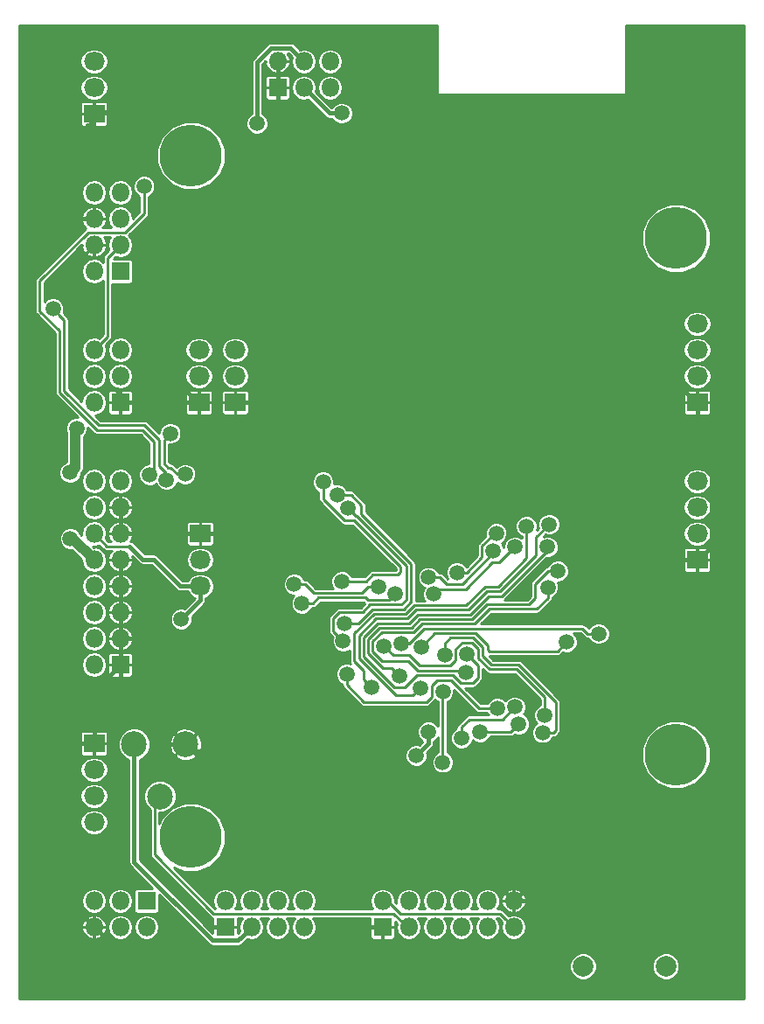
<source format=gbr>
G04 #@! TF.FileFunction,Copper,L2,Bot,Signal*
%FSLAX46Y46*%
G04 Gerber Fmt 4.6, Leading zero omitted, Abs format (unit mm)*
G04 Created by KiCad (PCBNEW 4.0.1-stable) date 18.06.2016 02:57:01*
%MOMM*%
G01*
G04 APERTURE LIST*
%ADD10C,0.100000*%
%ADD11R,1.800000X1.800000*%
%ADD12O,1.800000X1.800000*%
%ADD13R,2.032000X1.800000*%
%ADD14O,2.032000X1.800000*%
%ADD15C,2.000000*%
%ADD16C,6.000000*%
%ADD17C,2.499360*%
%ADD18C,1.500000*%
%ADD19C,1.000000*%
%ADD20C,0.250000*%
%ADD21C,0.400000*%
%ADD22C,0.254000*%
G04 APERTURE END LIST*
D10*
D11*
X137160000Y-88900000D03*
D12*
X134620000Y-88900000D03*
X137160000Y-86360000D03*
X134620000Y-86360000D03*
X137160000Y-83820000D03*
X134620000Y-83820000D03*
D13*
X148294888Y-88900000D03*
D14*
X148294888Y-86360000D03*
X148294888Y-83820000D03*
D13*
X144780000Y-88900000D03*
D14*
X144780000Y-86360000D03*
X144780000Y-83820000D03*
D13*
X144916000Y-101600000D03*
D14*
X144916000Y-104140000D03*
X144916000Y-106680000D03*
D11*
X162560000Y-139700000D03*
D12*
X162560000Y-137160000D03*
X165100000Y-139700000D03*
X165100000Y-137160000D03*
X167640000Y-139700000D03*
X167640000Y-137160000D03*
X170180000Y-139700000D03*
X170180000Y-137160000D03*
X172720000Y-139700000D03*
X172720000Y-137160000D03*
X175260000Y-139700000D03*
X175260000Y-137160000D03*
D11*
X137160000Y-114300000D03*
D12*
X134620000Y-114300000D03*
X137160000Y-111760000D03*
X134620000Y-111760000D03*
X137160000Y-109220000D03*
X134620000Y-109220000D03*
X137160000Y-106680000D03*
X134620000Y-106680000D03*
X137160000Y-104140000D03*
X134620000Y-104140000D03*
X137160000Y-101600000D03*
X134620000Y-101600000D03*
X137160000Y-99060000D03*
X134620000Y-99060000D03*
X137160000Y-96520000D03*
X134620000Y-96520000D03*
D11*
X147320000Y-139700000D03*
D12*
X147320000Y-137160000D03*
X149860000Y-139700000D03*
X149860000Y-137160000D03*
X152400000Y-139700000D03*
X152400000Y-137160000D03*
X154940000Y-139700000D03*
X154940000Y-137160000D03*
D15*
X182000000Y-143500000D03*
X190000000Y-143500000D03*
D13*
X193040000Y-88900000D03*
D14*
X193040000Y-86360000D03*
X193040000Y-83820000D03*
X193040000Y-81280000D03*
D13*
X193040000Y-104140000D03*
D14*
X193040000Y-101600000D03*
X193040000Y-99060000D03*
X193040000Y-96520000D03*
D11*
X137160000Y-76200000D03*
D12*
X134620000Y-76200000D03*
X137160000Y-73660000D03*
X134620000Y-73660000D03*
X137160000Y-71120000D03*
X134620000Y-71120000D03*
X137160000Y-68580000D03*
X134620000Y-68580000D03*
D13*
X134620000Y-121920000D03*
D14*
X134620000Y-124460000D03*
X134620000Y-127000000D03*
X134620000Y-129540000D03*
D11*
X139700000Y-137160000D03*
D12*
X139700000Y-139700000D03*
X137160000Y-137160000D03*
X137160000Y-139700000D03*
X134620000Y-137160000D03*
X134620000Y-139700000D03*
D11*
X152400000Y-58420000D03*
D12*
X152400000Y-55880000D03*
X154940000Y-58420000D03*
X154940000Y-55880000D03*
X157480000Y-58420000D03*
X157480000Y-55880000D03*
D16*
X144000000Y-131000000D03*
X144000000Y-65000000D03*
X191000000Y-73000000D03*
X191000000Y-123000000D03*
D17*
X141000640Y-127039360D03*
X138501280Y-122000000D03*
X143500000Y-122000000D03*
D13*
X134620000Y-60960000D03*
D14*
X134620000Y-58420000D03*
X134620000Y-55880000D03*
D18*
X132300000Y-95700000D03*
X132929804Y-91400000D03*
X132319979Y-102090687D03*
X176100000Y-107300000D03*
X170054529Y-99858376D03*
X129987639Y-87461557D03*
X164900000Y-83800000D03*
X186700000Y-85700000D03*
X162100000Y-96200000D03*
X175900000Y-116700000D03*
X193700000Y-131100000D03*
X193000000Y-142100000D03*
X180500000Y-141000000D03*
X182200000Y-130500000D03*
X179400000Y-130400000D03*
X163200000Y-122700000D03*
X179300000Y-86900000D03*
X147100000Y-77800000D03*
X142800000Y-82700000D03*
X129300000Y-72400000D03*
X158600000Y-60900000D03*
X165819166Y-123101141D03*
X167000006Y-120800000D03*
X143058266Y-109888085D03*
X142000000Y-91900000D03*
X143438741Y-95859953D03*
X130646967Y-79826660D03*
X141635524Y-96388009D03*
X150400000Y-61900000D03*
X139459973Y-67981846D03*
X140006071Y-95903309D03*
X158743905Y-112000000D03*
X159243866Y-99150996D03*
X158897315Y-110275020D03*
X158153283Y-97846899D03*
X162700000Y-112500000D03*
X178250020Y-119180100D03*
X159100000Y-115200000D03*
X173680228Y-118505376D03*
X164200015Y-115399972D03*
X179522245Y-105238793D03*
X166200000Y-116550000D03*
X178700000Y-100700000D03*
X168400000Y-116900000D03*
X168390888Y-123750020D03*
X161513187Y-116486813D03*
X176500000Y-100900000D03*
X170200000Y-121400000D03*
X175375940Y-118384548D03*
X172000000Y-120800000D03*
X175749980Y-120042901D03*
X178566131Y-106796653D03*
X170634500Y-115010914D03*
X170743854Y-113314427D03*
X178525031Y-102900000D03*
X168588257Y-113315928D03*
X178050020Y-120872178D03*
X163796677Y-107398708D03*
X154742120Y-108369698D03*
X162198868Y-106751172D03*
X153993844Y-106513256D03*
X173579620Y-101570892D03*
X169764188Y-105366753D03*
X173285531Y-103254696D03*
X167018900Y-105844026D03*
X175400000Y-102900000D03*
X167524980Y-107466962D03*
X180400000Y-112100000D03*
X166306519Y-112559669D03*
X183500000Y-111300000D03*
X164411946Y-112248795D03*
X156799996Y-96600000D03*
X158624996Y-106231545D03*
D19*
X132300000Y-95700000D02*
X132800000Y-95200000D01*
X132800000Y-95200000D02*
X132800000Y-91529804D01*
X132800000Y-91529804D02*
X132929804Y-91400000D01*
X132570687Y-102090687D02*
X132319979Y-102090687D01*
X134620000Y-104140000D02*
X132570687Y-102090687D01*
D20*
X137160000Y-73660000D02*
X135934999Y-74885001D01*
X135934999Y-74885001D02*
X135934999Y-82505001D01*
X135934999Y-82505001D02*
X135519999Y-82920001D01*
X135519999Y-82920001D02*
X134620000Y-83820000D01*
D21*
X147100000Y-76739340D02*
X147100000Y-77800000D01*
X140100000Y-60780000D02*
X140100000Y-66677118D01*
X147100000Y-73677118D02*
X147100000Y-76739340D01*
X140100000Y-66677118D02*
X147100000Y-73677118D01*
X191624000Y-104140000D02*
X191624000Y-106076000D01*
X191624000Y-106076000D02*
X182200000Y-115500000D01*
X182200000Y-115500000D02*
X182200000Y-129439340D01*
X182200000Y-129439340D02*
X182200000Y-130500000D01*
X176100000Y-107000000D02*
X176100000Y-107300000D01*
X179152002Y-104150002D02*
X178949998Y-104150002D01*
X178949998Y-104150002D02*
X176100000Y-107000000D01*
X180800000Y-103600000D02*
X179702004Y-103600000D01*
X181340000Y-104140000D02*
X180800000Y-103600000D01*
X179702004Y-103600000D02*
X179152002Y-104150002D01*
X191624000Y-104140000D02*
X181340000Y-104140000D01*
X191624000Y-104140000D02*
X193040000Y-104140000D01*
X169304530Y-99108377D02*
X170054529Y-99858376D01*
X166396153Y-96200000D02*
X169304530Y-99108377D01*
X170804528Y-99108377D02*
X170054529Y-99858376D01*
X179300000Y-90612905D02*
X170804528Y-99108377D01*
X179300000Y-86900000D02*
X179300000Y-90612905D01*
X162100000Y-96200000D02*
X166396153Y-96200000D01*
X159296153Y-89100000D02*
X170054529Y-99858376D01*
X129300000Y-72400000D02*
X128550001Y-73149999D01*
X129237640Y-86711558D02*
X129987639Y-87461557D01*
X128550001Y-86023919D02*
X129237640Y-86711558D01*
X128550001Y-73149999D02*
X128550001Y-86023919D01*
D20*
X137160000Y-88900000D02*
X137160000Y-88173002D01*
X133394999Y-84408001D02*
X133394999Y-74885001D01*
X137160000Y-88173002D02*
X135845001Y-86858003D01*
X135845001Y-86858003D02*
X135845001Y-85771999D01*
X135845001Y-85771999D02*
X135118003Y-85045001D01*
X133720001Y-74559999D02*
X134620000Y-73660000D01*
X135118003Y-85045001D02*
X134031999Y-85045001D01*
X134031999Y-85045001D02*
X133394999Y-84408001D01*
X133394999Y-74885001D02*
X133720001Y-74559999D01*
D21*
X144780000Y-88900000D02*
X144664000Y-88900000D01*
X144664000Y-88900000D02*
X143200000Y-87436000D01*
X143200000Y-87436000D02*
X143200000Y-83100000D01*
X143200000Y-83100000D02*
X142800000Y-82700000D01*
X159096153Y-88900000D02*
X159296153Y-89100000D01*
X164900000Y-83800000D02*
X159600000Y-89100000D01*
X159600000Y-89100000D02*
X159296153Y-89100000D01*
X163200000Y-122700000D02*
X163200000Y-125100000D01*
X163200000Y-125100000D02*
X175260000Y-137160000D01*
X140100000Y-60780000D02*
X135416000Y-60780000D01*
X146180000Y-60780000D02*
X140100000Y-60780000D01*
X185600000Y-86900000D02*
X191040000Y-86900000D01*
X179300000Y-86900000D02*
X185600000Y-86900000D01*
X185600000Y-86900000D02*
X185600000Y-86800000D01*
X185600000Y-86800000D02*
X186700000Y-85700000D01*
X137160000Y-88900000D02*
X144780000Y-88900000D01*
X176900000Y-117700000D02*
X176900000Y-127900000D01*
X176900000Y-127900000D02*
X179400000Y-130400000D01*
X175900000Y-116700000D02*
X176900000Y-117700000D01*
X130700000Y-124424000D02*
X130700000Y-135780000D01*
X130700000Y-135780000D02*
X134620000Y-139700000D01*
X134620000Y-121920000D02*
X133204000Y-121920000D01*
X133204000Y-121920000D02*
X130700000Y-124424000D01*
X193700000Y-131100000D02*
X193700000Y-141400000D01*
X193700000Y-141400000D02*
X193000000Y-142100000D01*
X193000000Y-142100000D02*
X191939340Y-142100000D01*
X191939340Y-142100000D02*
X190839340Y-141000000D01*
X190839340Y-141000000D02*
X181560660Y-141000000D01*
X181560660Y-141000000D02*
X180500000Y-141000000D01*
X180500000Y-141000000D02*
X176660000Y-137160000D01*
X176660000Y-137160000D02*
X175260000Y-137160000D01*
X175260000Y-137160000D02*
X179400000Y-133020000D01*
X179400000Y-133020000D02*
X179400000Y-130400000D01*
X179400000Y-130400000D02*
X182100000Y-130400000D01*
X182100000Y-130400000D02*
X182200000Y-130500000D01*
X148100000Y-107700000D02*
X144040000Y-111760000D01*
X144040000Y-111760000D02*
X137160000Y-111760000D01*
X148100000Y-103368000D02*
X148100000Y-107700000D01*
X144916000Y-101600000D02*
X146332000Y-101600000D01*
X146332000Y-101600000D02*
X148100000Y-103368000D01*
X137160000Y-99060000D02*
X137160000Y-101600000D01*
X137160000Y-101600000D02*
X138432792Y-101600000D01*
X138432792Y-101600000D02*
X144916000Y-101600000D01*
X137160000Y-104140000D02*
X137160000Y-106680000D01*
X137160000Y-109220000D02*
X137160000Y-106680000D01*
X137160000Y-111760000D02*
X137160000Y-109220000D01*
X137160000Y-114300000D02*
X137160000Y-111760000D01*
X143500000Y-122000000D02*
X137160000Y-115660000D01*
X137160000Y-115660000D02*
X137160000Y-114300000D01*
X139350959Y-133050959D02*
X146000000Y-139700000D01*
X146000000Y-139700000D02*
X147320000Y-139700000D01*
X143500000Y-122000000D02*
X141732686Y-122000000D01*
X141732686Y-122000000D02*
X139350959Y-124381727D01*
X139350959Y-124381727D02*
X139350959Y-133050959D01*
X157160000Y-143800000D02*
X138720000Y-143800000D01*
X138720000Y-143800000D02*
X134620000Y-139700000D01*
X162560000Y-139700000D02*
X161260000Y-139700000D01*
X161260000Y-139700000D02*
X157160000Y-143800000D01*
X134620000Y-121920000D02*
X134620000Y-116840000D01*
X134620000Y-116840000D02*
X137160000Y-114300000D01*
X163200000Y-122700000D02*
X144200000Y-122700000D01*
X144200000Y-122700000D02*
X143500000Y-122000000D01*
X148294888Y-88900000D02*
X159096153Y-88900000D01*
X191040000Y-86900000D02*
X191624000Y-87484000D01*
X191624000Y-87484000D02*
X191624000Y-87600000D01*
X191624000Y-87600000D02*
X192924000Y-88900000D01*
X192924000Y-88900000D02*
X193040000Y-88900000D01*
X193040000Y-104140000D02*
X193156000Y-104140000D01*
X193040000Y-90200000D02*
X193040000Y-88900000D01*
X193156000Y-104140000D02*
X194456010Y-102839990D01*
X194456010Y-102839990D02*
X194456010Y-91616010D01*
X194456010Y-91616010D02*
X193040000Y-90200000D01*
X149100000Y-63700000D02*
X146180000Y-60780000D01*
X134116000Y-62080000D02*
X134000000Y-62080000D01*
X135416000Y-60780000D02*
X134116000Y-62080000D01*
X151700000Y-63700000D02*
X149100000Y-63700000D01*
X152000000Y-63400000D02*
X151700000Y-63700000D01*
X152000000Y-60120000D02*
X152000000Y-63400000D01*
X152400000Y-58420000D02*
X152400000Y-59720000D01*
X152400000Y-59720000D02*
X152000000Y-60120000D01*
X152400000Y-55880000D02*
X152400000Y-58420000D01*
X130580000Y-71120000D02*
X132300000Y-71120000D01*
X134000000Y-62080000D02*
X134000000Y-63380000D01*
X132300000Y-71120000D02*
X134620000Y-71120000D01*
X134000000Y-63380000D02*
X132300000Y-65080000D01*
X132300000Y-65080000D02*
X132300000Y-71120000D01*
X147100000Y-77800000D02*
X142800000Y-82100000D01*
X142800000Y-82100000D02*
X142800000Y-82700000D01*
X129300000Y-72400000D02*
X130580000Y-71120000D01*
X158600000Y-60900000D02*
X157420000Y-60900000D01*
X157420000Y-60900000D02*
X154940000Y-58420000D01*
X167000006Y-121920301D02*
X166569165Y-122351142D01*
X167000006Y-120800000D02*
X167000006Y-121920301D01*
X166569165Y-122351142D02*
X165819166Y-123101141D01*
X144916000Y-106680000D02*
X142980000Y-106680000D01*
X142980000Y-106680000D02*
X140400000Y-104100000D01*
X140400000Y-104100000D02*
X139349998Y-104100000D01*
X139349998Y-104100000D02*
X138074999Y-102825001D01*
X144916000Y-106680000D02*
X144916000Y-108030351D01*
X143808265Y-109138086D02*
X143058266Y-109888085D01*
X144916000Y-108030351D02*
X143808265Y-109138086D01*
D20*
X134620000Y-101600000D02*
X135845001Y-102825001D01*
X135845001Y-102825001D02*
X138074999Y-102825001D01*
X138074999Y-102825001D02*
X138100000Y-102800000D01*
X143438741Y-95859953D02*
X142659953Y-95859953D01*
X142659953Y-95859953D02*
X142000000Y-95200000D01*
X142000000Y-95200000D02*
X141800000Y-95200000D01*
X141800000Y-95200000D02*
X141400000Y-94800000D01*
X141400000Y-92500000D02*
X142000000Y-91900000D01*
X141400000Y-94800000D02*
X141400000Y-92500000D01*
X141635524Y-96388009D02*
X141635524Y-95771916D01*
X141635524Y-95771916D02*
X140949989Y-95086381D01*
X140949989Y-95086381D02*
X140949989Y-92549989D01*
X140949989Y-92549989D02*
X139500000Y-91100000D01*
X139500000Y-91100000D02*
X135077433Y-91100000D01*
X135077433Y-91100000D02*
X131725013Y-87747580D01*
X131725013Y-87747580D02*
X131725013Y-80904706D01*
X131725013Y-80904706D02*
X131396966Y-80576659D01*
X131396966Y-80576659D02*
X130646967Y-79826660D01*
D21*
X146099999Y-141000001D02*
X148559999Y-141000001D01*
X138501280Y-133401282D02*
X146099999Y-141000001D01*
X148960001Y-140599999D02*
X149860000Y-139700000D01*
X138501280Y-122000000D02*
X138501280Y-133401282D01*
X148559999Y-141000001D02*
X148960001Y-140599999D01*
D20*
X173945001Y-138385001D02*
X174360001Y-138800001D01*
X164266413Y-138385001D02*
X173945001Y-138385001D01*
X163041412Y-137160000D02*
X164266413Y-138385001D01*
X162560000Y-137160000D02*
X163041412Y-137160000D01*
X174360001Y-138800001D02*
X175260000Y-139700000D01*
D21*
X150400000Y-55955998D02*
X150400000Y-61900000D01*
X154940000Y-55880000D02*
X153639999Y-54579999D01*
X153639999Y-54579999D02*
X151775999Y-54579999D01*
X151775999Y-54579999D02*
X150400000Y-55955998D01*
D20*
X139459973Y-67981846D02*
X139459973Y-70633029D01*
X139459973Y-70633029D02*
X137658003Y-72434999D01*
X137658003Y-72434999D02*
X134031999Y-72434999D01*
X134031999Y-72434999D02*
X129349493Y-77117505D01*
X129349493Y-80049493D02*
X131275002Y-81975002D01*
X129349493Y-77117505D02*
X129349493Y-80049493D01*
X131275002Y-81975002D02*
X131275002Y-87933980D01*
X131275002Y-87933980D02*
X134941022Y-91600000D01*
X134941022Y-91600000D02*
X139300000Y-91600000D01*
X139300000Y-91600000D02*
X140400000Y-92700000D01*
X140400000Y-92700000D02*
X140400000Y-95509380D01*
X140400000Y-95509380D02*
X140006071Y-95903309D01*
X164871697Y-104734316D02*
X160038376Y-99900995D01*
X164871697Y-108019307D02*
X164871697Y-104734316D01*
X157800000Y-109800000D02*
X158400000Y-109200000D01*
X157800000Y-111056095D02*
X157800000Y-109800000D01*
X160626339Y-109200000D02*
X161352611Y-108473728D01*
X160038376Y-99900995D02*
X159993865Y-99900995D01*
X161352611Y-108473728D02*
X164417276Y-108473728D01*
X158743905Y-112000000D02*
X157800000Y-111056095D01*
X158400000Y-109200000D02*
X160626339Y-109200000D01*
X159993865Y-99900995D02*
X159243866Y-99150996D01*
X164417276Y-108473728D02*
X164871697Y-108019307D01*
X160187730Y-110275020D02*
X159957975Y-110275020D01*
X161539011Y-108923739D02*
X160187730Y-110275020D01*
X165321708Y-104521708D02*
X165321708Y-108205707D01*
X160500000Y-98839340D02*
X160500000Y-99700000D01*
X158153283Y-97846899D02*
X159507559Y-97846899D01*
X159957975Y-110275020D02*
X158897315Y-110275020D01*
X160500000Y-99700000D02*
X165321708Y-104521708D01*
X165321708Y-108205707D02*
X164603676Y-108923739D01*
X164603676Y-108923739D02*
X161539011Y-108923739D01*
X159507559Y-97846899D02*
X160500000Y-98839340D01*
X166166065Y-114390930D02*
X169104259Y-114390930D01*
X169663259Y-113831930D02*
X169663259Y-112804041D01*
X170267300Y-112200000D02*
X171220450Y-112200000D01*
X169104259Y-114390930D02*
X169663259Y-113831930D01*
X162700000Y-112500000D02*
X163577480Y-113377480D01*
X169663259Y-112804041D02*
X170267300Y-112200000D01*
X163577480Y-113377480D02*
X165152615Y-113377480D01*
X165152615Y-113377480D02*
X166166065Y-114390930D01*
X171220450Y-112200000D02*
X171818874Y-112798424D01*
X172913600Y-114750011D02*
X175541013Y-114750011D01*
X171818874Y-112798424D02*
X171818874Y-113655285D01*
X171818874Y-113655285D02*
X172913600Y-114750011D01*
X178250020Y-118119440D02*
X178250020Y-119180100D01*
X175541013Y-114750011D02*
X178250020Y-117459018D01*
X178250020Y-117459018D02*
X178250020Y-118119440D01*
X159100000Y-115200000D02*
X159100000Y-116260660D01*
X167300000Y-117400000D02*
X167300000Y-116284885D01*
X166800000Y-117900000D02*
X167300000Y-117400000D01*
X159100000Y-116260660D02*
X160739340Y-117900000D01*
X167300000Y-116284885D02*
X167806524Y-115778361D01*
X172619568Y-118505376D02*
X173680228Y-118505376D01*
X167806524Y-115778361D02*
X169174534Y-115778361D01*
X169174534Y-115778361D02*
X171901549Y-118505376D01*
X160739340Y-117900000D02*
X166800000Y-117900000D01*
X171901549Y-118505376D02*
X172619568Y-118505376D01*
X179522245Y-105238793D02*
X178603684Y-105238793D01*
X178603684Y-105238793D02*
X177325011Y-106517466D01*
X176741013Y-108449989D02*
X172713600Y-108449989D01*
X177325011Y-106517466D02*
X177325011Y-107865991D01*
X161168939Y-111839455D02*
X161168939Y-113218939D01*
X163450016Y-114649973D02*
X164200015Y-115399972D01*
X177325011Y-107865991D02*
X176741013Y-108449989D01*
X172713600Y-108449989D02*
X171271594Y-109891996D01*
X171271594Y-109891996D02*
X166181063Y-109891996D01*
X161168939Y-113218939D02*
X162599973Y-114649973D01*
X166181063Y-109891996D02*
X165349276Y-110723783D01*
X165349276Y-110723783D02*
X162284611Y-110723783D01*
X162284611Y-110723783D02*
X161168939Y-111839455D01*
X162599973Y-114649973D02*
X163450016Y-114649973D01*
X166200000Y-116550000D02*
X165468745Y-117281255D01*
X177430802Y-103705609D02*
X177430802Y-101969198D01*
X165468745Y-117281255D02*
X163853838Y-117281255D01*
X163853838Y-117281255D02*
X160268917Y-113696334D01*
X160268917Y-113696334D02*
X160268917Y-111466655D01*
X172654400Y-107199956D02*
X173936455Y-107199956D01*
X160268917Y-111466655D02*
X161911811Y-109823761D01*
X161911811Y-109823761D02*
X164976476Y-109823761D01*
X164976476Y-109823761D02*
X165808263Y-108991974D01*
X165808263Y-108991974D02*
X170862383Y-108991974D01*
X170862383Y-108991974D02*
X172654400Y-107199956D01*
X177430802Y-101969198D02*
X178700000Y-100700000D01*
X173936455Y-107199956D02*
X177430802Y-103705609D01*
X168400000Y-116900000D02*
X168390888Y-116909112D01*
X168390888Y-116909112D02*
X168390888Y-123750020D01*
X160763188Y-115736814D02*
X161513187Y-116486813D01*
X160763188Y-114863188D02*
X160763188Y-115736814D01*
X176500000Y-100900000D02*
X176500000Y-104000000D01*
X159818906Y-113918906D02*
X160763188Y-114863188D01*
X176500000Y-104000000D02*
X173750055Y-106749945D01*
X159818906Y-111280255D02*
X159818906Y-113918906D01*
X161725411Y-109373750D02*
X159818906Y-111280255D01*
X165621863Y-108541963D02*
X164790076Y-109373750D01*
X170675983Y-108541963D02*
X165621863Y-108541963D01*
X164790076Y-109373750D02*
X161725411Y-109373750D01*
X172468000Y-106749945D02*
X170675983Y-108541963D01*
X173750055Y-106749945D02*
X172468000Y-106749945D01*
X170200000Y-120339340D02*
X170200000Y-121400000D01*
X175375940Y-118384548D02*
X174160488Y-119600000D01*
X174160488Y-119600000D02*
X170939340Y-119600000D01*
X170939340Y-119600000D02*
X170200000Y-120339340D01*
X174992881Y-120800000D02*
X173060660Y-120800000D01*
X175749980Y-120042901D02*
X174992881Y-120800000D01*
X173060660Y-120800000D02*
X172000000Y-120800000D01*
X170634500Y-115010914D02*
X170464527Y-114840941D01*
X162471011Y-111173794D02*
X165535676Y-111173794D01*
X170464527Y-114840941D02*
X165979665Y-114840941D01*
X165979665Y-114840941D02*
X165066998Y-113928274D01*
X165066998Y-113928274D02*
X162528274Y-113928274D01*
X161618950Y-112025855D02*
X162471011Y-111173794D01*
X166367463Y-110342007D02*
X171457993Y-110342007D01*
X162528274Y-113928274D02*
X161618950Y-113018950D01*
X161618950Y-113018950D02*
X161618950Y-112025855D01*
X172900000Y-108900000D02*
X177523444Y-108900000D01*
X165535676Y-111173794D02*
X166367463Y-110342007D01*
X171457993Y-110342007D02*
X172900000Y-108900000D01*
X177523444Y-108900000D02*
X178566131Y-107857313D01*
X178566131Y-107857313D02*
X178566131Y-106796653D01*
X170743854Y-113314427D02*
X171800000Y-114370573D01*
X174122855Y-107649967D02*
X178525031Y-103247791D01*
X171800000Y-114370573D02*
X171800000Y-115591959D01*
X171800000Y-115591959D02*
X171306044Y-116085915D01*
X171306044Y-116085915D02*
X170118499Y-116085915D01*
X169356943Y-115324359D02*
X165875641Y-115324359D01*
X171048783Y-109441985D02*
X172840800Y-107649967D01*
X163683991Y-116475009D02*
X160718928Y-113509946D01*
X170118499Y-116085915D02*
X169356943Y-115324359D01*
X165875641Y-115324359D02*
X164724991Y-116475009D01*
X164724991Y-116475009D02*
X163683991Y-116475009D01*
X160718928Y-113509946D02*
X160718928Y-111653055D01*
X160718928Y-111653055D02*
X162098211Y-110273772D01*
X165994663Y-109441985D02*
X171048783Y-109441985D01*
X162098211Y-110273772D02*
X165162876Y-110273772D01*
X165162876Y-110273772D02*
X165994663Y-109441985D01*
X172840800Y-107649967D02*
X174122855Y-107649967D01*
X178525031Y-103247791D02*
X178525031Y-102900000D01*
X168588257Y-112255268D02*
X168588257Y-113315928D01*
X171348900Y-111692040D02*
X169151485Y-111692040D01*
X172268885Y-112612025D02*
X171348900Y-111692040D01*
X172268885Y-113468885D02*
X172268885Y-112612025D01*
X173100000Y-114300000D02*
X172268885Y-113468885D01*
X179325022Y-117897609D02*
X175727413Y-114300000D01*
X179325022Y-120657836D02*
X179325022Y-117897609D01*
X169151485Y-111692040D02*
X168588257Y-112255268D01*
X179110680Y-120872178D02*
X179325022Y-120657836D01*
X178050020Y-120872178D02*
X179110680Y-120872178D01*
X175727413Y-114300000D02*
X173100000Y-114300000D01*
X163796677Y-107398708D02*
X163171668Y-108023717D01*
X160942494Y-107800000D02*
X156372478Y-107800000D01*
X155802780Y-108369698D02*
X154742120Y-108369698D01*
X156372478Y-107800000D02*
X155802780Y-108369698D01*
X161166211Y-108023717D02*
X160942494Y-107800000D01*
X163171668Y-108023717D02*
X161166211Y-108023717D01*
X161138208Y-106751172D02*
X160539391Y-107349989D01*
X160539391Y-107349989D02*
X155891237Y-107349989D01*
X155054504Y-106513256D02*
X153993844Y-106513256D01*
X162198868Y-106751172D02*
X161138208Y-106751172D01*
X155891237Y-107349989D02*
X155054504Y-106513256D01*
X173429108Y-101570892D02*
X173579620Y-101570892D01*
X172200000Y-102800000D02*
X173429108Y-101570892D01*
X172200000Y-103900000D02*
X172200000Y-102800000D01*
X170733247Y-105366753D02*
X172200000Y-103900000D01*
X169764188Y-105366753D02*
X170733247Y-105366753D01*
X173285531Y-103478059D02*
X173285531Y-103254696D01*
X168735534Y-106500000D02*
X170263590Y-106500000D01*
X168079560Y-105844026D02*
X168735534Y-106500000D01*
X170263590Y-106500000D02*
X173285531Y-103478059D01*
X167018900Y-105844026D02*
X168079560Y-105844026D01*
X167524980Y-107466962D02*
X167991942Y-107000000D01*
X167991942Y-107000000D02*
X170600000Y-107000000D01*
X170600000Y-107000000D02*
X173200000Y-104400000D01*
X173900000Y-104400000D02*
X174650001Y-103649999D01*
X173200000Y-104400000D02*
X173900000Y-104400000D01*
X174650001Y-103649999D02*
X175400000Y-102900000D01*
X180400000Y-112100000D02*
X179500000Y-113000000D01*
X179500000Y-113000000D02*
X172900000Y-113000000D01*
X172900000Y-113000000D02*
X172718895Y-112818895D01*
X172718895Y-112818895D02*
X172718895Y-112425625D01*
X172718895Y-112425625D02*
X171700000Y-111406730D01*
X171700000Y-111406730D02*
X171700000Y-111400000D01*
X171700000Y-111400000D02*
X171542029Y-111242029D01*
X171542029Y-111242029D02*
X167624159Y-111242029D01*
X167624159Y-111242029D02*
X166306519Y-112559669D01*
X182439340Y-111300000D02*
X183500000Y-111300000D01*
X164411946Y-112248795D02*
X165097086Y-112248795D01*
X166553863Y-110792018D02*
X181931358Y-110792018D01*
X165097086Y-112248795D02*
X166553863Y-110792018D01*
X181931358Y-110792018D02*
X182439340Y-111300000D01*
X156799996Y-97660660D02*
X156799996Y-96600000D01*
X156799996Y-98253617D02*
X156799996Y-97660660D01*
X158890012Y-100343633D02*
X156799996Y-98253617D01*
X164300000Y-104800000D02*
X159843633Y-100343633D01*
X164000000Y-105600000D02*
X164300000Y-105300000D01*
X160968455Y-106231545D02*
X161600000Y-105600000D01*
X161600000Y-105600000D02*
X164000000Y-105600000D01*
X158624996Y-106231545D02*
X160968455Y-106231545D01*
X159843633Y-100343633D02*
X158890012Y-100343633D01*
X164300000Y-105300000D02*
X164300000Y-104800000D01*
X165100000Y-139700000D02*
X164945002Y-139700000D01*
X164945002Y-139700000D02*
X163630003Y-138385001D01*
X163630003Y-138385001D02*
X146185001Y-138385001D01*
X146185001Y-138385001D02*
X140500000Y-132700000D01*
X140500000Y-132700000D02*
X140500000Y-127540000D01*
X140500000Y-127540000D02*
X141000640Y-127039360D01*
D22*
G36*
X167873000Y-59000000D02*
X167881685Y-59046159D01*
X167908965Y-59088553D01*
X167950590Y-59116994D01*
X168000000Y-59127000D01*
X186000000Y-59127000D01*
X186046159Y-59118315D01*
X186088553Y-59091035D01*
X186116994Y-59049410D01*
X186127000Y-59000000D01*
X186127000Y-52402000D01*
X197598000Y-52402000D01*
X197598000Y-146598000D01*
X127402000Y-146598000D01*
X127402000Y-143762798D01*
X180672771Y-143762798D01*
X180874369Y-144250703D01*
X181247334Y-144624319D01*
X181734885Y-144826769D01*
X182262798Y-144827229D01*
X182750703Y-144625631D01*
X183124319Y-144252666D01*
X183326769Y-143765115D01*
X183326771Y-143762798D01*
X188672771Y-143762798D01*
X188874369Y-144250703D01*
X189247334Y-144624319D01*
X189734885Y-144826769D01*
X190262798Y-144827229D01*
X190750703Y-144625631D01*
X191124319Y-144252666D01*
X191326769Y-143765115D01*
X191327229Y-143237202D01*
X191125631Y-142749297D01*
X190752666Y-142375681D01*
X190265115Y-142173231D01*
X189737202Y-142172771D01*
X189249297Y-142374369D01*
X188875681Y-142747334D01*
X188673231Y-143234885D01*
X188672771Y-143762798D01*
X183326771Y-143762798D01*
X183327229Y-143237202D01*
X183125631Y-142749297D01*
X182752666Y-142375681D01*
X182265115Y-142173231D01*
X181737202Y-142172771D01*
X181249297Y-142374369D01*
X180875681Y-142747334D01*
X180673231Y-143234885D01*
X180672771Y-143762798D01*
X127402000Y-143762798D01*
X127402000Y-139914628D01*
X133411918Y-139914628D01*
X133421740Y-139964024D01*
X133613990Y-140402480D01*
X133959395Y-140733990D01*
X134405371Y-140908085D01*
X134597000Y-140845037D01*
X134597000Y-139723000D01*
X134643000Y-139723000D01*
X134643000Y-140845037D01*
X134834629Y-140908085D01*
X135280605Y-140733990D01*
X135626010Y-140402480D01*
X135818260Y-139964024D01*
X135828082Y-139914628D01*
X135765019Y-139723000D01*
X134643000Y-139723000D01*
X134597000Y-139723000D01*
X133474981Y-139723000D01*
X133411918Y-139914628D01*
X127402000Y-139914628D01*
X127402000Y-139700000D01*
X135908962Y-139700000D01*
X136002362Y-140169553D01*
X136268342Y-140567620D01*
X136666409Y-140833600D01*
X137135962Y-140927000D01*
X137184038Y-140927000D01*
X137653591Y-140833600D01*
X138051658Y-140567620D01*
X138317638Y-140169553D01*
X138411038Y-139700000D01*
X138448962Y-139700000D01*
X138542362Y-140169553D01*
X138808342Y-140567620D01*
X139206409Y-140833600D01*
X139675962Y-140927000D01*
X139724038Y-140927000D01*
X140193591Y-140833600D01*
X140591658Y-140567620D01*
X140857638Y-140169553D01*
X140951038Y-139700000D01*
X140857638Y-139230447D01*
X140591658Y-138832380D01*
X140193591Y-138566400D01*
X139724038Y-138473000D01*
X139675962Y-138473000D01*
X139206409Y-138566400D01*
X138808342Y-138832380D01*
X138542362Y-139230447D01*
X138448962Y-139700000D01*
X138411038Y-139700000D01*
X138317638Y-139230447D01*
X138051658Y-138832380D01*
X137653591Y-138566400D01*
X137184038Y-138473000D01*
X137135962Y-138473000D01*
X136666409Y-138566400D01*
X136268342Y-138832380D01*
X136002362Y-139230447D01*
X135908962Y-139700000D01*
X127402000Y-139700000D01*
X127402000Y-139485372D01*
X133411918Y-139485372D01*
X133474981Y-139677000D01*
X134597000Y-139677000D01*
X134597000Y-138554963D01*
X134643000Y-138554963D01*
X134643000Y-139677000D01*
X135765019Y-139677000D01*
X135828082Y-139485372D01*
X135818260Y-139435976D01*
X135626010Y-138997520D01*
X135280605Y-138666010D01*
X134834629Y-138491915D01*
X134643000Y-138554963D01*
X134597000Y-138554963D01*
X134405371Y-138491915D01*
X133959395Y-138666010D01*
X133613990Y-138997520D01*
X133421740Y-139435976D01*
X133411918Y-139485372D01*
X127402000Y-139485372D01*
X127402000Y-137160000D01*
X133368962Y-137160000D01*
X133462362Y-137629553D01*
X133728342Y-138027620D01*
X134126409Y-138293600D01*
X134595962Y-138387000D01*
X134644038Y-138387000D01*
X135113591Y-138293600D01*
X135511658Y-138027620D01*
X135777638Y-137629553D01*
X135871038Y-137160000D01*
X135908962Y-137160000D01*
X136002362Y-137629553D01*
X136268342Y-138027620D01*
X136666409Y-138293600D01*
X137135962Y-138387000D01*
X137184038Y-138387000D01*
X137653591Y-138293600D01*
X138051658Y-138027620D01*
X138317638Y-137629553D01*
X138411038Y-137160000D01*
X138317638Y-136690447D01*
X138051658Y-136292380D01*
X137653591Y-136026400D01*
X137184038Y-135933000D01*
X137135962Y-135933000D01*
X136666409Y-136026400D01*
X136268342Y-136292380D01*
X136002362Y-136690447D01*
X135908962Y-137160000D01*
X135871038Y-137160000D01*
X135777638Y-136690447D01*
X135511658Y-136292380D01*
X135113591Y-136026400D01*
X134644038Y-135933000D01*
X134595962Y-135933000D01*
X134126409Y-136026400D01*
X133728342Y-136292380D01*
X133462362Y-136690447D01*
X133368962Y-137160000D01*
X127402000Y-137160000D01*
X127402000Y-129540000D01*
X133250689Y-129540000D01*
X133344089Y-130009553D01*
X133610069Y-130407620D01*
X134008136Y-130673600D01*
X134477689Y-130767000D01*
X134762311Y-130767000D01*
X135231864Y-130673600D01*
X135629931Y-130407620D01*
X135895911Y-130009553D01*
X135989311Y-129540000D01*
X135895911Y-129070447D01*
X135629931Y-128672380D01*
X135231864Y-128406400D01*
X134762311Y-128313000D01*
X134477689Y-128313000D01*
X134008136Y-128406400D01*
X133610069Y-128672380D01*
X133344089Y-129070447D01*
X133250689Y-129540000D01*
X127402000Y-129540000D01*
X127402000Y-127000000D01*
X133250689Y-127000000D01*
X133344089Y-127469553D01*
X133610069Y-127867620D01*
X134008136Y-128133600D01*
X134477689Y-128227000D01*
X134762311Y-128227000D01*
X135231864Y-128133600D01*
X135629931Y-127867620D01*
X135895911Y-127469553D01*
X135989311Y-127000000D01*
X135895911Y-126530447D01*
X135629931Y-126132380D01*
X135231864Y-125866400D01*
X134762311Y-125773000D01*
X134477689Y-125773000D01*
X134008136Y-125866400D01*
X133610069Y-126132380D01*
X133344089Y-126530447D01*
X133250689Y-127000000D01*
X127402000Y-127000000D01*
X127402000Y-124460000D01*
X133250689Y-124460000D01*
X133344089Y-124929553D01*
X133610069Y-125327620D01*
X134008136Y-125593600D01*
X134477689Y-125687000D01*
X134762311Y-125687000D01*
X135231864Y-125593600D01*
X135629931Y-125327620D01*
X135895911Y-124929553D01*
X135989311Y-124460000D01*
X135895911Y-123990447D01*
X135629931Y-123592380D01*
X135231864Y-123326400D01*
X134762311Y-123233000D01*
X134477689Y-123233000D01*
X134008136Y-123326400D01*
X133610069Y-123592380D01*
X133344089Y-123990447D01*
X133250689Y-124460000D01*
X127402000Y-124460000D01*
X127402000Y-122024750D01*
X133277000Y-122024750D01*
X133277000Y-122885044D01*
X133326783Y-123005230D01*
X133418769Y-123097217D01*
X133538955Y-123147000D01*
X134515250Y-123147000D01*
X134597000Y-123065250D01*
X134597000Y-121943000D01*
X134643000Y-121943000D01*
X134643000Y-123065250D01*
X134724750Y-123147000D01*
X135701045Y-123147000D01*
X135821231Y-123097217D01*
X135913217Y-123005230D01*
X135963000Y-122885044D01*
X135963000Y-122312245D01*
X136924327Y-122312245D01*
X137163856Y-122891951D01*
X137606996Y-123335865D01*
X137974280Y-123488375D01*
X137974280Y-133401282D01*
X138014395Y-133602957D01*
X138128635Y-133773927D01*
X140281302Y-135926594D01*
X138800000Y-135926594D01*
X138678821Y-135949395D01*
X138567526Y-136021012D01*
X138492862Y-136130286D01*
X138466594Y-136260000D01*
X138466594Y-138060000D01*
X138489395Y-138181179D01*
X138561012Y-138292474D01*
X138670286Y-138367138D01*
X138800000Y-138393406D01*
X140600000Y-138393406D01*
X140721179Y-138370605D01*
X140832474Y-138298988D01*
X140907138Y-138189714D01*
X140933406Y-138060000D01*
X140933406Y-136578698D01*
X145727353Y-141372646D01*
X145841593Y-141448979D01*
X145898325Y-141486886D01*
X146099999Y-141527001D01*
X148559999Y-141527001D01*
X148761674Y-141486886D01*
X148932644Y-141372646D01*
X149454223Y-140851067D01*
X149835962Y-140927000D01*
X149884038Y-140927000D01*
X150353591Y-140833600D01*
X150751658Y-140567620D01*
X151017638Y-140169553D01*
X151111038Y-139700000D01*
X151017638Y-139230447D01*
X150754746Y-138837001D01*
X151505254Y-138837001D01*
X151242362Y-139230447D01*
X151148962Y-139700000D01*
X151242362Y-140169553D01*
X151508342Y-140567620D01*
X151906409Y-140833600D01*
X152375962Y-140927000D01*
X152424038Y-140927000D01*
X152893591Y-140833600D01*
X153291658Y-140567620D01*
X153557638Y-140169553D01*
X153651038Y-139700000D01*
X153557638Y-139230447D01*
X153294746Y-138837001D01*
X154045254Y-138837001D01*
X153782362Y-139230447D01*
X153688962Y-139700000D01*
X153782362Y-140169553D01*
X154048342Y-140567620D01*
X154446409Y-140833600D01*
X154915962Y-140927000D01*
X154964038Y-140927000D01*
X155433591Y-140833600D01*
X155831658Y-140567620D01*
X156097638Y-140169553D01*
X156170201Y-139804750D01*
X161333000Y-139804750D01*
X161333000Y-140665045D01*
X161382783Y-140785231D01*
X161474770Y-140877217D01*
X161594956Y-140927000D01*
X162455250Y-140927000D01*
X162537000Y-140845250D01*
X162537000Y-139723000D01*
X162583000Y-139723000D01*
X162583000Y-140845250D01*
X162664750Y-140927000D01*
X163525044Y-140927000D01*
X163645230Y-140877217D01*
X163737217Y-140785231D01*
X163787000Y-140665045D01*
X163787000Y-139804750D01*
X163705250Y-139723000D01*
X162583000Y-139723000D01*
X162537000Y-139723000D01*
X161414750Y-139723000D01*
X161333000Y-139804750D01*
X156170201Y-139804750D01*
X156191038Y-139700000D01*
X156097638Y-139230447D01*
X155834746Y-138837001D01*
X161333000Y-138837001D01*
X161333000Y-139595250D01*
X161414750Y-139677000D01*
X162537000Y-139677000D01*
X162537000Y-139657000D01*
X162583000Y-139657000D01*
X162583000Y-139677000D01*
X163705250Y-139677000D01*
X163787000Y-139595250D01*
X163787000Y-139181222D01*
X163924753Y-139318975D01*
X163848962Y-139700000D01*
X163942362Y-140169553D01*
X164208342Y-140567620D01*
X164606409Y-140833600D01*
X165075962Y-140927000D01*
X165124038Y-140927000D01*
X165593591Y-140833600D01*
X165991658Y-140567620D01*
X166257638Y-140169553D01*
X166351038Y-139700000D01*
X166257638Y-139230447D01*
X165994746Y-138837001D01*
X166745254Y-138837001D01*
X166482362Y-139230447D01*
X166388962Y-139700000D01*
X166482362Y-140169553D01*
X166748342Y-140567620D01*
X167146409Y-140833600D01*
X167615962Y-140927000D01*
X167664038Y-140927000D01*
X168133591Y-140833600D01*
X168531658Y-140567620D01*
X168797638Y-140169553D01*
X168891038Y-139700000D01*
X168797638Y-139230447D01*
X168534746Y-138837001D01*
X169285254Y-138837001D01*
X169022362Y-139230447D01*
X168928962Y-139700000D01*
X169022362Y-140169553D01*
X169288342Y-140567620D01*
X169686409Y-140833600D01*
X170155962Y-140927000D01*
X170204038Y-140927000D01*
X170673591Y-140833600D01*
X171071658Y-140567620D01*
X171337638Y-140169553D01*
X171431038Y-139700000D01*
X171337638Y-139230447D01*
X171074746Y-138837001D01*
X171825254Y-138837001D01*
X171562362Y-139230447D01*
X171468962Y-139700000D01*
X171562362Y-140169553D01*
X171828342Y-140567620D01*
X172226409Y-140833600D01*
X172695962Y-140927000D01*
X172744038Y-140927000D01*
X173213591Y-140833600D01*
X173611658Y-140567620D01*
X173877638Y-140169553D01*
X173971038Y-139700000D01*
X173877638Y-139230447D01*
X173614746Y-138837001D01*
X173757777Y-138837001D01*
X174040389Y-139119614D01*
X174040392Y-139119616D01*
X174121933Y-139201157D01*
X174102362Y-139230447D01*
X174008962Y-139700000D01*
X174102362Y-140169553D01*
X174368342Y-140567620D01*
X174766409Y-140833600D01*
X175235962Y-140927000D01*
X175284038Y-140927000D01*
X175753591Y-140833600D01*
X176151658Y-140567620D01*
X176417638Y-140169553D01*
X176511038Y-139700000D01*
X176417638Y-139230447D01*
X176151658Y-138832380D01*
X175753591Y-138566400D01*
X175284038Y-138473000D01*
X175235962Y-138473000D01*
X174766409Y-138566400D01*
X174765938Y-138566714D01*
X174679616Y-138480392D01*
X174679614Y-138480389D01*
X174264613Y-138065389D01*
X174117974Y-137967407D01*
X173945001Y-137933001D01*
X173674880Y-137933001D01*
X173877638Y-137629553D01*
X173928345Y-137374628D01*
X174051918Y-137374628D01*
X174061740Y-137424024D01*
X174253990Y-137862480D01*
X174599395Y-138193990D01*
X175045371Y-138368085D01*
X175237000Y-138305037D01*
X175237000Y-137183000D01*
X175283000Y-137183000D01*
X175283000Y-138305037D01*
X175474629Y-138368085D01*
X175920605Y-138193990D01*
X176266010Y-137862480D01*
X176458260Y-137424024D01*
X176468082Y-137374628D01*
X176405019Y-137183000D01*
X175283000Y-137183000D01*
X175237000Y-137183000D01*
X174114981Y-137183000D01*
X174051918Y-137374628D01*
X173928345Y-137374628D01*
X173971038Y-137160000D01*
X173928346Y-136945372D01*
X174051918Y-136945372D01*
X174114981Y-137137000D01*
X175237000Y-137137000D01*
X175237000Y-136014963D01*
X175283000Y-136014963D01*
X175283000Y-137137000D01*
X176405019Y-137137000D01*
X176468082Y-136945372D01*
X176458260Y-136895976D01*
X176266010Y-136457520D01*
X175920605Y-136126010D01*
X175474629Y-135951915D01*
X175283000Y-136014963D01*
X175237000Y-136014963D01*
X175045371Y-135951915D01*
X174599395Y-136126010D01*
X174253990Y-136457520D01*
X174061740Y-136895976D01*
X174051918Y-136945372D01*
X173928346Y-136945372D01*
X173877638Y-136690447D01*
X173611658Y-136292380D01*
X173213591Y-136026400D01*
X172744038Y-135933000D01*
X172695962Y-135933000D01*
X172226409Y-136026400D01*
X171828342Y-136292380D01*
X171562362Y-136690447D01*
X171468962Y-137160000D01*
X171562362Y-137629553D01*
X171765120Y-137933001D01*
X171134880Y-137933001D01*
X171337638Y-137629553D01*
X171431038Y-137160000D01*
X171337638Y-136690447D01*
X171071658Y-136292380D01*
X170673591Y-136026400D01*
X170204038Y-135933000D01*
X170155962Y-135933000D01*
X169686409Y-136026400D01*
X169288342Y-136292380D01*
X169022362Y-136690447D01*
X168928962Y-137160000D01*
X169022362Y-137629553D01*
X169225120Y-137933001D01*
X168594880Y-137933001D01*
X168797638Y-137629553D01*
X168891038Y-137160000D01*
X168797638Y-136690447D01*
X168531658Y-136292380D01*
X168133591Y-136026400D01*
X167664038Y-135933000D01*
X167615962Y-135933000D01*
X167146409Y-136026400D01*
X166748342Y-136292380D01*
X166482362Y-136690447D01*
X166388962Y-137160000D01*
X166482362Y-137629553D01*
X166685120Y-137933001D01*
X166054880Y-137933001D01*
X166257638Y-137629553D01*
X166351038Y-137160000D01*
X166257638Y-136690447D01*
X165991658Y-136292380D01*
X165593591Y-136026400D01*
X165124038Y-135933000D01*
X165075962Y-135933000D01*
X164606409Y-136026400D01*
X164208342Y-136292380D01*
X163942362Y-136690447D01*
X163848962Y-137160000D01*
X163890758Y-137370122D01*
X163789403Y-137268767D01*
X163811038Y-137160000D01*
X163717638Y-136690447D01*
X163451658Y-136292380D01*
X163053591Y-136026400D01*
X162584038Y-135933000D01*
X162535962Y-135933000D01*
X162066409Y-136026400D01*
X161668342Y-136292380D01*
X161402362Y-136690447D01*
X161308962Y-137160000D01*
X161402362Y-137629553D01*
X161605120Y-137933001D01*
X155894880Y-137933001D01*
X156097638Y-137629553D01*
X156191038Y-137160000D01*
X156097638Y-136690447D01*
X155831658Y-136292380D01*
X155433591Y-136026400D01*
X154964038Y-135933000D01*
X154915962Y-135933000D01*
X154446409Y-136026400D01*
X154048342Y-136292380D01*
X153782362Y-136690447D01*
X153688962Y-137160000D01*
X153782362Y-137629553D01*
X153985120Y-137933001D01*
X153354880Y-137933001D01*
X153557638Y-137629553D01*
X153651038Y-137160000D01*
X153557638Y-136690447D01*
X153291658Y-136292380D01*
X152893591Y-136026400D01*
X152424038Y-135933000D01*
X152375962Y-135933000D01*
X151906409Y-136026400D01*
X151508342Y-136292380D01*
X151242362Y-136690447D01*
X151148962Y-137160000D01*
X151242362Y-137629553D01*
X151445120Y-137933001D01*
X150814880Y-137933001D01*
X151017638Y-137629553D01*
X151111038Y-137160000D01*
X151017638Y-136690447D01*
X150751658Y-136292380D01*
X150353591Y-136026400D01*
X149884038Y-135933000D01*
X149835962Y-135933000D01*
X149366409Y-136026400D01*
X148968342Y-136292380D01*
X148702362Y-136690447D01*
X148608962Y-137160000D01*
X148702362Y-137629553D01*
X148905120Y-137933001D01*
X148274880Y-137933001D01*
X148477638Y-137629553D01*
X148571038Y-137160000D01*
X148477638Y-136690447D01*
X148211658Y-136292380D01*
X147813591Y-136026400D01*
X147344038Y-135933000D01*
X147295962Y-135933000D01*
X146826409Y-136026400D01*
X146428342Y-136292380D01*
X146162362Y-136690447D01*
X146068962Y-137160000D01*
X146162362Y-137629553D01*
X146350810Y-137911585D01*
X142361128Y-133921903D01*
X143335315Y-134326421D01*
X144658878Y-134327576D01*
X145882132Y-133822138D01*
X146818849Y-132887055D01*
X147326421Y-131664685D01*
X147327576Y-130341122D01*
X146822138Y-129117868D01*
X145887055Y-128181151D01*
X144664685Y-127673579D01*
X143341122Y-127672424D01*
X142117868Y-128177862D01*
X141181151Y-129112945D01*
X140952000Y-129664802D01*
X140952000Y-128615998D01*
X141312885Y-128616313D01*
X141892591Y-128376784D01*
X142336505Y-127933644D01*
X142577046Y-127354357D01*
X142577593Y-126727115D01*
X142338064Y-126147409D01*
X141894924Y-125703495D01*
X141315637Y-125462954D01*
X140688395Y-125462407D01*
X140108689Y-125701936D01*
X139664775Y-126145076D01*
X139424234Y-126724363D01*
X139423687Y-127351605D01*
X139663216Y-127931311D01*
X140048000Y-128316767D01*
X140048000Y-132700000D01*
X140082406Y-132872973D01*
X140180388Y-133019612D01*
X145865389Y-138704614D01*
X146008146Y-138800001D01*
X146012028Y-138802595D01*
X146093000Y-138818701D01*
X146093000Y-139595250D01*
X146174750Y-139677000D01*
X147297000Y-139677000D01*
X147297000Y-139657000D01*
X147343000Y-139657000D01*
X147343000Y-139677000D01*
X148465250Y-139677000D01*
X148547000Y-139595250D01*
X148547000Y-138837001D01*
X148965254Y-138837001D01*
X148702362Y-139230447D01*
X148608962Y-139700000D01*
X148692871Y-140121839D01*
X148547000Y-140267710D01*
X148547000Y-139804750D01*
X148465250Y-139723000D01*
X147343000Y-139723000D01*
X147343000Y-139743000D01*
X147297000Y-139743000D01*
X147297000Y-139723000D01*
X146174750Y-139723000D01*
X146093000Y-139804750D01*
X146093000Y-140247711D01*
X139028280Y-133182992D01*
X139028280Y-123488218D01*
X139393231Y-123337424D01*
X139636020Y-123095058D01*
X142437469Y-123095058D01*
X142573799Y-123313936D01*
X143147123Y-123568361D01*
X143774170Y-123584016D01*
X144359476Y-123358520D01*
X144426201Y-123313936D01*
X144562531Y-123095058D01*
X143500000Y-122032527D01*
X142437469Y-123095058D01*
X139636020Y-123095058D01*
X139837145Y-122894284D01*
X140077686Y-122314997D01*
X140077721Y-122274170D01*
X141915984Y-122274170D01*
X142141480Y-122859476D01*
X142186064Y-122926201D01*
X142404942Y-123062531D01*
X143467473Y-122000000D01*
X143532527Y-122000000D01*
X144595058Y-123062531D01*
X144813936Y-122926201D01*
X145068361Y-122352877D01*
X145084016Y-121725830D01*
X144858520Y-121140524D01*
X144813936Y-121073799D01*
X144595058Y-120937469D01*
X143532527Y-122000000D01*
X143467473Y-122000000D01*
X142404942Y-120937469D01*
X142186064Y-121073799D01*
X141931639Y-121647123D01*
X141915984Y-122274170D01*
X140077721Y-122274170D01*
X140078233Y-121687755D01*
X139838704Y-121108049D01*
X139635952Y-120904942D01*
X142437469Y-120904942D01*
X143500000Y-121967473D01*
X144562531Y-120904942D01*
X144426201Y-120686064D01*
X143852877Y-120431639D01*
X143225830Y-120415984D01*
X142640524Y-120641480D01*
X142573799Y-120686064D01*
X142437469Y-120904942D01*
X139635952Y-120904942D01*
X139395564Y-120664135D01*
X138816277Y-120423594D01*
X138189035Y-120423047D01*
X137609329Y-120662576D01*
X137165415Y-121105716D01*
X136924874Y-121685003D01*
X136924327Y-122312245D01*
X135963000Y-122312245D01*
X135963000Y-122024750D01*
X135881250Y-121943000D01*
X134643000Y-121943000D01*
X134597000Y-121943000D01*
X133358750Y-121943000D01*
X133277000Y-122024750D01*
X127402000Y-122024750D01*
X127402000Y-120954956D01*
X133277000Y-120954956D01*
X133277000Y-121815250D01*
X133358750Y-121897000D01*
X134597000Y-121897000D01*
X134597000Y-120774750D01*
X134643000Y-120774750D01*
X134643000Y-121897000D01*
X135881250Y-121897000D01*
X135963000Y-121815250D01*
X135963000Y-120954956D01*
X135913217Y-120834770D01*
X135821231Y-120742783D01*
X135701045Y-120693000D01*
X134724750Y-120693000D01*
X134643000Y-120774750D01*
X134597000Y-120774750D01*
X134515250Y-120693000D01*
X133538955Y-120693000D01*
X133418769Y-120742783D01*
X133326783Y-120834770D01*
X133277000Y-120954956D01*
X127402000Y-120954956D01*
X127402000Y-114275962D01*
X133393000Y-114275962D01*
X133393000Y-114324038D01*
X133486400Y-114793591D01*
X133752380Y-115191658D01*
X134150447Y-115457638D01*
X134620000Y-115551038D01*
X135089553Y-115457638D01*
X135487620Y-115191658D01*
X135753600Y-114793591D01*
X135830945Y-114404750D01*
X135933000Y-114404750D01*
X135933000Y-115265044D01*
X135982783Y-115385230D01*
X136074769Y-115477217D01*
X136194955Y-115527000D01*
X137055250Y-115527000D01*
X137137000Y-115445250D01*
X137137000Y-114323000D01*
X137183000Y-114323000D01*
X137183000Y-115445250D01*
X137264750Y-115527000D01*
X138125045Y-115527000D01*
X138245231Y-115477217D01*
X138337217Y-115385230D01*
X138387000Y-115265044D01*
X138387000Y-114404750D01*
X138305250Y-114323000D01*
X137183000Y-114323000D01*
X137137000Y-114323000D01*
X136014750Y-114323000D01*
X135933000Y-114404750D01*
X135830945Y-114404750D01*
X135847000Y-114324038D01*
X135847000Y-114275962D01*
X135753600Y-113806409D01*
X135487620Y-113408342D01*
X135377791Y-113334956D01*
X135933000Y-113334956D01*
X135933000Y-114195250D01*
X136014750Y-114277000D01*
X137137000Y-114277000D01*
X137137000Y-113154750D01*
X137183000Y-113154750D01*
X137183000Y-114277000D01*
X138305250Y-114277000D01*
X138387000Y-114195250D01*
X138387000Y-113334956D01*
X138337217Y-113214770D01*
X138245231Y-113122783D01*
X138125045Y-113073000D01*
X137264750Y-113073000D01*
X137183000Y-113154750D01*
X137137000Y-113154750D01*
X137055250Y-113073000D01*
X136194955Y-113073000D01*
X136074769Y-113122783D01*
X135982783Y-113214770D01*
X135933000Y-113334956D01*
X135377791Y-113334956D01*
X135089553Y-113142362D01*
X134620000Y-113048962D01*
X134150447Y-113142362D01*
X133752380Y-113408342D01*
X133486400Y-113806409D01*
X133393000Y-114275962D01*
X127402000Y-114275962D01*
X127402000Y-111735962D01*
X133393000Y-111735962D01*
X133393000Y-111784038D01*
X133486400Y-112253591D01*
X133752380Y-112651658D01*
X134150447Y-112917638D01*
X134620000Y-113011038D01*
X135089553Y-112917638D01*
X135487620Y-112651658D01*
X135753600Y-112253591D01*
X135809089Y-111974629D01*
X135951915Y-111974629D01*
X136126010Y-112420605D01*
X136457520Y-112766010D01*
X136895976Y-112958260D01*
X136945372Y-112968082D01*
X137137000Y-112905019D01*
X137137000Y-111783000D01*
X137183000Y-111783000D01*
X137183000Y-112905019D01*
X137374628Y-112968082D01*
X137424024Y-112958260D01*
X137862480Y-112766010D01*
X138193990Y-112420605D01*
X138368085Y-111974629D01*
X138305037Y-111783000D01*
X137183000Y-111783000D01*
X137137000Y-111783000D01*
X136014963Y-111783000D01*
X135951915Y-111974629D01*
X135809089Y-111974629D01*
X135847000Y-111784038D01*
X135847000Y-111735962D01*
X135809090Y-111545371D01*
X135951915Y-111545371D01*
X136014963Y-111737000D01*
X137137000Y-111737000D01*
X137137000Y-110614981D01*
X137183000Y-110614981D01*
X137183000Y-111737000D01*
X138305037Y-111737000D01*
X138368085Y-111545371D01*
X138193990Y-111099395D01*
X137862480Y-110753990D01*
X137424024Y-110561740D01*
X137374628Y-110551918D01*
X137183000Y-110614981D01*
X137137000Y-110614981D01*
X136945372Y-110551918D01*
X136895976Y-110561740D01*
X136457520Y-110753990D01*
X136126010Y-111099395D01*
X135951915Y-111545371D01*
X135809090Y-111545371D01*
X135753600Y-111266409D01*
X135487620Y-110868342D01*
X135089553Y-110602362D01*
X134620000Y-110508962D01*
X134150447Y-110602362D01*
X133752380Y-110868342D01*
X133486400Y-111266409D01*
X133393000Y-111735962D01*
X127402000Y-111735962D01*
X127402000Y-109195962D01*
X133393000Y-109195962D01*
X133393000Y-109244038D01*
X133486400Y-109713591D01*
X133752380Y-110111658D01*
X134150447Y-110377638D01*
X134620000Y-110471038D01*
X135089553Y-110377638D01*
X135487620Y-110111658D01*
X135753600Y-109713591D01*
X135809089Y-109434629D01*
X135951915Y-109434629D01*
X136126010Y-109880605D01*
X136457520Y-110226010D01*
X136895976Y-110418260D01*
X136945372Y-110428082D01*
X137137000Y-110365019D01*
X137137000Y-109243000D01*
X137183000Y-109243000D01*
X137183000Y-110365019D01*
X137374628Y-110428082D01*
X137424024Y-110418260D01*
X137862480Y-110226010D01*
X138193990Y-109880605D01*
X138368085Y-109434629D01*
X138305037Y-109243000D01*
X137183000Y-109243000D01*
X137137000Y-109243000D01*
X136014963Y-109243000D01*
X135951915Y-109434629D01*
X135809089Y-109434629D01*
X135847000Y-109244038D01*
X135847000Y-109195962D01*
X135809090Y-109005371D01*
X135951915Y-109005371D01*
X136014963Y-109197000D01*
X137137000Y-109197000D01*
X137137000Y-108074981D01*
X137183000Y-108074981D01*
X137183000Y-109197000D01*
X138305037Y-109197000D01*
X138368085Y-109005371D01*
X138193990Y-108559395D01*
X137862480Y-108213990D01*
X137424024Y-108021740D01*
X137374628Y-108011918D01*
X137183000Y-108074981D01*
X137137000Y-108074981D01*
X136945372Y-108011918D01*
X136895976Y-108021740D01*
X136457520Y-108213990D01*
X136126010Y-108559395D01*
X135951915Y-109005371D01*
X135809090Y-109005371D01*
X135753600Y-108726409D01*
X135487620Y-108328342D01*
X135089553Y-108062362D01*
X134620000Y-107968962D01*
X134150447Y-108062362D01*
X133752380Y-108328342D01*
X133486400Y-108726409D01*
X133393000Y-109195962D01*
X127402000Y-109195962D01*
X127402000Y-106655962D01*
X133393000Y-106655962D01*
X133393000Y-106704038D01*
X133486400Y-107173591D01*
X133752380Y-107571658D01*
X134150447Y-107837638D01*
X134620000Y-107931038D01*
X135089553Y-107837638D01*
X135487620Y-107571658D01*
X135753600Y-107173591D01*
X135809089Y-106894629D01*
X135951915Y-106894629D01*
X136126010Y-107340605D01*
X136457520Y-107686010D01*
X136895976Y-107878260D01*
X136945372Y-107888082D01*
X137137000Y-107825019D01*
X137137000Y-106703000D01*
X137183000Y-106703000D01*
X137183000Y-107825019D01*
X137374628Y-107888082D01*
X137424024Y-107878260D01*
X137862480Y-107686010D01*
X138193990Y-107340605D01*
X138368085Y-106894629D01*
X138305037Y-106703000D01*
X137183000Y-106703000D01*
X137137000Y-106703000D01*
X136014963Y-106703000D01*
X135951915Y-106894629D01*
X135809089Y-106894629D01*
X135847000Y-106704038D01*
X135847000Y-106655962D01*
X135809090Y-106465371D01*
X135951915Y-106465371D01*
X136014963Y-106657000D01*
X137137000Y-106657000D01*
X137137000Y-105534981D01*
X137183000Y-105534981D01*
X137183000Y-106657000D01*
X138305037Y-106657000D01*
X138368085Y-106465371D01*
X138193990Y-106019395D01*
X137862480Y-105673990D01*
X137424024Y-105481740D01*
X137374628Y-105471918D01*
X137183000Y-105534981D01*
X137137000Y-105534981D01*
X136945372Y-105471918D01*
X136895976Y-105481740D01*
X136457520Y-105673990D01*
X136126010Y-106019395D01*
X135951915Y-106465371D01*
X135809090Y-106465371D01*
X135753600Y-106186409D01*
X135487620Y-105788342D01*
X135089553Y-105522362D01*
X134620000Y-105428962D01*
X134150447Y-105522362D01*
X133752380Y-105788342D01*
X133486400Y-106186409D01*
X133393000Y-106655962D01*
X127402000Y-106655962D01*
X127402000Y-102303976D01*
X131242792Y-102303976D01*
X131406410Y-102699962D01*
X131709111Y-103003191D01*
X132104811Y-103167500D01*
X132478272Y-103167826D01*
X133398543Y-104088097D01*
X133393000Y-104115962D01*
X133393000Y-104164038D01*
X133486400Y-104633591D01*
X133752380Y-105031658D01*
X134150447Y-105297638D01*
X134620000Y-105391038D01*
X135089553Y-105297638D01*
X135487620Y-105031658D01*
X135753600Y-104633591D01*
X135809089Y-104354629D01*
X135951915Y-104354629D01*
X136126010Y-104800605D01*
X136457520Y-105146010D01*
X136895976Y-105338260D01*
X136945372Y-105348082D01*
X137137000Y-105285019D01*
X137137000Y-104163000D01*
X137183000Y-104163000D01*
X137183000Y-105285019D01*
X137374628Y-105348082D01*
X137424024Y-105338260D01*
X137862480Y-105146010D01*
X138193990Y-104800605D01*
X138368085Y-104354629D01*
X138305037Y-104163000D01*
X137183000Y-104163000D01*
X137137000Y-104163000D01*
X136014963Y-104163000D01*
X135951915Y-104354629D01*
X135809089Y-104354629D01*
X135847000Y-104164038D01*
X135847000Y-104115962D01*
X135753600Y-103646409D01*
X135487620Y-103248342D01*
X135089553Y-102982362D01*
X134620000Y-102888962D01*
X134552035Y-102902481D01*
X134470943Y-102821389D01*
X134620000Y-102851038D01*
X135089553Y-102757638D01*
X135118843Y-102738067D01*
X135525389Y-103144613D01*
X135672028Y-103242595D01*
X135845001Y-103277001D01*
X136320262Y-103277001D01*
X136126010Y-103479395D01*
X135951915Y-103925371D01*
X136014963Y-104117000D01*
X137137000Y-104117000D01*
X137137000Y-104097000D01*
X137183000Y-104097000D01*
X137183000Y-104117000D01*
X138305037Y-104117000D01*
X138368085Y-103925371D01*
X138328388Y-103823680D01*
X138977353Y-104472645D01*
X139148323Y-104586885D01*
X139349998Y-104627000D01*
X140181710Y-104627000D01*
X142607355Y-107052645D01*
X142778325Y-107166885D01*
X142980000Y-107207000D01*
X143678474Y-107207000D01*
X143906069Y-107547620D01*
X144304136Y-107813600D01*
X144373636Y-107827425D01*
X143355650Y-108845411D01*
X143273434Y-108811272D01*
X142844977Y-108810898D01*
X142448991Y-108974516D01*
X142145762Y-109277217D01*
X141981453Y-109672917D01*
X141981079Y-110101374D01*
X142144697Y-110497360D01*
X142447398Y-110800589D01*
X142843098Y-110964898D01*
X143271555Y-110965272D01*
X143667541Y-110801654D01*
X143970770Y-110498953D01*
X144135079Y-110103253D01*
X144135453Y-109674796D01*
X144100774Y-109590867D01*
X145288645Y-108402996D01*
X145402885Y-108232026D01*
X145443000Y-108030351D01*
X145443000Y-107830481D01*
X145527864Y-107813600D01*
X145925931Y-107547620D01*
X146191911Y-107149553D01*
X146276052Y-106726545D01*
X152916657Y-106726545D01*
X153080275Y-107122531D01*
X153382976Y-107425760D01*
X153778676Y-107590069D01*
X153998479Y-107590261D01*
X153829616Y-107758830D01*
X153665307Y-108154530D01*
X153664933Y-108582987D01*
X153828551Y-108978973D01*
X154131252Y-109282202D01*
X154526952Y-109446511D01*
X154955409Y-109446885D01*
X155351395Y-109283267D01*
X155654624Y-108980566D01*
X155720592Y-108821698D01*
X155802780Y-108821698D01*
X155975753Y-108787292D01*
X156122392Y-108689310D01*
X156559703Y-108252000D01*
X160755269Y-108252000D01*
X160845192Y-108341923D01*
X160439115Y-108748000D01*
X158400000Y-108748000D01*
X158227027Y-108782406D01*
X158080388Y-108880388D01*
X157480388Y-109480388D01*
X157382406Y-109627027D01*
X157348000Y-109800000D01*
X157348000Y-111056095D01*
X157382406Y-111229068D01*
X157480388Y-111375707D01*
X157732351Y-111627670D01*
X157667092Y-111784832D01*
X157666718Y-112213289D01*
X157830336Y-112609275D01*
X158133037Y-112912504D01*
X158528737Y-113076813D01*
X158957194Y-113077187D01*
X159353180Y-112913569D01*
X159366906Y-112899867D01*
X159366906Y-113918906D01*
X159401312Y-114091879D01*
X159463344Y-114184715D01*
X159315168Y-114123187D01*
X158886711Y-114122813D01*
X158490725Y-114286431D01*
X158187496Y-114589132D01*
X158023187Y-114984832D01*
X158022813Y-115413289D01*
X158186431Y-115809275D01*
X158489132Y-116112504D01*
X158648000Y-116178472D01*
X158648000Y-116260660D01*
X158682406Y-116433633D01*
X158780388Y-116580272D01*
X160419728Y-118219612D01*
X160566367Y-118317594D01*
X160739340Y-118352000D01*
X166800000Y-118352000D01*
X166972973Y-118317594D01*
X167119612Y-118219612D01*
X167619612Y-117719612D01*
X167650402Y-117673532D01*
X167789132Y-117812504D01*
X167938888Y-117874688D01*
X167938888Y-120251987D01*
X167913575Y-120190725D01*
X167610874Y-119887496D01*
X167215174Y-119723187D01*
X166786717Y-119722813D01*
X166390731Y-119886431D01*
X166087502Y-120189132D01*
X165923193Y-120584832D01*
X165922819Y-121013289D01*
X166086437Y-121409275D01*
X166389138Y-121712504D01*
X166440984Y-121734033D01*
X166116550Y-122058467D01*
X166034334Y-122024328D01*
X165605877Y-122023954D01*
X165209891Y-122187572D01*
X164906662Y-122490273D01*
X164742353Y-122885973D01*
X164741979Y-123314430D01*
X164905597Y-123710416D01*
X165208298Y-124013645D01*
X165603998Y-124177954D01*
X166032455Y-124178328D01*
X166428441Y-124014710D01*
X166731670Y-123712009D01*
X166895979Y-123316309D01*
X166896353Y-122887852D01*
X166861674Y-122803923D01*
X167372651Y-122292946D01*
X167486891Y-122121976D01*
X167515430Y-121978497D01*
X167527006Y-121920301D01*
X167527006Y-121747564D01*
X167609281Y-121713569D01*
X167912510Y-121410868D01*
X167938888Y-121347343D01*
X167938888Y-122771466D01*
X167781613Y-122836451D01*
X167478384Y-123139152D01*
X167314075Y-123534852D01*
X167313701Y-123963309D01*
X167477319Y-124359295D01*
X167780020Y-124662524D01*
X168175720Y-124826833D01*
X168604177Y-124827207D01*
X169000163Y-124663589D01*
X169303392Y-124360888D01*
X169467701Y-123965188D01*
X169467968Y-123658878D01*
X187672424Y-123658878D01*
X188177862Y-124882132D01*
X189112945Y-125818849D01*
X190335315Y-126326421D01*
X191658878Y-126327576D01*
X192882132Y-125822138D01*
X193818849Y-124887055D01*
X194326421Y-123664685D01*
X194327576Y-122341122D01*
X193822138Y-121117868D01*
X192887055Y-120181151D01*
X191664685Y-119673579D01*
X190341122Y-119672424D01*
X189117868Y-120177862D01*
X188181151Y-121112945D01*
X187673579Y-122335315D01*
X187672424Y-123658878D01*
X169467968Y-123658878D01*
X169468075Y-123536731D01*
X169304457Y-123140745D01*
X169001756Y-122837516D01*
X168842888Y-122771548D01*
X168842888Y-117882319D01*
X169009275Y-117813569D01*
X169312504Y-117510868D01*
X169476813Y-117115168D01*
X169477158Y-116720209D01*
X171581937Y-118824989D01*
X171728576Y-118922970D01*
X171901549Y-118957376D01*
X172701674Y-118957376D01*
X172766659Y-119114651D01*
X172799950Y-119148000D01*
X170939340Y-119148000D01*
X170766367Y-119182406D01*
X170619728Y-119280387D01*
X169880388Y-120019728D01*
X169782406Y-120166367D01*
X169748000Y-120339340D01*
X169748000Y-120421446D01*
X169590725Y-120486431D01*
X169287496Y-120789132D01*
X169123187Y-121184832D01*
X169122813Y-121613289D01*
X169286431Y-122009275D01*
X169589132Y-122312504D01*
X169984832Y-122476813D01*
X170413289Y-122477187D01*
X170809275Y-122313569D01*
X171112504Y-122010868D01*
X171276813Y-121615168D01*
X171276826Y-121600002D01*
X171389132Y-121712504D01*
X171784832Y-121876813D01*
X172213289Y-121877187D01*
X172609275Y-121713569D01*
X172912504Y-121410868D01*
X172978472Y-121252000D01*
X174992881Y-121252000D01*
X175165854Y-121217594D01*
X175312493Y-121119612D01*
X175377650Y-121054455D01*
X175534812Y-121119714D01*
X175963269Y-121120088D01*
X176359255Y-120956470D01*
X176662484Y-120653769D01*
X176826793Y-120258069D01*
X176827167Y-119829612D01*
X176663549Y-119433626D01*
X176360848Y-119130397D01*
X176214219Y-119069511D01*
X176288444Y-118995416D01*
X176452753Y-118599716D01*
X176453127Y-118171259D01*
X176289509Y-117775273D01*
X175986808Y-117472044D01*
X175591108Y-117307735D01*
X175162651Y-117307361D01*
X174766665Y-117470979D01*
X174467520Y-117769603D01*
X174291096Y-117592872D01*
X173895396Y-117428563D01*
X173466939Y-117428189D01*
X173070953Y-117591807D01*
X172767724Y-117894508D01*
X172701756Y-118053376D01*
X172088774Y-118053376D01*
X170573312Y-116537915D01*
X171306044Y-116537915D01*
X171479017Y-116503509D01*
X171625656Y-116405527D01*
X172119612Y-115911571D01*
X172217594Y-115764932D01*
X172226614Y-115719584D01*
X172252000Y-115591959D01*
X172252000Y-114727636D01*
X172593987Y-115069623D01*
X172716354Y-115151386D01*
X172740627Y-115167605D01*
X172913600Y-115202011D01*
X175353789Y-115202011D01*
X177798020Y-117646243D01*
X177798020Y-118201546D01*
X177640745Y-118266531D01*
X177337516Y-118569232D01*
X177173207Y-118964932D01*
X177172833Y-119393389D01*
X177336451Y-119789375D01*
X177486513Y-119939698D01*
X177440745Y-119958609D01*
X177137516Y-120261310D01*
X176973207Y-120657010D01*
X176972833Y-121085467D01*
X177136451Y-121481453D01*
X177439152Y-121784682D01*
X177834852Y-121948991D01*
X178263309Y-121949365D01*
X178659295Y-121785747D01*
X178962524Y-121483046D01*
X179028492Y-121324178D01*
X179110680Y-121324178D01*
X179283653Y-121289772D01*
X179430292Y-121191790D01*
X179644634Y-120977449D01*
X179742616Y-120830809D01*
X179750906Y-120789132D01*
X179777022Y-120657836D01*
X179777022Y-117897609D01*
X179742616Y-117724636D01*
X179725386Y-117698849D01*
X179644634Y-117577996D01*
X176047025Y-113980388D01*
X175900386Y-113882406D01*
X175727413Y-113848000D01*
X173287224Y-113848000D01*
X172889045Y-113449821D01*
X172900000Y-113452000D01*
X179500000Y-113452000D01*
X179672973Y-113417594D01*
X179819612Y-113319612D01*
X180027670Y-113111554D01*
X180184832Y-113176813D01*
X180613289Y-113177187D01*
X181009275Y-113013569D01*
X181312504Y-112710868D01*
X181476813Y-112315168D01*
X181477187Y-111886711D01*
X181313569Y-111490725D01*
X181067292Y-111244018D01*
X181744134Y-111244018D01*
X182119728Y-111619612D01*
X182266367Y-111717594D01*
X182439340Y-111752000D01*
X182521446Y-111752000D01*
X182586431Y-111909275D01*
X182889132Y-112212504D01*
X183284832Y-112376813D01*
X183713289Y-112377187D01*
X184109275Y-112213569D01*
X184412504Y-111910868D01*
X184576813Y-111515168D01*
X184577187Y-111086711D01*
X184413569Y-110690725D01*
X184110868Y-110387496D01*
X183715168Y-110223187D01*
X183286711Y-110222813D01*
X182890725Y-110386431D01*
X182587496Y-110689132D01*
X182552346Y-110773782D01*
X182250970Y-110472406D01*
X182104331Y-110374424D01*
X181931358Y-110340018D01*
X172099206Y-110340018D01*
X173087224Y-109352000D01*
X177523444Y-109352000D01*
X177696417Y-109317594D01*
X177843056Y-109219612D01*
X178885743Y-108176925D01*
X178983725Y-108030286D01*
X179018131Y-107857313D01*
X179018131Y-107775207D01*
X179175406Y-107710222D01*
X179478635Y-107407521D01*
X179642944Y-107011821D01*
X179643318Y-106583364D01*
X179532764Y-106315803D01*
X179735534Y-106315980D01*
X180131520Y-106152362D01*
X180434749Y-105849661D01*
X180599058Y-105453961D01*
X180599432Y-105025504D01*
X180435814Y-104629518D01*
X180133113Y-104326289D01*
X179936746Y-104244750D01*
X191697000Y-104244750D01*
X191697000Y-105105044D01*
X191746783Y-105225230D01*
X191838769Y-105317217D01*
X191958955Y-105367000D01*
X192935250Y-105367000D01*
X193017000Y-105285250D01*
X193017000Y-104163000D01*
X193063000Y-104163000D01*
X193063000Y-105285250D01*
X193144750Y-105367000D01*
X194121045Y-105367000D01*
X194241231Y-105317217D01*
X194333217Y-105225230D01*
X194383000Y-105105044D01*
X194383000Y-104244750D01*
X194301250Y-104163000D01*
X193063000Y-104163000D01*
X193017000Y-104163000D01*
X191778750Y-104163000D01*
X191697000Y-104244750D01*
X179936746Y-104244750D01*
X179737413Y-104161980D01*
X179308956Y-104161606D01*
X178912970Y-104325224D01*
X178609741Y-104627925D01*
X178538379Y-104799783D01*
X178430711Y-104821199D01*
X178284072Y-104919181D01*
X177005399Y-106197854D01*
X176907417Y-106344493D01*
X176873011Y-106517466D01*
X176873011Y-107678767D01*
X176553789Y-107997989D01*
X174399949Y-107997989D01*
X174442467Y-107969579D01*
X178435124Y-103976922D01*
X178738320Y-103977187D01*
X179134306Y-103813569D01*
X179437535Y-103510868D01*
X179577017Y-103174956D01*
X191697000Y-103174956D01*
X191697000Y-104035250D01*
X191778750Y-104117000D01*
X193017000Y-104117000D01*
X193017000Y-102994750D01*
X193063000Y-102994750D01*
X193063000Y-104117000D01*
X194301250Y-104117000D01*
X194383000Y-104035250D01*
X194383000Y-103174956D01*
X194333217Y-103054770D01*
X194241231Y-102962783D01*
X194121045Y-102913000D01*
X193144750Y-102913000D01*
X193063000Y-102994750D01*
X193017000Y-102994750D01*
X192935250Y-102913000D01*
X191958955Y-102913000D01*
X191838769Y-102962783D01*
X191746783Y-103054770D01*
X191697000Y-103174956D01*
X179577017Y-103174956D01*
X179601844Y-103115168D01*
X179602218Y-102686711D01*
X179438600Y-102290725D01*
X179135899Y-101987496D01*
X178740199Y-101823187D01*
X178311742Y-101822813D01*
X178149285Y-101889939D01*
X178327670Y-101711554D01*
X178484832Y-101776813D01*
X178913289Y-101777187D01*
X179309275Y-101613569D01*
X179322867Y-101600000D01*
X191670689Y-101600000D01*
X191764089Y-102069553D01*
X192030069Y-102467620D01*
X192428136Y-102733600D01*
X192897689Y-102827000D01*
X193182311Y-102827000D01*
X193651864Y-102733600D01*
X194049931Y-102467620D01*
X194315911Y-102069553D01*
X194409311Y-101600000D01*
X194315911Y-101130447D01*
X194049931Y-100732380D01*
X193651864Y-100466400D01*
X193182311Y-100373000D01*
X192897689Y-100373000D01*
X192428136Y-100466400D01*
X192030069Y-100732380D01*
X191764089Y-101130447D01*
X191670689Y-101600000D01*
X179322867Y-101600000D01*
X179612504Y-101310868D01*
X179776813Y-100915168D01*
X179777187Y-100486711D01*
X179613569Y-100090725D01*
X179310868Y-99787496D01*
X178915168Y-99623187D01*
X178486711Y-99622813D01*
X178090725Y-99786431D01*
X177787496Y-100089132D01*
X177623187Y-100484832D01*
X177622813Y-100913289D01*
X177688504Y-101072272D01*
X177527962Y-101232814D01*
X177576813Y-101115168D01*
X177577187Y-100686711D01*
X177413569Y-100290725D01*
X177110868Y-99987496D01*
X176715168Y-99823187D01*
X176286711Y-99822813D01*
X175890725Y-99986431D01*
X175587496Y-100289132D01*
X175423187Y-100684832D01*
X175422813Y-101113289D01*
X175586431Y-101509275D01*
X175889132Y-101812504D01*
X176048000Y-101878472D01*
X176048000Y-102024693D01*
X176010868Y-101987496D01*
X175615168Y-101823187D01*
X175186711Y-101822813D01*
X174790725Y-101986431D01*
X174487496Y-102289132D01*
X174323187Y-102684832D01*
X174322960Y-102945185D01*
X174199100Y-102645421D01*
X174082362Y-102528479D01*
X174188895Y-102484461D01*
X174492124Y-102181760D01*
X174656433Y-101786060D01*
X174656807Y-101357603D01*
X174493189Y-100961617D01*
X174190488Y-100658388D01*
X173794788Y-100494079D01*
X173366331Y-100493705D01*
X172970345Y-100657323D01*
X172667116Y-100960024D01*
X172502807Y-101355724D01*
X172502433Y-101784181D01*
X172524117Y-101836659D01*
X171880388Y-102480388D01*
X171782406Y-102627027D01*
X171748000Y-102800000D01*
X171748000Y-103712776D01*
X170685225Y-104775551D01*
X170677757Y-104757478D01*
X170375056Y-104454249D01*
X169979356Y-104289940D01*
X169550899Y-104289566D01*
X169154913Y-104453184D01*
X168851684Y-104755885D01*
X168687375Y-105151585D01*
X168687001Y-105580042D01*
X168850501Y-105975743D01*
X168399172Y-105524414D01*
X168252533Y-105426432D01*
X168079560Y-105392026D01*
X167997454Y-105392026D01*
X167932469Y-105234751D01*
X167629768Y-104931522D01*
X167234068Y-104767213D01*
X166805611Y-104766839D01*
X166409625Y-104930457D01*
X166106396Y-105233158D01*
X165942087Y-105628858D01*
X165941713Y-106057315D01*
X166105331Y-106453301D01*
X166408032Y-106756530D01*
X166622856Y-106845733D01*
X166612476Y-106856094D01*
X166448167Y-107251794D01*
X166447793Y-107680251D01*
X166611411Y-108076237D01*
X166625113Y-108089963D01*
X165773708Y-108089963D01*
X165773708Y-104521708D01*
X165739302Y-104348735D01*
X165641320Y-104202096D01*
X160952000Y-99512776D01*
X160952000Y-99060000D01*
X191670689Y-99060000D01*
X191764089Y-99529553D01*
X192030069Y-99927620D01*
X192428136Y-100193600D01*
X192897689Y-100287000D01*
X193182311Y-100287000D01*
X193651864Y-100193600D01*
X194049931Y-99927620D01*
X194315911Y-99529553D01*
X194409311Y-99060000D01*
X194315911Y-98590447D01*
X194049931Y-98192380D01*
X193651864Y-97926400D01*
X193182311Y-97833000D01*
X192897689Y-97833000D01*
X192428136Y-97926400D01*
X192030069Y-98192380D01*
X191764089Y-98590447D01*
X191670689Y-99060000D01*
X160952000Y-99060000D01*
X160952000Y-98839340D01*
X160917594Y-98666367D01*
X160819613Y-98519728D01*
X159827171Y-97527287D01*
X159680532Y-97429305D01*
X159507559Y-97394899D01*
X159131837Y-97394899D01*
X159066852Y-97237624D01*
X158764151Y-96934395D01*
X158368451Y-96770086D01*
X157939994Y-96769712D01*
X157876826Y-96795813D01*
X157877066Y-96520000D01*
X191670689Y-96520000D01*
X191764089Y-96989553D01*
X192030069Y-97387620D01*
X192428136Y-97653600D01*
X192897689Y-97747000D01*
X193182311Y-97747000D01*
X193651864Y-97653600D01*
X194049931Y-97387620D01*
X194315911Y-96989553D01*
X194409311Y-96520000D01*
X194315911Y-96050447D01*
X194049931Y-95652380D01*
X193651864Y-95386400D01*
X193182311Y-95293000D01*
X192897689Y-95293000D01*
X192428136Y-95386400D01*
X192030069Y-95652380D01*
X191764089Y-96050447D01*
X191670689Y-96520000D01*
X157877066Y-96520000D01*
X157877183Y-96386711D01*
X157713565Y-95990725D01*
X157410864Y-95687496D01*
X157015164Y-95523187D01*
X156586707Y-95522813D01*
X156190721Y-95686431D01*
X155887492Y-95989132D01*
X155723183Y-96384832D01*
X155722809Y-96813289D01*
X155886427Y-97209275D01*
X156189128Y-97512504D01*
X156347996Y-97578472D01*
X156347996Y-98253617D01*
X156382402Y-98426590D01*
X156480384Y-98573229D01*
X158570400Y-100663245D01*
X158717039Y-100761227D01*
X158890012Y-100795633D01*
X159656409Y-100795633D01*
X163848000Y-104987225D01*
X163848000Y-105112776D01*
X163812776Y-105148000D01*
X161600000Y-105148000D01*
X161427027Y-105182406D01*
X161280388Y-105280387D01*
X160781231Y-105779545D01*
X159603550Y-105779545D01*
X159538565Y-105622270D01*
X159235864Y-105319041D01*
X158840164Y-105154732D01*
X158411707Y-105154358D01*
X158015721Y-105317976D01*
X157712492Y-105620677D01*
X157548183Y-106016377D01*
X157547809Y-106444834D01*
X157711427Y-106840820D01*
X157768496Y-106897989D01*
X156078461Y-106897989D01*
X155374116Y-106193644D01*
X155227477Y-106095662D01*
X155054504Y-106061256D01*
X154972398Y-106061256D01*
X154907413Y-105903981D01*
X154604712Y-105600752D01*
X154209012Y-105436443D01*
X153780555Y-105436069D01*
X153384569Y-105599687D01*
X153081340Y-105902388D01*
X152917031Y-106298088D01*
X152916657Y-106726545D01*
X146276052Y-106726545D01*
X146285311Y-106680000D01*
X146191911Y-106210447D01*
X145925931Y-105812380D01*
X145527864Y-105546400D01*
X145058311Y-105453000D01*
X144773689Y-105453000D01*
X144304136Y-105546400D01*
X143906069Y-105812380D01*
X143678474Y-106153000D01*
X143198290Y-106153000D01*
X141185290Y-104140000D01*
X143546689Y-104140000D01*
X143640089Y-104609553D01*
X143906069Y-105007620D01*
X144304136Y-105273600D01*
X144773689Y-105367000D01*
X145058311Y-105367000D01*
X145527864Y-105273600D01*
X145925931Y-105007620D01*
X146191911Y-104609553D01*
X146285311Y-104140000D01*
X146191911Y-103670447D01*
X145925931Y-103272380D01*
X145527864Y-103006400D01*
X145058311Y-102913000D01*
X144773689Y-102913000D01*
X144304136Y-103006400D01*
X143906069Y-103272380D01*
X143640089Y-103670447D01*
X143546689Y-104140000D01*
X141185290Y-104140000D01*
X140772645Y-103727355D01*
X140601675Y-103613115D01*
X140400000Y-103573000D01*
X139568288Y-103573000D01*
X138447644Y-102452356D01*
X138276674Y-102338116D01*
X138144777Y-102311881D01*
X138193990Y-102260605D01*
X138368085Y-101814629D01*
X138331934Y-101704750D01*
X143573000Y-101704750D01*
X143573000Y-102565044D01*
X143622783Y-102685230D01*
X143714769Y-102777217D01*
X143834955Y-102827000D01*
X144811250Y-102827000D01*
X144893000Y-102745250D01*
X144893000Y-101623000D01*
X144939000Y-101623000D01*
X144939000Y-102745250D01*
X145020750Y-102827000D01*
X145997045Y-102827000D01*
X146117231Y-102777217D01*
X146209217Y-102685230D01*
X146259000Y-102565044D01*
X146259000Y-101704750D01*
X146177250Y-101623000D01*
X144939000Y-101623000D01*
X144893000Y-101623000D01*
X143654750Y-101623000D01*
X143573000Y-101704750D01*
X138331934Y-101704750D01*
X138305037Y-101623000D01*
X137183000Y-101623000D01*
X137183000Y-101643000D01*
X137137000Y-101643000D01*
X137137000Y-101623000D01*
X136014963Y-101623000D01*
X135951915Y-101814629D01*
X136126010Y-102260605D01*
X136233885Y-102373001D01*
X136032225Y-102373001D01*
X135753286Y-102094062D01*
X135753600Y-102093591D01*
X135847000Y-101624038D01*
X135847000Y-101575962D01*
X135809090Y-101385371D01*
X135951915Y-101385371D01*
X136014963Y-101577000D01*
X137137000Y-101577000D01*
X137137000Y-100454981D01*
X137183000Y-100454981D01*
X137183000Y-101577000D01*
X138305037Y-101577000D01*
X138368085Y-101385371D01*
X138193990Y-100939395D01*
X137901799Y-100634956D01*
X143573000Y-100634956D01*
X143573000Y-101495250D01*
X143654750Y-101577000D01*
X144893000Y-101577000D01*
X144893000Y-100454750D01*
X144939000Y-100454750D01*
X144939000Y-101577000D01*
X146177250Y-101577000D01*
X146259000Y-101495250D01*
X146259000Y-100634956D01*
X146209217Y-100514770D01*
X146117231Y-100422783D01*
X145997045Y-100373000D01*
X145020750Y-100373000D01*
X144939000Y-100454750D01*
X144893000Y-100454750D01*
X144811250Y-100373000D01*
X143834955Y-100373000D01*
X143714769Y-100422783D01*
X143622783Y-100514770D01*
X143573000Y-100634956D01*
X137901799Y-100634956D01*
X137862480Y-100593990D01*
X137424024Y-100401740D01*
X137374628Y-100391918D01*
X137183000Y-100454981D01*
X137137000Y-100454981D01*
X136945372Y-100391918D01*
X136895976Y-100401740D01*
X136457520Y-100593990D01*
X136126010Y-100939395D01*
X135951915Y-101385371D01*
X135809090Y-101385371D01*
X135753600Y-101106409D01*
X135487620Y-100708342D01*
X135089553Y-100442362D01*
X134620000Y-100348962D01*
X134150447Y-100442362D01*
X133752380Y-100708342D01*
X133486400Y-101106409D01*
X133393000Y-101575962D01*
X133393000Y-101624038D01*
X133422649Y-101773095D01*
X133305779Y-101656225D01*
X133233548Y-101481412D01*
X132930847Y-101178183D01*
X132535147Y-101013874D01*
X132106690Y-101013500D01*
X131710704Y-101177118D01*
X131407475Y-101479819D01*
X131243166Y-101875519D01*
X131242792Y-102303976D01*
X127402000Y-102303976D01*
X127402000Y-99035962D01*
X133393000Y-99035962D01*
X133393000Y-99084038D01*
X133486400Y-99553591D01*
X133752380Y-99951658D01*
X134150447Y-100217638D01*
X134620000Y-100311038D01*
X135089553Y-100217638D01*
X135487620Y-99951658D01*
X135753600Y-99553591D01*
X135809089Y-99274629D01*
X135951915Y-99274629D01*
X136126010Y-99720605D01*
X136457520Y-100066010D01*
X136895976Y-100258260D01*
X136945372Y-100268082D01*
X137137000Y-100205019D01*
X137137000Y-99083000D01*
X137183000Y-99083000D01*
X137183000Y-100205019D01*
X137374628Y-100268082D01*
X137424024Y-100258260D01*
X137862480Y-100066010D01*
X138193990Y-99720605D01*
X138368085Y-99274629D01*
X138305037Y-99083000D01*
X137183000Y-99083000D01*
X137137000Y-99083000D01*
X136014963Y-99083000D01*
X135951915Y-99274629D01*
X135809089Y-99274629D01*
X135847000Y-99084038D01*
X135847000Y-99035962D01*
X135809090Y-98845371D01*
X135951915Y-98845371D01*
X136014963Y-99037000D01*
X137137000Y-99037000D01*
X137137000Y-97914981D01*
X137183000Y-97914981D01*
X137183000Y-99037000D01*
X138305037Y-99037000D01*
X138368085Y-98845371D01*
X138193990Y-98399395D01*
X137862480Y-98053990D01*
X137424024Y-97861740D01*
X137374628Y-97851918D01*
X137183000Y-97914981D01*
X137137000Y-97914981D01*
X136945372Y-97851918D01*
X136895976Y-97861740D01*
X136457520Y-98053990D01*
X136126010Y-98399395D01*
X135951915Y-98845371D01*
X135809090Y-98845371D01*
X135753600Y-98566409D01*
X135487620Y-98168342D01*
X135089553Y-97902362D01*
X134620000Y-97808962D01*
X134150447Y-97902362D01*
X133752380Y-98168342D01*
X133486400Y-98566409D01*
X133393000Y-99035962D01*
X127402000Y-99035962D01*
X127402000Y-77117505D01*
X128897493Y-77117505D01*
X128897493Y-80049493D01*
X128931899Y-80222466D01*
X129029881Y-80369105D01*
X130823002Y-82162226D01*
X130823002Y-87933980D01*
X130857408Y-88106953D01*
X130955390Y-88253592D01*
X133024880Y-90323082D01*
X132716515Y-90322813D01*
X132320529Y-90486431D01*
X132017300Y-90789132D01*
X131852991Y-91184832D01*
X131852617Y-91613289D01*
X131973000Y-91904638D01*
X131973000Y-94669797D01*
X131690725Y-94786431D01*
X131387496Y-95089132D01*
X131223187Y-95484832D01*
X131222813Y-95913289D01*
X131386431Y-96309275D01*
X131689132Y-96612504D01*
X132084832Y-96776813D01*
X132513289Y-96777187D01*
X132909275Y-96613569D01*
X133027087Y-96495962D01*
X133393000Y-96495962D01*
X133393000Y-96544038D01*
X133486400Y-97013591D01*
X133752380Y-97411658D01*
X134150447Y-97677638D01*
X134620000Y-97771038D01*
X135089553Y-97677638D01*
X135487620Y-97411658D01*
X135753600Y-97013591D01*
X135847000Y-96544038D01*
X135847000Y-96495962D01*
X135933000Y-96495962D01*
X135933000Y-96544038D01*
X136026400Y-97013591D01*
X136292380Y-97411658D01*
X136690447Y-97677638D01*
X137160000Y-97771038D01*
X137629553Y-97677638D01*
X138027620Y-97411658D01*
X138293600Y-97013591D01*
X138387000Y-96544038D01*
X138387000Y-96495962D01*
X138293600Y-96026409D01*
X138027620Y-95628342D01*
X137629553Y-95362362D01*
X137160000Y-95268962D01*
X136690447Y-95362362D01*
X136292380Y-95628342D01*
X136026400Y-96026409D01*
X135933000Y-96495962D01*
X135847000Y-96495962D01*
X135753600Y-96026409D01*
X135487620Y-95628342D01*
X135089553Y-95362362D01*
X134620000Y-95268962D01*
X134150447Y-95362362D01*
X133752380Y-95628342D01*
X133486400Y-96026409D01*
X133393000Y-96495962D01*
X133027087Y-96495962D01*
X133212504Y-96310868D01*
X133376813Y-95915168D01*
X133376920Y-95792634D01*
X133384777Y-95784777D01*
X133564048Y-95516479D01*
X133627000Y-95200000D01*
X133627000Y-92225801D01*
X133842308Y-92010868D01*
X134006617Y-91615168D01*
X134006888Y-91305090D01*
X134621410Y-91919612D01*
X134768049Y-92017594D01*
X134941022Y-92052000D01*
X139112776Y-92052000D01*
X139948000Y-92887224D01*
X139948000Y-94826257D01*
X139792782Y-94826122D01*
X139396796Y-94989740D01*
X139093567Y-95292441D01*
X138929258Y-95688141D01*
X138928884Y-96116598D01*
X139092502Y-96512584D01*
X139395203Y-96815813D01*
X139790903Y-96980122D01*
X140219360Y-96980496D01*
X140615346Y-96816878D01*
X140638049Y-96794215D01*
X140721955Y-96997284D01*
X141024656Y-97300513D01*
X141420356Y-97464822D01*
X141848813Y-97465196D01*
X142244799Y-97301578D01*
X142548028Y-96998877D01*
X142696635Y-96640991D01*
X142827873Y-96772457D01*
X143223573Y-96936766D01*
X143652030Y-96937140D01*
X144048016Y-96773522D01*
X144351245Y-96470821D01*
X144515554Y-96075121D01*
X144515928Y-95646664D01*
X144352310Y-95250678D01*
X144049609Y-94947449D01*
X143653909Y-94783140D01*
X143225452Y-94782766D01*
X142829466Y-94946384D01*
X142607344Y-95168119D01*
X142319612Y-94880388D01*
X142172973Y-94782406D01*
X142000000Y-94748000D01*
X141987225Y-94748000D01*
X141852000Y-94612776D01*
X141852000Y-92976872D01*
X142213289Y-92977187D01*
X142609275Y-92813569D01*
X142912504Y-92510868D01*
X143076813Y-92115168D01*
X143077187Y-91686711D01*
X142913569Y-91290725D01*
X142610868Y-90987496D01*
X142215168Y-90823187D01*
X141786711Y-90822813D01*
X141390725Y-90986431D01*
X141087496Y-91289132D01*
X140923187Y-91684832D01*
X140923013Y-91883789D01*
X139819612Y-90780388D01*
X139672973Y-90682406D01*
X139500000Y-90648000D01*
X135264657Y-90648000D01*
X134743191Y-90126534D01*
X135089553Y-90057638D01*
X135487620Y-89791658D01*
X135753600Y-89393591D01*
X135830945Y-89004750D01*
X135933000Y-89004750D01*
X135933000Y-89865044D01*
X135982783Y-89985230D01*
X136074769Y-90077217D01*
X136194955Y-90127000D01*
X137055250Y-90127000D01*
X137137000Y-90045250D01*
X137137000Y-88923000D01*
X137183000Y-88923000D01*
X137183000Y-90045250D01*
X137264750Y-90127000D01*
X138125045Y-90127000D01*
X138245231Y-90077217D01*
X138337217Y-89985230D01*
X138387000Y-89865044D01*
X138387000Y-89004750D01*
X143437000Y-89004750D01*
X143437000Y-89865044D01*
X143486783Y-89985230D01*
X143578769Y-90077217D01*
X143698955Y-90127000D01*
X144675250Y-90127000D01*
X144757000Y-90045250D01*
X144757000Y-88923000D01*
X144803000Y-88923000D01*
X144803000Y-90045250D01*
X144884750Y-90127000D01*
X145861045Y-90127000D01*
X145981231Y-90077217D01*
X146073217Y-89985230D01*
X146123000Y-89865044D01*
X146123000Y-89004750D01*
X146951888Y-89004750D01*
X146951888Y-89865044D01*
X147001671Y-89985230D01*
X147093657Y-90077217D01*
X147213843Y-90127000D01*
X148190138Y-90127000D01*
X148271888Y-90045250D01*
X148271888Y-88923000D01*
X148317888Y-88923000D01*
X148317888Y-90045250D01*
X148399638Y-90127000D01*
X149375933Y-90127000D01*
X149496119Y-90077217D01*
X149588105Y-89985230D01*
X149637888Y-89865044D01*
X149637888Y-89004750D01*
X191697000Y-89004750D01*
X191697000Y-89865044D01*
X191746783Y-89985230D01*
X191838769Y-90077217D01*
X191958955Y-90127000D01*
X192935250Y-90127000D01*
X193017000Y-90045250D01*
X193017000Y-88923000D01*
X193063000Y-88923000D01*
X193063000Y-90045250D01*
X193144750Y-90127000D01*
X194121045Y-90127000D01*
X194241231Y-90077217D01*
X194333217Y-89985230D01*
X194383000Y-89865044D01*
X194383000Y-89004750D01*
X194301250Y-88923000D01*
X193063000Y-88923000D01*
X193017000Y-88923000D01*
X191778750Y-88923000D01*
X191697000Y-89004750D01*
X149637888Y-89004750D01*
X149556138Y-88923000D01*
X148317888Y-88923000D01*
X148271888Y-88923000D01*
X147033638Y-88923000D01*
X146951888Y-89004750D01*
X146123000Y-89004750D01*
X146041250Y-88923000D01*
X144803000Y-88923000D01*
X144757000Y-88923000D01*
X143518750Y-88923000D01*
X143437000Y-89004750D01*
X138387000Y-89004750D01*
X138305250Y-88923000D01*
X137183000Y-88923000D01*
X137137000Y-88923000D01*
X136014750Y-88923000D01*
X135933000Y-89004750D01*
X135830945Y-89004750D01*
X135847000Y-88924038D01*
X135847000Y-88875962D01*
X135753600Y-88406409D01*
X135487620Y-88008342D01*
X135377791Y-87934956D01*
X135933000Y-87934956D01*
X135933000Y-88795250D01*
X136014750Y-88877000D01*
X137137000Y-88877000D01*
X137137000Y-87754750D01*
X137183000Y-87754750D01*
X137183000Y-88877000D01*
X138305250Y-88877000D01*
X138387000Y-88795250D01*
X138387000Y-87934956D01*
X143437000Y-87934956D01*
X143437000Y-88795250D01*
X143518750Y-88877000D01*
X144757000Y-88877000D01*
X144757000Y-87754750D01*
X144803000Y-87754750D01*
X144803000Y-88877000D01*
X146041250Y-88877000D01*
X146123000Y-88795250D01*
X146123000Y-87934956D01*
X146951888Y-87934956D01*
X146951888Y-88795250D01*
X147033638Y-88877000D01*
X148271888Y-88877000D01*
X148271888Y-87754750D01*
X148317888Y-87754750D01*
X148317888Y-88877000D01*
X149556138Y-88877000D01*
X149637888Y-88795250D01*
X149637888Y-87934956D01*
X191697000Y-87934956D01*
X191697000Y-88795250D01*
X191778750Y-88877000D01*
X193017000Y-88877000D01*
X193017000Y-87754750D01*
X193063000Y-87754750D01*
X193063000Y-88877000D01*
X194301250Y-88877000D01*
X194383000Y-88795250D01*
X194383000Y-87934956D01*
X194333217Y-87814770D01*
X194241231Y-87722783D01*
X194121045Y-87673000D01*
X193144750Y-87673000D01*
X193063000Y-87754750D01*
X193017000Y-87754750D01*
X192935250Y-87673000D01*
X191958955Y-87673000D01*
X191838769Y-87722783D01*
X191746783Y-87814770D01*
X191697000Y-87934956D01*
X149637888Y-87934956D01*
X149588105Y-87814770D01*
X149496119Y-87722783D01*
X149375933Y-87673000D01*
X148399638Y-87673000D01*
X148317888Y-87754750D01*
X148271888Y-87754750D01*
X148190138Y-87673000D01*
X147213843Y-87673000D01*
X147093657Y-87722783D01*
X147001671Y-87814770D01*
X146951888Y-87934956D01*
X146123000Y-87934956D01*
X146073217Y-87814770D01*
X145981231Y-87722783D01*
X145861045Y-87673000D01*
X144884750Y-87673000D01*
X144803000Y-87754750D01*
X144757000Y-87754750D01*
X144675250Y-87673000D01*
X143698955Y-87673000D01*
X143578769Y-87722783D01*
X143486783Y-87814770D01*
X143437000Y-87934956D01*
X138387000Y-87934956D01*
X138337217Y-87814770D01*
X138245231Y-87722783D01*
X138125045Y-87673000D01*
X137264750Y-87673000D01*
X137183000Y-87754750D01*
X137137000Y-87754750D01*
X137055250Y-87673000D01*
X136194955Y-87673000D01*
X136074769Y-87722783D01*
X135982783Y-87814770D01*
X135933000Y-87934956D01*
X135377791Y-87934956D01*
X135089553Y-87742362D01*
X134620000Y-87648962D01*
X134150447Y-87742362D01*
X133752380Y-88008342D01*
X133486400Y-88406409D01*
X133409528Y-88792871D01*
X132177013Y-87560356D01*
X132177013Y-86335962D01*
X133393000Y-86335962D01*
X133393000Y-86384038D01*
X133486400Y-86853591D01*
X133752380Y-87251658D01*
X134150447Y-87517638D01*
X134620000Y-87611038D01*
X135089553Y-87517638D01*
X135487620Y-87251658D01*
X135753600Y-86853591D01*
X135847000Y-86384038D01*
X135847000Y-86335962D01*
X135933000Y-86335962D01*
X135933000Y-86384038D01*
X136026400Y-86853591D01*
X136292380Y-87251658D01*
X136690447Y-87517638D01*
X137160000Y-87611038D01*
X137629553Y-87517638D01*
X138027620Y-87251658D01*
X138293600Y-86853591D01*
X138387000Y-86384038D01*
X138387000Y-86360000D01*
X143410689Y-86360000D01*
X143504089Y-86829553D01*
X143770069Y-87227620D01*
X144168136Y-87493600D01*
X144637689Y-87587000D01*
X144922311Y-87587000D01*
X145391864Y-87493600D01*
X145789931Y-87227620D01*
X146055911Y-86829553D01*
X146149311Y-86360000D01*
X146925577Y-86360000D01*
X147018977Y-86829553D01*
X147284957Y-87227620D01*
X147683024Y-87493600D01*
X148152577Y-87587000D01*
X148437199Y-87587000D01*
X148906752Y-87493600D01*
X149304819Y-87227620D01*
X149570799Y-86829553D01*
X149664199Y-86360000D01*
X191670689Y-86360000D01*
X191764089Y-86829553D01*
X192030069Y-87227620D01*
X192428136Y-87493600D01*
X192897689Y-87587000D01*
X193182311Y-87587000D01*
X193651864Y-87493600D01*
X194049931Y-87227620D01*
X194315911Y-86829553D01*
X194409311Y-86360000D01*
X194315911Y-85890447D01*
X194049931Y-85492380D01*
X193651864Y-85226400D01*
X193182311Y-85133000D01*
X192897689Y-85133000D01*
X192428136Y-85226400D01*
X192030069Y-85492380D01*
X191764089Y-85890447D01*
X191670689Y-86360000D01*
X149664199Y-86360000D01*
X149570799Y-85890447D01*
X149304819Y-85492380D01*
X148906752Y-85226400D01*
X148437199Y-85133000D01*
X148152577Y-85133000D01*
X147683024Y-85226400D01*
X147284957Y-85492380D01*
X147018977Y-85890447D01*
X146925577Y-86360000D01*
X146149311Y-86360000D01*
X146055911Y-85890447D01*
X145789931Y-85492380D01*
X145391864Y-85226400D01*
X144922311Y-85133000D01*
X144637689Y-85133000D01*
X144168136Y-85226400D01*
X143770069Y-85492380D01*
X143504089Y-85890447D01*
X143410689Y-86360000D01*
X138387000Y-86360000D01*
X138387000Y-86335962D01*
X138293600Y-85866409D01*
X138027620Y-85468342D01*
X137629553Y-85202362D01*
X137160000Y-85108962D01*
X136690447Y-85202362D01*
X136292380Y-85468342D01*
X136026400Y-85866409D01*
X135933000Y-86335962D01*
X135847000Y-86335962D01*
X135753600Y-85866409D01*
X135487620Y-85468342D01*
X135089553Y-85202362D01*
X134620000Y-85108962D01*
X134150447Y-85202362D01*
X133752380Y-85468342D01*
X133486400Y-85866409D01*
X133393000Y-86335962D01*
X132177013Y-86335962D01*
X132177013Y-80904706D01*
X132142607Y-80731733D01*
X132044626Y-80585094D01*
X131716578Y-80257047D01*
X131658521Y-80198990D01*
X131723780Y-80041828D01*
X131724154Y-79613371D01*
X131560536Y-79217385D01*
X131257835Y-78914156D01*
X130862135Y-78749847D01*
X130433678Y-78749473D01*
X130037692Y-78913091D01*
X129801493Y-79148879D01*
X129801493Y-77304729D01*
X133423221Y-73683002D01*
X133474962Y-73683002D01*
X133411915Y-73874629D01*
X133586010Y-74320605D01*
X133917520Y-74666010D01*
X134355976Y-74858260D01*
X134405372Y-74868082D01*
X134597000Y-74805019D01*
X134597000Y-73683000D01*
X134643000Y-73683000D01*
X134643000Y-74805019D01*
X134834628Y-74868082D01*
X134884024Y-74858260D01*
X135322480Y-74666010D01*
X135653990Y-74320605D01*
X135828085Y-73874629D01*
X135765037Y-73683000D01*
X134643000Y-73683000D01*
X134597000Y-73683000D01*
X134577000Y-73683000D01*
X134577000Y-73637000D01*
X134597000Y-73637000D01*
X134597000Y-73617000D01*
X134643000Y-73617000D01*
X134643000Y-73637000D01*
X135765037Y-73637000D01*
X135828085Y-73445371D01*
X135653990Y-72999395D01*
X135546115Y-72886999D01*
X136213096Y-72886999D01*
X136026400Y-73166409D01*
X135933000Y-73635962D01*
X135933000Y-73684038D01*
X136026400Y-74153591D01*
X136026714Y-74154062D01*
X135615387Y-74565389D01*
X135517405Y-74712028D01*
X135482999Y-74885001D01*
X135482999Y-75305254D01*
X135089553Y-75042362D01*
X134620000Y-74948962D01*
X134150447Y-75042362D01*
X133752380Y-75308342D01*
X133486400Y-75706409D01*
X133393000Y-76175962D01*
X133393000Y-76224038D01*
X133486400Y-76693591D01*
X133752380Y-77091658D01*
X134150447Y-77357638D01*
X134620000Y-77451038D01*
X135089553Y-77357638D01*
X135482999Y-77094746D01*
X135482999Y-82317776D01*
X135200387Y-82600389D01*
X135118843Y-82681933D01*
X135089553Y-82662362D01*
X134620000Y-82568962D01*
X134150447Y-82662362D01*
X133752380Y-82928342D01*
X133486400Y-83326409D01*
X133393000Y-83795962D01*
X133393000Y-83844038D01*
X133486400Y-84313591D01*
X133752380Y-84711658D01*
X134150447Y-84977638D01*
X134620000Y-85071038D01*
X135089553Y-84977638D01*
X135487620Y-84711658D01*
X135753600Y-84313591D01*
X135847000Y-83844038D01*
X135847000Y-83795962D01*
X135933000Y-83795962D01*
X135933000Y-83844038D01*
X136026400Y-84313591D01*
X136292380Y-84711658D01*
X136690447Y-84977638D01*
X137160000Y-85071038D01*
X137629553Y-84977638D01*
X138027620Y-84711658D01*
X138293600Y-84313591D01*
X138387000Y-83844038D01*
X138387000Y-83820000D01*
X143410689Y-83820000D01*
X143504089Y-84289553D01*
X143770069Y-84687620D01*
X144168136Y-84953600D01*
X144637689Y-85047000D01*
X144922311Y-85047000D01*
X145391864Y-84953600D01*
X145789931Y-84687620D01*
X146055911Y-84289553D01*
X146149311Y-83820000D01*
X146925577Y-83820000D01*
X147018977Y-84289553D01*
X147284957Y-84687620D01*
X147683024Y-84953600D01*
X148152577Y-85047000D01*
X148437199Y-85047000D01*
X148906752Y-84953600D01*
X149304819Y-84687620D01*
X149570799Y-84289553D01*
X149664199Y-83820000D01*
X191670689Y-83820000D01*
X191764089Y-84289553D01*
X192030069Y-84687620D01*
X192428136Y-84953600D01*
X192897689Y-85047000D01*
X193182311Y-85047000D01*
X193651864Y-84953600D01*
X194049931Y-84687620D01*
X194315911Y-84289553D01*
X194409311Y-83820000D01*
X194315911Y-83350447D01*
X194049931Y-82952380D01*
X193651864Y-82686400D01*
X193182311Y-82593000D01*
X192897689Y-82593000D01*
X192428136Y-82686400D01*
X192030069Y-82952380D01*
X191764089Y-83350447D01*
X191670689Y-83820000D01*
X149664199Y-83820000D01*
X149570799Y-83350447D01*
X149304819Y-82952380D01*
X148906752Y-82686400D01*
X148437199Y-82593000D01*
X148152577Y-82593000D01*
X147683024Y-82686400D01*
X147284957Y-82952380D01*
X147018977Y-83350447D01*
X146925577Y-83820000D01*
X146149311Y-83820000D01*
X146055911Y-83350447D01*
X145789931Y-82952380D01*
X145391864Y-82686400D01*
X144922311Y-82593000D01*
X144637689Y-82593000D01*
X144168136Y-82686400D01*
X143770069Y-82952380D01*
X143504089Y-83350447D01*
X143410689Y-83820000D01*
X138387000Y-83820000D01*
X138387000Y-83795962D01*
X138293600Y-83326409D01*
X138027620Y-82928342D01*
X137629553Y-82662362D01*
X137160000Y-82568962D01*
X136690447Y-82662362D01*
X136292380Y-82928342D01*
X136026400Y-83326409D01*
X135933000Y-83795962D01*
X135847000Y-83795962D01*
X135753600Y-83326409D01*
X135753286Y-83325938D01*
X135839611Y-83239613D01*
X136254612Y-82824613D01*
X136352593Y-82677974D01*
X136386999Y-82505001D01*
X136386999Y-81280000D01*
X191670689Y-81280000D01*
X191764089Y-81749553D01*
X192030069Y-82147620D01*
X192428136Y-82413600D01*
X192897689Y-82507000D01*
X193182311Y-82507000D01*
X193651864Y-82413600D01*
X194049931Y-82147620D01*
X194315911Y-81749553D01*
X194409311Y-81280000D01*
X194315911Y-80810447D01*
X194049931Y-80412380D01*
X193651864Y-80146400D01*
X193182311Y-80053000D01*
X192897689Y-80053000D01*
X192428136Y-80146400D01*
X192030069Y-80412380D01*
X191764089Y-80810447D01*
X191670689Y-81280000D01*
X136386999Y-81280000D01*
X136386999Y-77433406D01*
X138060000Y-77433406D01*
X138181179Y-77410605D01*
X138292474Y-77338988D01*
X138367138Y-77229714D01*
X138393406Y-77100000D01*
X138393406Y-75300000D01*
X138370605Y-75178821D01*
X138298988Y-75067526D01*
X138189714Y-74992862D01*
X138060000Y-74966594D01*
X136492630Y-74966594D01*
X136661157Y-74798067D01*
X136690447Y-74817638D01*
X137160000Y-74911038D01*
X137629553Y-74817638D01*
X138027620Y-74551658D01*
X138293600Y-74153591D01*
X138387000Y-73684038D01*
X138387000Y-73658878D01*
X187672424Y-73658878D01*
X188177862Y-74882132D01*
X189112945Y-75818849D01*
X190335315Y-76326421D01*
X191658878Y-76327576D01*
X192882132Y-75822138D01*
X193818849Y-74887055D01*
X194326421Y-73664685D01*
X194327576Y-72341122D01*
X193822138Y-71117868D01*
X192887055Y-70181151D01*
X191664685Y-69673579D01*
X190341122Y-69672424D01*
X189117868Y-70177862D01*
X188181151Y-71112945D01*
X187673579Y-72335315D01*
X187672424Y-73658878D01*
X138387000Y-73658878D01*
X138387000Y-73635962D01*
X138293600Y-73166409D01*
X138027620Y-72768342D01*
X137989413Y-72742813D01*
X139779585Y-70952642D01*
X139877567Y-70806002D01*
X139911973Y-70633029D01*
X139911973Y-68960400D01*
X140069248Y-68895415D01*
X140372477Y-68592714D01*
X140536786Y-68197014D01*
X140537160Y-67768557D01*
X140373542Y-67372571D01*
X140070841Y-67069342D01*
X139675141Y-66905033D01*
X139246684Y-66904659D01*
X138850698Y-67068277D01*
X138547469Y-67370978D01*
X138383160Y-67766678D01*
X138382786Y-68195135D01*
X138546404Y-68591121D01*
X138849105Y-68894350D01*
X139007973Y-68960318D01*
X139007973Y-70445804D01*
X138382158Y-71071619D01*
X138293600Y-70626409D01*
X138027620Y-70228342D01*
X137629553Y-69962362D01*
X137160000Y-69868962D01*
X136690447Y-69962362D01*
X136292380Y-70228342D01*
X136026400Y-70626409D01*
X135933000Y-71095962D01*
X135933000Y-71144038D01*
X136026400Y-71613591D01*
X136273231Y-71982999D01*
X135459738Y-71982999D01*
X135653990Y-71780605D01*
X135828085Y-71334629D01*
X135765037Y-71143000D01*
X134643000Y-71143000D01*
X134643000Y-71163000D01*
X134597000Y-71163000D01*
X134597000Y-71143000D01*
X133474963Y-71143000D01*
X133411915Y-71334629D01*
X133586010Y-71780605D01*
X133831156Y-72036026D01*
X133712386Y-72115387D01*
X129029881Y-76797893D01*
X128931899Y-76944532D01*
X128897493Y-77117505D01*
X127402000Y-77117505D01*
X127402000Y-70905371D01*
X133411915Y-70905371D01*
X133474963Y-71097000D01*
X134597000Y-71097000D01*
X134597000Y-69974981D01*
X134643000Y-69974981D01*
X134643000Y-71097000D01*
X135765037Y-71097000D01*
X135828085Y-70905371D01*
X135653990Y-70459395D01*
X135322480Y-70113990D01*
X134884024Y-69921740D01*
X134834628Y-69911918D01*
X134643000Y-69974981D01*
X134597000Y-69974981D01*
X134405372Y-69911918D01*
X134355976Y-69921740D01*
X133917520Y-70113990D01*
X133586010Y-70459395D01*
X133411915Y-70905371D01*
X127402000Y-70905371D01*
X127402000Y-68555962D01*
X133393000Y-68555962D01*
X133393000Y-68604038D01*
X133486400Y-69073591D01*
X133752380Y-69471658D01*
X134150447Y-69737638D01*
X134620000Y-69831038D01*
X135089553Y-69737638D01*
X135487620Y-69471658D01*
X135753600Y-69073591D01*
X135847000Y-68604038D01*
X135847000Y-68555962D01*
X135933000Y-68555962D01*
X135933000Y-68604038D01*
X136026400Y-69073591D01*
X136292380Y-69471658D01*
X136690447Y-69737638D01*
X137160000Y-69831038D01*
X137629553Y-69737638D01*
X138027620Y-69471658D01*
X138293600Y-69073591D01*
X138387000Y-68604038D01*
X138387000Y-68555962D01*
X138293600Y-68086409D01*
X138027620Y-67688342D01*
X137629553Y-67422362D01*
X137160000Y-67328962D01*
X136690447Y-67422362D01*
X136292380Y-67688342D01*
X136026400Y-68086409D01*
X135933000Y-68555962D01*
X135847000Y-68555962D01*
X135753600Y-68086409D01*
X135487620Y-67688342D01*
X135089553Y-67422362D01*
X134620000Y-67328962D01*
X134150447Y-67422362D01*
X133752380Y-67688342D01*
X133486400Y-68086409D01*
X133393000Y-68555962D01*
X127402000Y-68555962D01*
X127402000Y-65658878D01*
X140672424Y-65658878D01*
X141177862Y-66882132D01*
X142112945Y-67818849D01*
X143335315Y-68326421D01*
X144658878Y-68327576D01*
X145882132Y-67822138D01*
X146818849Y-66887055D01*
X147326421Y-65664685D01*
X147327576Y-64341122D01*
X146822138Y-63117868D01*
X145887055Y-62181151D01*
X145723626Y-62113289D01*
X149322813Y-62113289D01*
X149486431Y-62509275D01*
X149789132Y-62812504D01*
X150184832Y-62976813D01*
X150613289Y-62977187D01*
X151009275Y-62813569D01*
X151312504Y-62510868D01*
X151476813Y-62115168D01*
X151477187Y-61686711D01*
X151313569Y-61290725D01*
X151010868Y-60987496D01*
X150927000Y-60952671D01*
X150927000Y-58524750D01*
X151173000Y-58524750D01*
X151173000Y-59385045D01*
X151222783Y-59505231D01*
X151314770Y-59597217D01*
X151434956Y-59647000D01*
X152295250Y-59647000D01*
X152377000Y-59565250D01*
X152377000Y-58443000D01*
X152423000Y-58443000D01*
X152423000Y-59565250D01*
X152504750Y-59647000D01*
X153365044Y-59647000D01*
X153485230Y-59597217D01*
X153577217Y-59505231D01*
X153627000Y-59385045D01*
X153627000Y-58524750D01*
X153545250Y-58443000D01*
X152423000Y-58443000D01*
X152377000Y-58443000D01*
X151254750Y-58443000D01*
X151173000Y-58524750D01*
X150927000Y-58524750D01*
X150927000Y-58420000D01*
X153688962Y-58420000D01*
X153782362Y-58889553D01*
X154048342Y-59287620D01*
X154446409Y-59553600D01*
X154915962Y-59647000D01*
X154964038Y-59647000D01*
X155345777Y-59571067D01*
X157047355Y-61272646D01*
X157218326Y-61386885D01*
X157420000Y-61427000D01*
X157652436Y-61427000D01*
X157686431Y-61509275D01*
X157989132Y-61812504D01*
X158384832Y-61976813D01*
X158813289Y-61977187D01*
X159209275Y-61813569D01*
X159512504Y-61510868D01*
X159676813Y-61115168D01*
X159677187Y-60686711D01*
X159513569Y-60290725D01*
X159210868Y-59987496D01*
X158815168Y-59823187D01*
X158386711Y-59822813D01*
X157990725Y-59986431D01*
X157687496Y-60289132D01*
X157652671Y-60373000D01*
X157638291Y-60373000D01*
X156107129Y-58841839D01*
X156191038Y-58420000D01*
X156228962Y-58420000D01*
X156322362Y-58889553D01*
X156588342Y-59287620D01*
X156986409Y-59553600D01*
X157455962Y-59647000D01*
X157504038Y-59647000D01*
X157973591Y-59553600D01*
X158371658Y-59287620D01*
X158637638Y-58889553D01*
X158731038Y-58420000D01*
X158637638Y-57950447D01*
X158371658Y-57552380D01*
X157973591Y-57286400D01*
X157504038Y-57193000D01*
X157455962Y-57193000D01*
X156986409Y-57286400D01*
X156588342Y-57552380D01*
X156322362Y-57950447D01*
X156228962Y-58420000D01*
X156191038Y-58420000D01*
X156097638Y-57950447D01*
X155831658Y-57552380D01*
X155433591Y-57286400D01*
X154964038Y-57193000D01*
X154915962Y-57193000D01*
X154446409Y-57286400D01*
X154048342Y-57552380D01*
X153782362Y-57950447D01*
X153688962Y-58420000D01*
X150927000Y-58420000D01*
X150927000Y-57454955D01*
X151173000Y-57454955D01*
X151173000Y-58315250D01*
X151254750Y-58397000D01*
X152377000Y-58397000D01*
X152377000Y-57274750D01*
X152423000Y-57274750D01*
X152423000Y-58397000D01*
X153545250Y-58397000D01*
X153627000Y-58315250D01*
X153627000Y-57454955D01*
X153577217Y-57334769D01*
X153485230Y-57242783D01*
X153365044Y-57193000D01*
X152504750Y-57193000D01*
X152423000Y-57274750D01*
X152377000Y-57274750D01*
X152295250Y-57193000D01*
X151434956Y-57193000D01*
X151314770Y-57242783D01*
X151222783Y-57334769D01*
X151173000Y-57454955D01*
X150927000Y-57454955D01*
X150927000Y-56174288D01*
X151198286Y-55903002D01*
X151254980Y-55903002D01*
X151191918Y-56094628D01*
X151201740Y-56144024D01*
X151393990Y-56582480D01*
X151739395Y-56913990D01*
X152185371Y-57088085D01*
X152377000Y-57025037D01*
X152377000Y-55903000D01*
X152423000Y-55903000D01*
X152423000Y-57025037D01*
X152614629Y-57088085D01*
X153060605Y-56913990D01*
X153406010Y-56582480D01*
X153598260Y-56144024D01*
X153608082Y-56094628D01*
X153545019Y-55903000D01*
X152423000Y-55903000D01*
X152377000Y-55903000D01*
X152357000Y-55903000D01*
X152357000Y-55857000D01*
X152377000Y-55857000D01*
X152377000Y-55837000D01*
X152423000Y-55837000D01*
X152423000Y-55857000D01*
X153545019Y-55857000D01*
X153608082Y-55665372D01*
X153598260Y-55615976D01*
X153406010Y-55177520D01*
X153332533Y-55106999D01*
X153421709Y-55106999D01*
X153772871Y-55458161D01*
X153688962Y-55880000D01*
X153782362Y-56349553D01*
X154048342Y-56747620D01*
X154446409Y-57013600D01*
X154915962Y-57107000D01*
X154964038Y-57107000D01*
X155433591Y-57013600D01*
X155831658Y-56747620D01*
X156097638Y-56349553D01*
X156191038Y-55880000D01*
X156228962Y-55880000D01*
X156322362Y-56349553D01*
X156588342Y-56747620D01*
X156986409Y-57013600D01*
X157455962Y-57107000D01*
X157504038Y-57107000D01*
X157973591Y-57013600D01*
X158371658Y-56747620D01*
X158637638Y-56349553D01*
X158731038Y-55880000D01*
X158637638Y-55410447D01*
X158371658Y-55012380D01*
X157973591Y-54746400D01*
X157504038Y-54653000D01*
X157455962Y-54653000D01*
X156986409Y-54746400D01*
X156588342Y-55012380D01*
X156322362Y-55410447D01*
X156228962Y-55880000D01*
X156191038Y-55880000D01*
X156097638Y-55410447D01*
X155831658Y-55012380D01*
X155433591Y-54746400D01*
X154964038Y-54653000D01*
X154915962Y-54653000D01*
X154534223Y-54728933D01*
X154012644Y-54207354D01*
X153841674Y-54093114D01*
X153639999Y-54052999D01*
X151775999Y-54052999D01*
X151574325Y-54093114D01*
X151574323Y-54093115D01*
X151574324Y-54093115D01*
X151403353Y-54207354D01*
X150027355Y-55583353D01*
X149913115Y-55754323D01*
X149913115Y-55754324D01*
X149873000Y-55955998D01*
X149873000Y-60952436D01*
X149790725Y-60986431D01*
X149487496Y-61289132D01*
X149323187Y-61684832D01*
X149322813Y-62113289D01*
X145723626Y-62113289D01*
X144664685Y-61673579D01*
X143341122Y-61672424D01*
X142117868Y-62177862D01*
X141181151Y-63112945D01*
X140673579Y-64335315D01*
X140672424Y-65658878D01*
X127402000Y-65658878D01*
X127402000Y-61064750D01*
X133277000Y-61064750D01*
X133277000Y-61925044D01*
X133326783Y-62045230D01*
X133418769Y-62137217D01*
X133538955Y-62187000D01*
X134515250Y-62187000D01*
X134597000Y-62105250D01*
X134597000Y-60983000D01*
X134643000Y-60983000D01*
X134643000Y-62105250D01*
X134724750Y-62187000D01*
X135701045Y-62187000D01*
X135821231Y-62137217D01*
X135913217Y-62045230D01*
X135963000Y-61925044D01*
X135963000Y-61064750D01*
X135881250Y-60983000D01*
X134643000Y-60983000D01*
X134597000Y-60983000D01*
X133358750Y-60983000D01*
X133277000Y-61064750D01*
X127402000Y-61064750D01*
X127402000Y-59994956D01*
X133277000Y-59994956D01*
X133277000Y-60855250D01*
X133358750Y-60937000D01*
X134597000Y-60937000D01*
X134597000Y-59814750D01*
X134643000Y-59814750D01*
X134643000Y-60937000D01*
X135881250Y-60937000D01*
X135963000Y-60855250D01*
X135963000Y-59994956D01*
X135913217Y-59874770D01*
X135821231Y-59782783D01*
X135701045Y-59733000D01*
X134724750Y-59733000D01*
X134643000Y-59814750D01*
X134597000Y-59814750D01*
X134515250Y-59733000D01*
X133538955Y-59733000D01*
X133418769Y-59782783D01*
X133326783Y-59874770D01*
X133277000Y-59994956D01*
X127402000Y-59994956D01*
X127402000Y-58420000D01*
X133250689Y-58420000D01*
X133344089Y-58889553D01*
X133610069Y-59287620D01*
X134008136Y-59553600D01*
X134477689Y-59647000D01*
X134762311Y-59647000D01*
X135231864Y-59553600D01*
X135629931Y-59287620D01*
X135895911Y-58889553D01*
X135989311Y-58420000D01*
X135895911Y-57950447D01*
X135629931Y-57552380D01*
X135231864Y-57286400D01*
X134762311Y-57193000D01*
X134477689Y-57193000D01*
X134008136Y-57286400D01*
X133610069Y-57552380D01*
X133344089Y-57950447D01*
X133250689Y-58420000D01*
X127402000Y-58420000D01*
X127402000Y-55880000D01*
X133250689Y-55880000D01*
X133344089Y-56349553D01*
X133610069Y-56747620D01*
X134008136Y-57013600D01*
X134477689Y-57107000D01*
X134762311Y-57107000D01*
X135231864Y-57013600D01*
X135629931Y-56747620D01*
X135895911Y-56349553D01*
X135989311Y-55880000D01*
X135895911Y-55410447D01*
X135629931Y-55012380D01*
X135231864Y-54746400D01*
X134762311Y-54653000D01*
X134477689Y-54653000D01*
X134008136Y-54746400D01*
X133610069Y-55012380D01*
X133344089Y-55410447D01*
X133250689Y-55880000D01*
X127402000Y-55880000D01*
X127402000Y-52402000D01*
X167873000Y-52402000D01*
X167873000Y-59000000D01*
X167873000Y-59000000D01*
G37*
X167873000Y-59000000D02*
X167881685Y-59046159D01*
X167908965Y-59088553D01*
X167950590Y-59116994D01*
X168000000Y-59127000D01*
X186000000Y-59127000D01*
X186046159Y-59118315D01*
X186088553Y-59091035D01*
X186116994Y-59049410D01*
X186127000Y-59000000D01*
X186127000Y-52402000D01*
X197598000Y-52402000D01*
X197598000Y-146598000D01*
X127402000Y-146598000D01*
X127402000Y-143762798D01*
X180672771Y-143762798D01*
X180874369Y-144250703D01*
X181247334Y-144624319D01*
X181734885Y-144826769D01*
X182262798Y-144827229D01*
X182750703Y-144625631D01*
X183124319Y-144252666D01*
X183326769Y-143765115D01*
X183326771Y-143762798D01*
X188672771Y-143762798D01*
X188874369Y-144250703D01*
X189247334Y-144624319D01*
X189734885Y-144826769D01*
X190262798Y-144827229D01*
X190750703Y-144625631D01*
X191124319Y-144252666D01*
X191326769Y-143765115D01*
X191327229Y-143237202D01*
X191125631Y-142749297D01*
X190752666Y-142375681D01*
X190265115Y-142173231D01*
X189737202Y-142172771D01*
X189249297Y-142374369D01*
X188875681Y-142747334D01*
X188673231Y-143234885D01*
X188672771Y-143762798D01*
X183326771Y-143762798D01*
X183327229Y-143237202D01*
X183125631Y-142749297D01*
X182752666Y-142375681D01*
X182265115Y-142173231D01*
X181737202Y-142172771D01*
X181249297Y-142374369D01*
X180875681Y-142747334D01*
X180673231Y-143234885D01*
X180672771Y-143762798D01*
X127402000Y-143762798D01*
X127402000Y-139914628D01*
X133411918Y-139914628D01*
X133421740Y-139964024D01*
X133613990Y-140402480D01*
X133959395Y-140733990D01*
X134405371Y-140908085D01*
X134597000Y-140845037D01*
X134597000Y-139723000D01*
X134643000Y-139723000D01*
X134643000Y-140845037D01*
X134834629Y-140908085D01*
X135280605Y-140733990D01*
X135626010Y-140402480D01*
X135818260Y-139964024D01*
X135828082Y-139914628D01*
X135765019Y-139723000D01*
X134643000Y-139723000D01*
X134597000Y-139723000D01*
X133474981Y-139723000D01*
X133411918Y-139914628D01*
X127402000Y-139914628D01*
X127402000Y-139700000D01*
X135908962Y-139700000D01*
X136002362Y-140169553D01*
X136268342Y-140567620D01*
X136666409Y-140833600D01*
X137135962Y-140927000D01*
X137184038Y-140927000D01*
X137653591Y-140833600D01*
X138051658Y-140567620D01*
X138317638Y-140169553D01*
X138411038Y-139700000D01*
X138448962Y-139700000D01*
X138542362Y-140169553D01*
X138808342Y-140567620D01*
X139206409Y-140833600D01*
X139675962Y-140927000D01*
X139724038Y-140927000D01*
X140193591Y-140833600D01*
X140591658Y-140567620D01*
X140857638Y-140169553D01*
X140951038Y-139700000D01*
X140857638Y-139230447D01*
X140591658Y-138832380D01*
X140193591Y-138566400D01*
X139724038Y-138473000D01*
X139675962Y-138473000D01*
X139206409Y-138566400D01*
X138808342Y-138832380D01*
X138542362Y-139230447D01*
X138448962Y-139700000D01*
X138411038Y-139700000D01*
X138317638Y-139230447D01*
X138051658Y-138832380D01*
X137653591Y-138566400D01*
X137184038Y-138473000D01*
X137135962Y-138473000D01*
X136666409Y-138566400D01*
X136268342Y-138832380D01*
X136002362Y-139230447D01*
X135908962Y-139700000D01*
X127402000Y-139700000D01*
X127402000Y-139485372D01*
X133411918Y-139485372D01*
X133474981Y-139677000D01*
X134597000Y-139677000D01*
X134597000Y-138554963D01*
X134643000Y-138554963D01*
X134643000Y-139677000D01*
X135765019Y-139677000D01*
X135828082Y-139485372D01*
X135818260Y-139435976D01*
X135626010Y-138997520D01*
X135280605Y-138666010D01*
X134834629Y-138491915D01*
X134643000Y-138554963D01*
X134597000Y-138554963D01*
X134405371Y-138491915D01*
X133959395Y-138666010D01*
X133613990Y-138997520D01*
X133421740Y-139435976D01*
X133411918Y-139485372D01*
X127402000Y-139485372D01*
X127402000Y-137160000D01*
X133368962Y-137160000D01*
X133462362Y-137629553D01*
X133728342Y-138027620D01*
X134126409Y-138293600D01*
X134595962Y-138387000D01*
X134644038Y-138387000D01*
X135113591Y-138293600D01*
X135511658Y-138027620D01*
X135777638Y-137629553D01*
X135871038Y-137160000D01*
X135908962Y-137160000D01*
X136002362Y-137629553D01*
X136268342Y-138027620D01*
X136666409Y-138293600D01*
X137135962Y-138387000D01*
X137184038Y-138387000D01*
X137653591Y-138293600D01*
X138051658Y-138027620D01*
X138317638Y-137629553D01*
X138411038Y-137160000D01*
X138317638Y-136690447D01*
X138051658Y-136292380D01*
X137653591Y-136026400D01*
X137184038Y-135933000D01*
X137135962Y-135933000D01*
X136666409Y-136026400D01*
X136268342Y-136292380D01*
X136002362Y-136690447D01*
X135908962Y-137160000D01*
X135871038Y-137160000D01*
X135777638Y-136690447D01*
X135511658Y-136292380D01*
X135113591Y-136026400D01*
X134644038Y-135933000D01*
X134595962Y-135933000D01*
X134126409Y-136026400D01*
X133728342Y-136292380D01*
X133462362Y-136690447D01*
X133368962Y-137160000D01*
X127402000Y-137160000D01*
X127402000Y-129540000D01*
X133250689Y-129540000D01*
X133344089Y-130009553D01*
X133610069Y-130407620D01*
X134008136Y-130673600D01*
X134477689Y-130767000D01*
X134762311Y-130767000D01*
X135231864Y-130673600D01*
X135629931Y-130407620D01*
X135895911Y-130009553D01*
X135989311Y-129540000D01*
X135895911Y-129070447D01*
X135629931Y-128672380D01*
X135231864Y-128406400D01*
X134762311Y-128313000D01*
X134477689Y-128313000D01*
X134008136Y-128406400D01*
X133610069Y-128672380D01*
X133344089Y-129070447D01*
X133250689Y-129540000D01*
X127402000Y-129540000D01*
X127402000Y-127000000D01*
X133250689Y-127000000D01*
X133344089Y-127469553D01*
X133610069Y-127867620D01*
X134008136Y-128133600D01*
X134477689Y-128227000D01*
X134762311Y-128227000D01*
X135231864Y-128133600D01*
X135629931Y-127867620D01*
X135895911Y-127469553D01*
X135989311Y-127000000D01*
X135895911Y-126530447D01*
X135629931Y-126132380D01*
X135231864Y-125866400D01*
X134762311Y-125773000D01*
X134477689Y-125773000D01*
X134008136Y-125866400D01*
X133610069Y-126132380D01*
X133344089Y-126530447D01*
X133250689Y-127000000D01*
X127402000Y-127000000D01*
X127402000Y-124460000D01*
X133250689Y-124460000D01*
X133344089Y-124929553D01*
X133610069Y-125327620D01*
X134008136Y-125593600D01*
X134477689Y-125687000D01*
X134762311Y-125687000D01*
X135231864Y-125593600D01*
X135629931Y-125327620D01*
X135895911Y-124929553D01*
X135989311Y-124460000D01*
X135895911Y-123990447D01*
X135629931Y-123592380D01*
X135231864Y-123326400D01*
X134762311Y-123233000D01*
X134477689Y-123233000D01*
X134008136Y-123326400D01*
X133610069Y-123592380D01*
X133344089Y-123990447D01*
X133250689Y-124460000D01*
X127402000Y-124460000D01*
X127402000Y-122024750D01*
X133277000Y-122024750D01*
X133277000Y-122885044D01*
X133326783Y-123005230D01*
X133418769Y-123097217D01*
X133538955Y-123147000D01*
X134515250Y-123147000D01*
X134597000Y-123065250D01*
X134597000Y-121943000D01*
X134643000Y-121943000D01*
X134643000Y-123065250D01*
X134724750Y-123147000D01*
X135701045Y-123147000D01*
X135821231Y-123097217D01*
X135913217Y-123005230D01*
X135963000Y-122885044D01*
X135963000Y-122312245D01*
X136924327Y-122312245D01*
X137163856Y-122891951D01*
X137606996Y-123335865D01*
X137974280Y-123488375D01*
X137974280Y-133401282D01*
X138014395Y-133602957D01*
X138128635Y-133773927D01*
X140281302Y-135926594D01*
X138800000Y-135926594D01*
X138678821Y-135949395D01*
X138567526Y-136021012D01*
X138492862Y-136130286D01*
X138466594Y-136260000D01*
X138466594Y-138060000D01*
X138489395Y-138181179D01*
X138561012Y-138292474D01*
X138670286Y-138367138D01*
X138800000Y-138393406D01*
X140600000Y-138393406D01*
X140721179Y-138370605D01*
X140832474Y-138298988D01*
X140907138Y-138189714D01*
X140933406Y-138060000D01*
X140933406Y-136578698D01*
X145727353Y-141372646D01*
X145841593Y-141448979D01*
X145898325Y-141486886D01*
X146099999Y-141527001D01*
X148559999Y-141527001D01*
X148761674Y-141486886D01*
X148932644Y-141372646D01*
X149454223Y-140851067D01*
X149835962Y-140927000D01*
X149884038Y-140927000D01*
X150353591Y-140833600D01*
X150751658Y-140567620D01*
X151017638Y-140169553D01*
X151111038Y-139700000D01*
X151017638Y-139230447D01*
X150754746Y-138837001D01*
X151505254Y-138837001D01*
X151242362Y-139230447D01*
X151148962Y-139700000D01*
X151242362Y-140169553D01*
X151508342Y-140567620D01*
X151906409Y-140833600D01*
X152375962Y-140927000D01*
X152424038Y-140927000D01*
X152893591Y-140833600D01*
X153291658Y-140567620D01*
X153557638Y-140169553D01*
X153651038Y-139700000D01*
X153557638Y-139230447D01*
X153294746Y-138837001D01*
X154045254Y-138837001D01*
X153782362Y-139230447D01*
X153688962Y-139700000D01*
X153782362Y-140169553D01*
X154048342Y-140567620D01*
X154446409Y-140833600D01*
X154915962Y-140927000D01*
X154964038Y-140927000D01*
X155433591Y-140833600D01*
X155831658Y-140567620D01*
X156097638Y-140169553D01*
X156170201Y-139804750D01*
X161333000Y-139804750D01*
X161333000Y-140665045D01*
X161382783Y-140785231D01*
X161474770Y-140877217D01*
X161594956Y-140927000D01*
X162455250Y-140927000D01*
X162537000Y-140845250D01*
X162537000Y-139723000D01*
X162583000Y-139723000D01*
X162583000Y-140845250D01*
X162664750Y-140927000D01*
X163525044Y-140927000D01*
X163645230Y-140877217D01*
X163737217Y-140785231D01*
X163787000Y-140665045D01*
X163787000Y-139804750D01*
X163705250Y-139723000D01*
X162583000Y-139723000D01*
X162537000Y-139723000D01*
X161414750Y-139723000D01*
X161333000Y-139804750D01*
X156170201Y-139804750D01*
X156191038Y-139700000D01*
X156097638Y-139230447D01*
X155834746Y-138837001D01*
X161333000Y-138837001D01*
X161333000Y-139595250D01*
X161414750Y-139677000D01*
X162537000Y-139677000D01*
X162537000Y-139657000D01*
X162583000Y-139657000D01*
X162583000Y-139677000D01*
X163705250Y-139677000D01*
X163787000Y-139595250D01*
X163787000Y-139181222D01*
X163924753Y-139318975D01*
X163848962Y-139700000D01*
X163942362Y-140169553D01*
X164208342Y-140567620D01*
X164606409Y-140833600D01*
X165075962Y-140927000D01*
X165124038Y-140927000D01*
X165593591Y-140833600D01*
X165991658Y-140567620D01*
X166257638Y-140169553D01*
X166351038Y-139700000D01*
X166257638Y-139230447D01*
X165994746Y-138837001D01*
X166745254Y-138837001D01*
X166482362Y-139230447D01*
X166388962Y-139700000D01*
X166482362Y-140169553D01*
X166748342Y-140567620D01*
X167146409Y-140833600D01*
X167615962Y-140927000D01*
X167664038Y-140927000D01*
X168133591Y-140833600D01*
X168531658Y-140567620D01*
X168797638Y-140169553D01*
X168891038Y-139700000D01*
X168797638Y-139230447D01*
X168534746Y-138837001D01*
X169285254Y-138837001D01*
X169022362Y-139230447D01*
X168928962Y-139700000D01*
X169022362Y-140169553D01*
X169288342Y-140567620D01*
X169686409Y-140833600D01*
X170155962Y-140927000D01*
X170204038Y-140927000D01*
X170673591Y-140833600D01*
X171071658Y-140567620D01*
X171337638Y-140169553D01*
X171431038Y-139700000D01*
X171337638Y-139230447D01*
X171074746Y-138837001D01*
X171825254Y-138837001D01*
X171562362Y-139230447D01*
X171468962Y-139700000D01*
X171562362Y-140169553D01*
X171828342Y-140567620D01*
X172226409Y-140833600D01*
X172695962Y-140927000D01*
X172744038Y-140927000D01*
X173213591Y-140833600D01*
X173611658Y-140567620D01*
X173877638Y-140169553D01*
X173971038Y-139700000D01*
X173877638Y-139230447D01*
X173614746Y-138837001D01*
X173757777Y-138837001D01*
X174040389Y-139119614D01*
X174040392Y-139119616D01*
X174121933Y-139201157D01*
X174102362Y-139230447D01*
X174008962Y-139700000D01*
X174102362Y-140169553D01*
X174368342Y-140567620D01*
X174766409Y-140833600D01*
X175235962Y-140927000D01*
X175284038Y-140927000D01*
X175753591Y-140833600D01*
X176151658Y-140567620D01*
X176417638Y-140169553D01*
X176511038Y-139700000D01*
X176417638Y-139230447D01*
X176151658Y-138832380D01*
X175753591Y-138566400D01*
X175284038Y-138473000D01*
X175235962Y-138473000D01*
X174766409Y-138566400D01*
X174765938Y-138566714D01*
X174679616Y-138480392D01*
X174679614Y-138480389D01*
X174264613Y-138065389D01*
X174117974Y-137967407D01*
X173945001Y-137933001D01*
X173674880Y-137933001D01*
X173877638Y-137629553D01*
X173928345Y-137374628D01*
X174051918Y-137374628D01*
X174061740Y-137424024D01*
X174253990Y-137862480D01*
X174599395Y-138193990D01*
X175045371Y-138368085D01*
X175237000Y-138305037D01*
X175237000Y-137183000D01*
X175283000Y-137183000D01*
X175283000Y-138305037D01*
X175474629Y-138368085D01*
X175920605Y-138193990D01*
X176266010Y-137862480D01*
X176458260Y-137424024D01*
X176468082Y-137374628D01*
X176405019Y-137183000D01*
X175283000Y-137183000D01*
X175237000Y-137183000D01*
X174114981Y-137183000D01*
X174051918Y-137374628D01*
X173928345Y-137374628D01*
X173971038Y-137160000D01*
X173928346Y-136945372D01*
X174051918Y-136945372D01*
X174114981Y-137137000D01*
X175237000Y-137137000D01*
X175237000Y-136014963D01*
X175283000Y-136014963D01*
X175283000Y-137137000D01*
X176405019Y-137137000D01*
X176468082Y-136945372D01*
X176458260Y-136895976D01*
X176266010Y-136457520D01*
X175920605Y-136126010D01*
X175474629Y-135951915D01*
X175283000Y-136014963D01*
X175237000Y-136014963D01*
X175045371Y-135951915D01*
X174599395Y-136126010D01*
X174253990Y-136457520D01*
X174061740Y-136895976D01*
X174051918Y-136945372D01*
X173928346Y-136945372D01*
X173877638Y-136690447D01*
X173611658Y-136292380D01*
X173213591Y-136026400D01*
X172744038Y-135933000D01*
X172695962Y-135933000D01*
X172226409Y-136026400D01*
X171828342Y-136292380D01*
X171562362Y-136690447D01*
X171468962Y-137160000D01*
X171562362Y-137629553D01*
X171765120Y-137933001D01*
X171134880Y-137933001D01*
X171337638Y-137629553D01*
X171431038Y-137160000D01*
X171337638Y-136690447D01*
X171071658Y-136292380D01*
X170673591Y-136026400D01*
X170204038Y-135933000D01*
X170155962Y-135933000D01*
X169686409Y-136026400D01*
X169288342Y-136292380D01*
X169022362Y-136690447D01*
X168928962Y-137160000D01*
X169022362Y-137629553D01*
X169225120Y-137933001D01*
X168594880Y-137933001D01*
X168797638Y-137629553D01*
X168891038Y-137160000D01*
X168797638Y-136690447D01*
X168531658Y-136292380D01*
X168133591Y-136026400D01*
X167664038Y-135933000D01*
X167615962Y-135933000D01*
X167146409Y-136026400D01*
X166748342Y-136292380D01*
X166482362Y-136690447D01*
X166388962Y-137160000D01*
X166482362Y-137629553D01*
X166685120Y-137933001D01*
X166054880Y-137933001D01*
X166257638Y-137629553D01*
X166351038Y-137160000D01*
X166257638Y-136690447D01*
X165991658Y-136292380D01*
X165593591Y-136026400D01*
X165124038Y-135933000D01*
X165075962Y-135933000D01*
X164606409Y-136026400D01*
X164208342Y-136292380D01*
X163942362Y-136690447D01*
X163848962Y-137160000D01*
X163890758Y-137370122D01*
X163789403Y-137268767D01*
X163811038Y-137160000D01*
X163717638Y-136690447D01*
X163451658Y-136292380D01*
X163053591Y-136026400D01*
X162584038Y-135933000D01*
X162535962Y-135933000D01*
X162066409Y-136026400D01*
X161668342Y-136292380D01*
X161402362Y-136690447D01*
X161308962Y-137160000D01*
X161402362Y-137629553D01*
X161605120Y-137933001D01*
X155894880Y-137933001D01*
X156097638Y-137629553D01*
X156191038Y-137160000D01*
X156097638Y-136690447D01*
X155831658Y-136292380D01*
X155433591Y-136026400D01*
X154964038Y-135933000D01*
X154915962Y-135933000D01*
X154446409Y-136026400D01*
X154048342Y-136292380D01*
X153782362Y-136690447D01*
X153688962Y-137160000D01*
X153782362Y-137629553D01*
X153985120Y-137933001D01*
X153354880Y-137933001D01*
X153557638Y-137629553D01*
X153651038Y-137160000D01*
X153557638Y-136690447D01*
X153291658Y-136292380D01*
X152893591Y-136026400D01*
X152424038Y-135933000D01*
X152375962Y-135933000D01*
X151906409Y-136026400D01*
X151508342Y-136292380D01*
X151242362Y-136690447D01*
X151148962Y-137160000D01*
X151242362Y-137629553D01*
X151445120Y-137933001D01*
X150814880Y-137933001D01*
X151017638Y-137629553D01*
X151111038Y-137160000D01*
X151017638Y-136690447D01*
X150751658Y-136292380D01*
X150353591Y-136026400D01*
X149884038Y-135933000D01*
X149835962Y-135933000D01*
X149366409Y-136026400D01*
X148968342Y-136292380D01*
X148702362Y-136690447D01*
X148608962Y-137160000D01*
X148702362Y-137629553D01*
X148905120Y-137933001D01*
X148274880Y-137933001D01*
X148477638Y-137629553D01*
X148571038Y-137160000D01*
X148477638Y-136690447D01*
X148211658Y-136292380D01*
X147813591Y-136026400D01*
X147344038Y-135933000D01*
X147295962Y-135933000D01*
X146826409Y-136026400D01*
X146428342Y-136292380D01*
X146162362Y-136690447D01*
X146068962Y-137160000D01*
X146162362Y-137629553D01*
X146350810Y-137911585D01*
X142361128Y-133921903D01*
X143335315Y-134326421D01*
X144658878Y-134327576D01*
X145882132Y-133822138D01*
X146818849Y-132887055D01*
X147326421Y-131664685D01*
X147327576Y-130341122D01*
X146822138Y-129117868D01*
X145887055Y-128181151D01*
X144664685Y-127673579D01*
X143341122Y-127672424D01*
X142117868Y-128177862D01*
X141181151Y-129112945D01*
X140952000Y-129664802D01*
X140952000Y-128615998D01*
X141312885Y-128616313D01*
X141892591Y-128376784D01*
X142336505Y-127933644D01*
X142577046Y-127354357D01*
X142577593Y-126727115D01*
X142338064Y-126147409D01*
X141894924Y-125703495D01*
X141315637Y-125462954D01*
X140688395Y-125462407D01*
X140108689Y-125701936D01*
X139664775Y-126145076D01*
X139424234Y-126724363D01*
X139423687Y-127351605D01*
X139663216Y-127931311D01*
X140048000Y-128316767D01*
X140048000Y-132700000D01*
X140082406Y-132872973D01*
X140180388Y-133019612D01*
X145865389Y-138704614D01*
X146008146Y-138800001D01*
X146012028Y-138802595D01*
X146093000Y-138818701D01*
X146093000Y-139595250D01*
X146174750Y-139677000D01*
X147297000Y-139677000D01*
X147297000Y-139657000D01*
X147343000Y-139657000D01*
X147343000Y-139677000D01*
X148465250Y-139677000D01*
X148547000Y-139595250D01*
X148547000Y-138837001D01*
X148965254Y-138837001D01*
X148702362Y-139230447D01*
X148608962Y-139700000D01*
X148692871Y-140121839D01*
X148547000Y-140267710D01*
X148547000Y-139804750D01*
X148465250Y-139723000D01*
X147343000Y-139723000D01*
X147343000Y-139743000D01*
X147297000Y-139743000D01*
X147297000Y-139723000D01*
X146174750Y-139723000D01*
X146093000Y-139804750D01*
X146093000Y-140247711D01*
X139028280Y-133182992D01*
X139028280Y-123488218D01*
X139393231Y-123337424D01*
X139636020Y-123095058D01*
X142437469Y-123095058D01*
X142573799Y-123313936D01*
X143147123Y-123568361D01*
X143774170Y-123584016D01*
X144359476Y-123358520D01*
X144426201Y-123313936D01*
X144562531Y-123095058D01*
X143500000Y-122032527D01*
X142437469Y-123095058D01*
X139636020Y-123095058D01*
X139837145Y-122894284D01*
X140077686Y-122314997D01*
X140077721Y-122274170D01*
X141915984Y-122274170D01*
X142141480Y-122859476D01*
X142186064Y-122926201D01*
X142404942Y-123062531D01*
X143467473Y-122000000D01*
X143532527Y-122000000D01*
X144595058Y-123062531D01*
X144813936Y-122926201D01*
X145068361Y-122352877D01*
X145084016Y-121725830D01*
X144858520Y-121140524D01*
X144813936Y-121073799D01*
X144595058Y-120937469D01*
X143532527Y-122000000D01*
X143467473Y-122000000D01*
X142404942Y-120937469D01*
X142186064Y-121073799D01*
X141931639Y-121647123D01*
X141915984Y-122274170D01*
X140077721Y-122274170D01*
X140078233Y-121687755D01*
X139838704Y-121108049D01*
X139635952Y-120904942D01*
X142437469Y-120904942D01*
X143500000Y-121967473D01*
X144562531Y-120904942D01*
X144426201Y-120686064D01*
X143852877Y-120431639D01*
X143225830Y-120415984D01*
X142640524Y-120641480D01*
X142573799Y-120686064D01*
X142437469Y-120904942D01*
X139635952Y-120904942D01*
X139395564Y-120664135D01*
X138816277Y-120423594D01*
X138189035Y-120423047D01*
X137609329Y-120662576D01*
X137165415Y-121105716D01*
X136924874Y-121685003D01*
X136924327Y-122312245D01*
X135963000Y-122312245D01*
X135963000Y-122024750D01*
X135881250Y-121943000D01*
X134643000Y-121943000D01*
X134597000Y-121943000D01*
X133358750Y-121943000D01*
X133277000Y-122024750D01*
X127402000Y-122024750D01*
X127402000Y-120954956D01*
X133277000Y-120954956D01*
X133277000Y-121815250D01*
X133358750Y-121897000D01*
X134597000Y-121897000D01*
X134597000Y-120774750D01*
X134643000Y-120774750D01*
X134643000Y-121897000D01*
X135881250Y-121897000D01*
X135963000Y-121815250D01*
X135963000Y-120954956D01*
X135913217Y-120834770D01*
X135821231Y-120742783D01*
X135701045Y-120693000D01*
X134724750Y-120693000D01*
X134643000Y-120774750D01*
X134597000Y-120774750D01*
X134515250Y-120693000D01*
X133538955Y-120693000D01*
X133418769Y-120742783D01*
X133326783Y-120834770D01*
X133277000Y-120954956D01*
X127402000Y-120954956D01*
X127402000Y-114275962D01*
X133393000Y-114275962D01*
X133393000Y-114324038D01*
X133486400Y-114793591D01*
X133752380Y-115191658D01*
X134150447Y-115457638D01*
X134620000Y-115551038D01*
X135089553Y-115457638D01*
X135487620Y-115191658D01*
X135753600Y-114793591D01*
X135830945Y-114404750D01*
X135933000Y-114404750D01*
X135933000Y-115265044D01*
X135982783Y-115385230D01*
X136074769Y-115477217D01*
X136194955Y-115527000D01*
X137055250Y-115527000D01*
X137137000Y-115445250D01*
X137137000Y-114323000D01*
X137183000Y-114323000D01*
X137183000Y-115445250D01*
X137264750Y-115527000D01*
X138125045Y-115527000D01*
X138245231Y-115477217D01*
X138337217Y-115385230D01*
X138387000Y-115265044D01*
X138387000Y-114404750D01*
X138305250Y-114323000D01*
X137183000Y-114323000D01*
X137137000Y-114323000D01*
X136014750Y-114323000D01*
X135933000Y-114404750D01*
X135830945Y-114404750D01*
X135847000Y-114324038D01*
X135847000Y-114275962D01*
X135753600Y-113806409D01*
X135487620Y-113408342D01*
X135377791Y-113334956D01*
X135933000Y-113334956D01*
X135933000Y-114195250D01*
X136014750Y-114277000D01*
X137137000Y-114277000D01*
X137137000Y-113154750D01*
X137183000Y-113154750D01*
X137183000Y-114277000D01*
X138305250Y-114277000D01*
X138387000Y-114195250D01*
X138387000Y-113334956D01*
X138337217Y-113214770D01*
X138245231Y-113122783D01*
X138125045Y-113073000D01*
X137264750Y-113073000D01*
X137183000Y-113154750D01*
X137137000Y-113154750D01*
X137055250Y-113073000D01*
X136194955Y-113073000D01*
X136074769Y-113122783D01*
X135982783Y-113214770D01*
X135933000Y-113334956D01*
X135377791Y-113334956D01*
X135089553Y-113142362D01*
X134620000Y-113048962D01*
X134150447Y-113142362D01*
X133752380Y-113408342D01*
X133486400Y-113806409D01*
X133393000Y-114275962D01*
X127402000Y-114275962D01*
X127402000Y-111735962D01*
X133393000Y-111735962D01*
X133393000Y-111784038D01*
X133486400Y-112253591D01*
X133752380Y-112651658D01*
X134150447Y-112917638D01*
X134620000Y-113011038D01*
X135089553Y-112917638D01*
X135487620Y-112651658D01*
X135753600Y-112253591D01*
X135809089Y-111974629D01*
X135951915Y-111974629D01*
X136126010Y-112420605D01*
X136457520Y-112766010D01*
X136895976Y-112958260D01*
X136945372Y-112968082D01*
X137137000Y-112905019D01*
X137137000Y-111783000D01*
X137183000Y-111783000D01*
X137183000Y-112905019D01*
X137374628Y-112968082D01*
X137424024Y-112958260D01*
X137862480Y-112766010D01*
X138193990Y-112420605D01*
X138368085Y-111974629D01*
X138305037Y-111783000D01*
X137183000Y-111783000D01*
X137137000Y-111783000D01*
X136014963Y-111783000D01*
X135951915Y-111974629D01*
X135809089Y-111974629D01*
X135847000Y-111784038D01*
X135847000Y-111735962D01*
X135809090Y-111545371D01*
X135951915Y-111545371D01*
X136014963Y-111737000D01*
X137137000Y-111737000D01*
X137137000Y-110614981D01*
X137183000Y-110614981D01*
X137183000Y-111737000D01*
X138305037Y-111737000D01*
X138368085Y-111545371D01*
X138193990Y-111099395D01*
X137862480Y-110753990D01*
X137424024Y-110561740D01*
X137374628Y-110551918D01*
X137183000Y-110614981D01*
X137137000Y-110614981D01*
X136945372Y-110551918D01*
X136895976Y-110561740D01*
X136457520Y-110753990D01*
X136126010Y-111099395D01*
X135951915Y-111545371D01*
X135809090Y-111545371D01*
X135753600Y-111266409D01*
X135487620Y-110868342D01*
X135089553Y-110602362D01*
X134620000Y-110508962D01*
X134150447Y-110602362D01*
X133752380Y-110868342D01*
X133486400Y-111266409D01*
X133393000Y-111735962D01*
X127402000Y-111735962D01*
X127402000Y-109195962D01*
X133393000Y-109195962D01*
X133393000Y-109244038D01*
X133486400Y-109713591D01*
X133752380Y-110111658D01*
X134150447Y-110377638D01*
X134620000Y-110471038D01*
X135089553Y-110377638D01*
X135487620Y-110111658D01*
X135753600Y-109713591D01*
X135809089Y-109434629D01*
X135951915Y-109434629D01*
X136126010Y-109880605D01*
X136457520Y-110226010D01*
X136895976Y-110418260D01*
X136945372Y-110428082D01*
X137137000Y-110365019D01*
X137137000Y-109243000D01*
X137183000Y-109243000D01*
X137183000Y-110365019D01*
X137374628Y-110428082D01*
X137424024Y-110418260D01*
X137862480Y-110226010D01*
X138193990Y-109880605D01*
X138368085Y-109434629D01*
X138305037Y-109243000D01*
X137183000Y-109243000D01*
X137137000Y-109243000D01*
X136014963Y-109243000D01*
X135951915Y-109434629D01*
X135809089Y-109434629D01*
X135847000Y-109244038D01*
X135847000Y-109195962D01*
X135809090Y-109005371D01*
X135951915Y-109005371D01*
X136014963Y-109197000D01*
X137137000Y-109197000D01*
X137137000Y-108074981D01*
X137183000Y-108074981D01*
X137183000Y-109197000D01*
X138305037Y-109197000D01*
X138368085Y-109005371D01*
X138193990Y-108559395D01*
X137862480Y-108213990D01*
X137424024Y-108021740D01*
X137374628Y-108011918D01*
X137183000Y-108074981D01*
X137137000Y-108074981D01*
X136945372Y-108011918D01*
X136895976Y-108021740D01*
X136457520Y-108213990D01*
X136126010Y-108559395D01*
X135951915Y-109005371D01*
X135809090Y-109005371D01*
X135753600Y-108726409D01*
X135487620Y-108328342D01*
X135089553Y-108062362D01*
X134620000Y-107968962D01*
X134150447Y-108062362D01*
X133752380Y-108328342D01*
X133486400Y-108726409D01*
X133393000Y-109195962D01*
X127402000Y-109195962D01*
X127402000Y-106655962D01*
X133393000Y-106655962D01*
X133393000Y-106704038D01*
X133486400Y-107173591D01*
X133752380Y-107571658D01*
X134150447Y-107837638D01*
X134620000Y-107931038D01*
X135089553Y-107837638D01*
X135487620Y-107571658D01*
X135753600Y-107173591D01*
X135809089Y-106894629D01*
X135951915Y-106894629D01*
X136126010Y-107340605D01*
X136457520Y-107686010D01*
X136895976Y-107878260D01*
X136945372Y-107888082D01*
X137137000Y-107825019D01*
X137137000Y-106703000D01*
X137183000Y-106703000D01*
X137183000Y-107825019D01*
X137374628Y-107888082D01*
X137424024Y-107878260D01*
X137862480Y-107686010D01*
X138193990Y-107340605D01*
X138368085Y-106894629D01*
X138305037Y-106703000D01*
X137183000Y-106703000D01*
X137137000Y-106703000D01*
X136014963Y-106703000D01*
X135951915Y-106894629D01*
X135809089Y-106894629D01*
X135847000Y-106704038D01*
X135847000Y-106655962D01*
X135809090Y-106465371D01*
X135951915Y-106465371D01*
X136014963Y-106657000D01*
X137137000Y-106657000D01*
X137137000Y-105534981D01*
X137183000Y-105534981D01*
X137183000Y-106657000D01*
X138305037Y-106657000D01*
X138368085Y-106465371D01*
X138193990Y-106019395D01*
X137862480Y-105673990D01*
X137424024Y-105481740D01*
X137374628Y-105471918D01*
X137183000Y-105534981D01*
X137137000Y-105534981D01*
X136945372Y-105471918D01*
X136895976Y-105481740D01*
X136457520Y-105673990D01*
X136126010Y-106019395D01*
X135951915Y-106465371D01*
X135809090Y-106465371D01*
X135753600Y-106186409D01*
X135487620Y-105788342D01*
X135089553Y-105522362D01*
X134620000Y-105428962D01*
X134150447Y-105522362D01*
X133752380Y-105788342D01*
X133486400Y-106186409D01*
X133393000Y-106655962D01*
X127402000Y-106655962D01*
X127402000Y-102303976D01*
X131242792Y-102303976D01*
X131406410Y-102699962D01*
X131709111Y-103003191D01*
X132104811Y-103167500D01*
X132478272Y-103167826D01*
X133398543Y-104088097D01*
X133393000Y-104115962D01*
X133393000Y-104164038D01*
X133486400Y-104633591D01*
X133752380Y-105031658D01*
X134150447Y-105297638D01*
X134620000Y-105391038D01*
X135089553Y-105297638D01*
X135487620Y-105031658D01*
X135753600Y-104633591D01*
X135809089Y-104354629D01*
X135951915Y-104354629D01*
X136126010Y-104800605D01*
X136457520Y-105146010D01*
X136895976Y-105338260D01*
X136945372Y-105348082D01*
X137137000Y-105285019D01*
X137137000Y-104163000D01*
X137183000Y-104163000D01*
X137183000Y-105285019D01*
X137374628Y-105348082D01*
X137424024Y-105338260D01*
X137862480Y-105146010D01*
X138193990Y-104800605D01*
X138368085Y-104354629D01*
X138305037Y-104163000D01*
X137183000Y-104163000D01*
X137137000Y-104163000D01*
X136014963Y-104163000D01*
X135951915Y-104354629D01*
X135809089Y-104354629D01*
X135847000Y-104164038D01*
X135847000Y-104115962D01*
X135753600Y-103646409D01*
X135487620Y-103248342D01*
X135089553Y-102982362D01*
X134620000Y-102888962D01*
X134552035Y-102902481D01*
X134470943Y-102821389D01*
X134620000Y-102851038D01*
X135089553Y-102757638D01*
X135118843Y-102738067D01*
X135525389Y-103144613D01*
X135672028Y-103242595D01*
X135845001Y-103277001D01*
X136320262Y-103277001D01*
X136126010Y-103479395D01*
X135951915Y-103925371D01*
X136014963Y-104117000D01*
X137137000Y-104117000D01*
X137137000Y-104097000D01*
X137183000Y-104097000D01*
X137183000Y-104117000D01*
X138305037Y-104117000D01*
X138368085Y-103925371D01*
X138328388Y-103823680D01*
X138977353Y-104472645D01*
X139148323Y-104586885D01*
X139349998Y-104627000D01*
X140181710Y-104627000D01*
X142607355Y-107052645D01*
X142778325Y-107166885D01*
X142980000Y-107207000D01*
X143678474Y-107207000D01*
X143906069Y-107547620D01*
X144304136Y-107813600D01*
X144373636Y-107827425D01*
X143355650Y-108845411D01*
X143273434Y-108811272D01*
X142844977Y-108810898D01*
X142448991Y-108974516D01*
X142145762Y-109277217D01*
X141981453Y-109672917D01*
X141981079Y-110101374D01*
X142144697Y-110497360D01*
X142447398Y-110800589D01*
X142843098Y-110964898D01*
X143271555Y-110965272D01*
X143667541Y-110801654D01*
X143970770Y-110498953D01*
X144135079Y-110103253D01*
X144135453Y-109674796D01*
X144100774Y-109590867D01*
X145288645Y-108402996D01*
X145402885Y-108232026D01*
X145443000Y-108030351D01*
X145443000Y-107830481D01*
X145527864Y-107813600D01*
X145925931Y-107547620D01*
X146191911Y-107149553D01*
X146276052Y-106726545D01*
X152916657Y-106726545D01*
X153080275Y-107122531D01*
X153382976Y-107425760D01*
X153778676Y-107590069D01*
X153998479Y-107590261D01*
X153829616Y-107758830D01*
X153665307Y-108154530D01*
X153664933Y-108582987D01*
X153828551Y-108978973D01*
X154131252Y-109282202D01*
X154526952Y-109446511D01*
X154955409Y-109446885D01*
X155351395Y-109283267D01*
X155654624Y-108980566D01*
X155720592Y-108821698D01*
X155802780Y-108821698D01*
X155975753Y-108787292D01*
X156122392Y-108689310D01*
X156559703Y-108252000D01*
X160755269Y-108252000D01*
X160845192Y-108341923D01*
X160439115Y-108748000D01*
X158400000Y-108748000D01*
X158227027Y-108782406D01*
X158080388Y-108880388D01*
X157480388Y-109480388D01*
X157382406Y-109627027D01*
X157348000Y-109800000D01*
X157348000Y-111056095D01*
X157382406Y-111229068D01*
X157480388Y-111375707D01*
X157732351Y-111627670D01*
X157667092Y-111784832D01*
X157666718Y-112213289D01*
X157830336Y-112609275D01*
X158133037Y-112912504D01*
X158528737Y-113076813D01*
X158957194Y-113077187D01*
X159353180Y-112913569D01*
X159366906Y-112899867D01*
X159366906Y-113918906D01*
X159401312Y-114091879D01*
X159463344Y-114184715D01*
X159315168Y-114123187D01*
X158886711Y-114122813D01*
X158490725Y-114286431D01*
X158187496Y-114589132D01*
X158023187Y-114984832D01*
X158022813Y-115413289D01*
X158186431Y-115809275D01*
X158489132Y-116112504D01*
X158648000Y-116178472D01*
X158648000Y-116260660D01*
X158682406Y-116433633D01*
X158780388Y-116580272D01*
X160419728Y-118219612D01*
X160566367Y-118317594D01*
X160739340Y-118352000D01*
X166800000Y-118352000D01*
X166972973Y-118317594D01*
X167119612Y-118219612D01*
X167619612Y-117719612D01*
X167650402Y-117673532D01*
X167789132Y-117812504D01*
X167938888Y-117874688D01*
X167938888Y-120251987D01*
X167913575Y-120190725D01*
X167610874Y-119887496D01*
X167215174Y-119723187D01*
X166786717Y-119722813D01*
X166390731Y-119886431D01*
X166087502Y-120189132D01*
X165923193Y-120584832D01*
X165922819Y-121013289D01*
X166086437Y-121409275D01*
X166389138Y-121712504D01*
X166440984Y-121734033D01*
X166116550Y-122058467D01*
X166034334Y-122024328D01*
X165605877Y-122023954D01*
X165209891Y-122187572D01*
X164906662Y-122490273D01*
X164742353Y-122885973D01*
X164741979Y-123314430D01*
X164905597Y-123710416D01*
X165208298Y-124013645D01*
X165603998Y-124177954D01*
X166032455Y-124178328D01*
X166428441Y-124014710D01*
X166731670Y-123712009D01*
X166895979Y-123316309D01*
X166896353Y-122887852D01*
X166861674Y-122803923D01*
X167372651Y-122292946D01*
X167486891Y-122121976D01*
X167515430Y-121978497D01*
X167527006Y-121920301D01*
X167527006Y-121747564D01*
X167609281Y-121713569D01*
X167912510Y-121410868D01*
X167938888Y-121347343D01*
X167938888Y-122771466D01*
X167781613Y-122836451D01*
X167478384Y-123139152D01*
X167314075Y-123534852D01*
X167313701Y-123963309D01*
X167477319Y-124359295D01*
X167780020Y-124662524D01*
X168175720Y-124826833D01*
X168604177Y-124827207D01*
X169000163Y-124663589D01*
X169303392Y-124360888D01*
X169467701Y-123965188D01*
X169467968Y-123658878D01*
X187672424Y-123658878D01*
X188177862Y-124882132D01*
X189112945Y-125818849D01*
X190335315Y-126326421D01*
X191658878Y-126327576D01*
X192882132Y-125822138D01*
X193818849Y-124887055D01*
X194326421Y-123664685D01*
X194327576Y-122341122D01*
X193822138Y-121117868D01*
X192887055Y-120181151D01*
X191664685Y-119673579D01*
X190341122Y-119672424D01*
X189117868Y-120177862D01*
X188181151Y-121112945D01*
X187673579Y-122335315D01*
X187672424Y-123658878D01*
X169467968Y-123658878D01*
X169468075Y-123536731D01*
X169304457Y-123140745D01*
X169001756Y-122837516D01*
X168842888Y-122771548D01*
X168842888Y-117882319D01*
X169009275Y-117813569D01*
X169312504Y-117510868D01*
X169476813Y-117115168D01*
X169477158Y-116720209D01*
X171581937Y-118824989D01*
X171728576Y-118922970D01*
X171901549Y-118957376D01*
X172701674Y-118957376D01*
X172766659Y-119114651D01*
X172799950Y-119148000D01*
X170939340Y-119148000D01*
X170766367Y-119182406D01*
X170619728Y-119280387D01*
X169880388Y-120019728D01*
X169782406Y-120166367D01*
X169748000Y-120339340D01*
X169748000Y-120421446D01*
X169590725Y-120486431D01*
X169287496Y-120789132D01*
X169123187Y-121184832D01*
X169122813Y-121613289D01*
X169286431Y-122009275D01*
X169589132Y-122312504D01*
X169984832Y-122476813D01*
X170413289Y-122477187D01*
X170809275Y-122313569D01*
X171112504Y-122010868D01*
X171276813Y-121615168D01*
X171276826Y-121600002D01*
X171389132Y-121712504D01*
X171784832Y-121876813D01*
X172213289Y-121877187D01*
X172609275Y-121713569D01*
X172912504Y-121410868D01*
X172978472Y-121252000D01*
X174992881Y-121252000D01*
X175165854Y-121217594D01*
X175312493Y-121119612D01*
X175377650Y-121054455D01*
X175534812Y-121119714D01*
X175963269Y-121120088D01*
X176359255Y-120956470D01*
X176662484Y-120653769D01*
X176826793Y-120258069D01*
X176827167Y-119829612D01*
X176663549Y-119433626D01*
X176360848Y-119130397D01*
X176214219Y-119069511D01*
X176288444Y-118995416D01*
X176452753Y-118599716D01*
X176453127Y-118171259D01*
X176289509Y-117775273D01*
X175986808Y-117472044D01*
X175591108Y-117307735D01*
X175162651Y-117307361D01*
X174766665Y-117470979D01*
X174467520Y-117769603D01*
X174291096Y-117592872D01*
X173895396Y-117428563D01*
X173466939Y-117428189D01*
X173070953Y-117591807D01*
X172767724Y-117894508D01*
X172701756Y-118053376D01*
X172088774Y-118053376D01*
X170573312Y-116537915D01*
X171306044Y-116537915D01*
X171479017Y-116503509D01*
X171625656Y-116405527D01*
X172119612Y-115911571D01*
X172217594Y-115764932D01*
X172226614Y-115719584D01*
X172252000Y-115591959D01*
X172252000Y-114727636D01*
X172593987Y-115069623D01*
X172716354Y-115151386D01*
X172740627Y-115167605D01*
X172913600Y-115202011D01*
X175353789Y-115202011D01*
X177798020Y-117646243D01*
X177798020Y-118201546D01*
X177640745Y-118266531D01*
X177337516Y-118569232D01*
X177173207Y-118964932D01*
X177172833Y-119393389D01*
X177336451Y-119789375D01*
X177486513Y-119939698D01*
X177440745Y-119958609D01*
X177137516Y-120261310D01*
X176973207Y-120657010D01*
X176972833Y-121085467D01*
X177136451Y-121481453D01*
X177439152Y-121784682D01*
X177834852Y-121948991D01*
X178263309Y-121949365D01*
X178659295Y-121785747D01*
X178962524Y-121483046D01*
X179028492Y-121324178D01*
X179110680Y-121324178D01*
X179283653Y-121289772D01*
X179430292Y-121191790D01*
X179644634Y-120977449D01*
X179742616Y-120830809D01*
X179750906Y-120789132D01*
X179777022Y-120657836D01*
X179777022Y-117897609D01*
X179742616Y-117724636D01*
X179725386Y-117698849D01*
X179644634Y-117577996D01*
X176047025Y-113980388D01*
X175900386Y-113882406D01*
X175727413Y-113848000D01*
X173287224Y-113848000D01*
X172889045Y-113449821D01*
X172900000Y-113452000D01*
X179500000Y-113452000D01*
X179672973Y-113417594D01*
X179819612Y-113319612D01*
X180027670Y-113111554D01*
X180184832Y-113176813D01*
X180613289Y-113177187D01*
X181009275Y-113013569D01*
X181312504Y-112710868D01*
X181476813Y-112315168D01*
X181477187Y-111886711D01*
X181313569Y-111490725D01*
X181067292Y-111244018D01*
X181744134Y-111244018D01*
X182119728Y-111619612D01*
X182266367Y-111717594D01*
X182439340Y-111752000D01*
X182521446Y-111752000D01*
X182586431Y-111909275D01*
X182889132Y-112212504D01*
X183284832Y-112376813D01*
X183713289Y-112377187D01*
X184109275Y-112213569D01*
X184412504Y-111910868D01*
X184576813Y-111515168D01*
X184577187Y-111086711D01*
X184413569Y-110690725D01*
X184110868Y-110387496D01*
X183715168Y-110223187D01*
X183286711Y-110222813D01*
X182890725Y-110386431D01*
X182587496Y-110689132D01*
X182552346Y-110773782D01*
X182250970Y-110472406D01*
X182104331Y-110374424D01*
X181931358Y-110340018D01*
X172099206Y-110340018D01*
X173087224Y-109352000D01*
X177523444Y-109352000D01*
X177696417Y-109317594D01*
X177843056Y-109219612D01*
X178885743Y-108176925D01*
X178983725Y-108030286D01*
X179018131Y-107857313D01*
X179018131Y-107775207D01*
X179175406Y-107710222D01*
X179478635Y-107407521D01*
X179642944Y-107011821D01*
X179643318Y-106583364D01*
X179532764Y-106315803D01*
X179735534Y-106315980D01*
X180131520Y-106152362D01*
X180434749Y-105849661D01*
X180599058Y-105453961D01*
X180599432Y-105025504D01*
X180435814Y-104629518D01*
X180133113Y-104326289D01*
X179936746Y-104244750D01*
X191697000Y-104244750D01*
X191697000Y-105105044D01*
X191746783Y-105225230D01*
X191838769Y-105317217D01*
X191958955Y-105367000D01*
X192935250Y-105367000D01*
X193017000Y-105285250D01*
X193017000Y-104163000D01*
X193063000Y-104163000D01*
X193063000Y-105285250D01*
X193144750Y-105367000D01*
X194121045Y-105367000D01*
X194241231Y-105317217D01*
X194333217Y-105225230D01*
X194383000Y-105105044D01*
X194383000Y-104244750D01*
X194301250Y-104163000D01*
X193063000Y-104163000D01*
X193017000Y-104163000D01*
X191778750Y-104163000D01*
X191697000Y-104244750D01*
X179936746Y-104244750D01*
X179737413Y-104161980D01*
X179308956Y-104161606D01*
X178912970Y-104325224D01*
X178609741Y-104627925D01*
X178538379Y-104799783D01*
X178430711Y-104821199D01*
X178284072Y-104919181D01*
X177005399Y-106197854D01*
X176907417Y-106344493D01*
X176873011Y-106517466D01*
X176873011Y-107678767D01*
X176553789Y-107997989D01*
X174399949Y-107997989D01*
X174442467Y-107969579D01*
X178435124Y-103976922D01*
X178738320Y-103977187D01*
X179134306Y-103813569D01*
X179437535Y-103510868D01*
X179577017Y-103174956D01*
X191697000Y-103174956D01*
X191697000Y-104035250D01*
X191778750Y-104117000D01*
X193017000Y-104117000D01*
X193017000Y-102994750D01*
X193063000Y-102994750D01*
X193063000Y-104117000D01*
X194301250Y-104117000D01*
X194383000Y-104035250D01*
X194383000Y-103174956D01*
X194333217Y-103054770D01*
X194241231Y-102962783D01*
X194121045Y-102913000D01*
X193144750Y-102913000D01*
X193063000Y-102994750D01*
X193017000Y-102994750D01*
X192935250Y-102913000D01*
X191958955Y-102913000D01*
X191838769Y-102962783D01*
X191746783Y-103054770D01*
X191697000Y-103174956D01*
X179577017Y-103174956D01*
X179601844Y-103115168D01*
X179602218Y-102686711D01*
X179438600Y-102290725D01*
X179135899Y-101987496D01*
X178740199Y-101823187D01*
X178311742Y-101822813D01*
X178149285Y-101889939D01*
X178327670Y-101711554D01*
X178484832Y-101776813D01*
X178913289Y-101777187D01*
X179309275Y-101613569D01*
X179322867Y-101600000D01*
X191670689Y-101600000D01*
X191764089Y-102069553D01*
X192030069Y-102467620D01*
X192428136Y-102733600D01*
X192897689Y-102827000D01*
X193182311Y-102827000D01*
X193651864Y-102733600D01*
X194049931Y-102467620D01*
X194315911Y-102069553D01*
X194409311Y-101600000D01*
X194315911Y-101130447D01*
X194049931Y-100732380D01*
X193651864Y-100466400D01*
X193182311Y-100373000D01*
X192897689Y-100373000D01*
X192428136Y-100466400D01*
X192030069Y-100732380D01*
X191764089Y-101130447D01*
X191670689Y-101600000D01*
X179322867Y-101600000D01*
X179612504Y-101310868D01*
X179776813Y-100915168D01*
X179777187Y-100486711D01*
X179613569Y-100090725D01*
X179310868Y-99787496D01*
X178915168Y-99623187D01*
X178486711Y-99622813D01*
X178090725Y-99786431D01*
X177787496Y-100089132D01*
X177623187Y-100484832D01*
X177622813Y-100913289D01*
X177688504Y-101072272D01*
X177527962Y-101232814D01*
X177576813Y-101115168D01*
X177577187Y-100686711D01*
X177413569Y-100290725D01*
X177110868Y-99987496D01*
X176715168Y-99823187D01*
X176286711Y-99822813D01*
X175890725Y-99986431D01*
X175587496Y-100289132D01*
X175423187Y-100684832D01*
X175422813Y-101113289D01*
X175586431Y-101509275D01*
X175889132Y-101812504D01*
X176048000Y-101878472D01*
X176048000Y-102024693D01*
X176010868Y-101987496D01*
X175615168Y-101823187D01*
X175186711Y-101822813D01*
X174790725Y-101986431D01*
X174487496Y-102289132D01*
X174323187Y-102684832D01*
X174322960Y-102945185D01*
X174199100Y-102645421D01*
X174082362Y-102528479D01*
X174188895Y-102484461D01*
X174492124Y-102181760D01*
X174656433Y-101786060D01*
X174656807Y-101357603D01*
X174493189Y-100961617D01*
X174190488Y-100658388D01*
X173794788Y-100494079D01*
X173366331Y-100493705D01*
X172970345Y-100657323D01*
X172667116Y-100960024D01*
X172502807Y-101355724D01*
X172502433Y-101784181D01*
X172524117Y-101836659D01*
X171880388Y-102480388D01*
X171782406Y-102627027D01*
X171748000Y-102800000D01*
X171748000Y-103712776D01*
X170685225Y-104775551D01*
X170677757Y-104757478D01*
X170375056Y-104454249D01*
X169979356Y-104289940D01*
X169550899Y-104289566D01*
X169154913Y-104453184D01*
X168851684Y-104755885D01*
X168687375Y-105151585D01*
X168687001Y-105580042D01*
X168850501Y-105975743D01*
X168399172Y-105524414D01*
X168252533Y-105426432D01*
X168079560Y-105392026D01*
X167997454Y-105392026D01*
X167932469Y-105234751D01*
X167629768Y-104931522D01*
X167234068Y-104767213D01*
X166805611Y-104766839D01*
X166409625Y-104930457D01*
X166106396Y-105233158D01*
X165942087Y-105628858D01*
X165941713Y-106057315D01*
X166105331Y-106453301D01*
X166408032Y-106756530D01*
X166622856Y-106845733D01*
X166612476Y-106856094D01*
X166448167Y-107251794D01*
X166447793Y-107680251D01*
X166611411Y-108076237D01*
X166625113Y-108089963D01*
X165773708Y-108089963D01*
X165773708Y-104521708D01*
X165739302Y-104348735D01*
X165641320Y-104202096D01*
X160952000Y-99512776D01*
X160952000Y-99060000D01*
X191670689Y-99060000D01*
X191764089Y-99529553D01*
X192030069Y-99927620D01*
X192428136Y-100193600D01*
X192897689Y-100287000D01*
X193182311Y-100287000D01*
X193651864Y-100193600D01*
X194049931Y-99927620D01*
X194315911Y-99529553D01*
X194409311Y-99060000D01*
X194315911Y-98590447D01*
X194049931Y-98192380D01*
X193651864Y-97926400D01*
X193182311Y-97833000D01*
X192897689Y-97833000D01*
X192428136Y-97926400D01*
X192030069Y-98192380D01*
X191764089Y-98590447D01*
X191670689Y-99060000D01*
X160952000Y-99060000D01*
X160952000Y-98839340D01*
X160917594Y-98666367D01*
X160819613Y-98519728D01*
X159827171Y-97527287D01*
X159680532Y-97429305D01*
X159507559Y-97394899D01*
X159131837Y-97394899D01*
X159066852Y-97237624D01*
X158764151Y-96934395D01*
X158368451Y-96770086D01*
X157939994Y-96769712D01*
X157876826Y-96795813D01*
X157877066Y-96520000D01*
X191670689Y-96520000D01*
X191764089Y-96989553D01*
X192030069Y-97387620D01*
X192428136Y-97653600D01*
X192897689Y-97747000D01*
X193182311Y-97747000D01*
X193651864Y-97653600D01*
X194049931Y-97387620D01*
X194315911Y-96989553D01*
X194409311Y-96520000D01*
X194315911Y-96050447D01*
X194049931Y-95652380D01*
X193651864Y-95386400D01*
X193182311Y-95293000D01*
X192897689Y-95293000D01*
X192428136Y-95386400D01*
X192030069Y-95652380D01*
X191764089Y-96050447D01*
X191670689Y-96520000D01*
X157877066Y-96520000D01*
X157877183Y-96386711D01*
X157713565Y-95990725D01*
X157410864Y-95687496D01*
X157015164Y-95523187D01*
X156586707Y-95522813D01*
X156190721Y-95686431D01*
X155887492Y-95989132D01*
X155723183Y-96384832D01*
X155722809Y-96813289D01*
X155886427Y-97209275D01*
X156189128Y-97512504D01*
X156347996Y-97578472D01*
X156347996Y-98253617D01*
X156382402Y-98426590D01*
X156480384Y-98573229D01*
X158570400Y-100663245D01*
X158717039Y-100761227D01*
X158890012Y-100795633D01*
X159656409Y-100795633D01*
X163848000Y-104987225D01*
X163848000Y-105112776D01*
X163812776Y-105148000D01*
X161600000Y-105148000D01*
X161427027Y-105182406D01*
X161280388Y-105280387D01*
X160781231Y-105779545D01*
X159603550Y-105779545D01*
X159538565Y-105622270D01*
X159235864Y-105319041D01*
X158840164Y-105154732D01*
X158411707Y-105154358D01*
X158015721Y-105317976D01*
X157712492Y-105620677D01*
X157548183Y-106016377D01*
X157547809Y-106444834D01*
X157711427Y-106840820D01*
X157768496Y-106897989D01*
X156078461Y-106897989D01*
X155374116Y-106193644D01*
X155227477Y-106095662D01*
X155054504Y-106061256D01*
X154972398Y-106061256D01*
X154907413Y-105903981D01*
X154604712Y-105600752D01*
X154209012Y-105436443D01*
X153780555Y-105436069D01*
X153384569Y-105599687D01*
X153081340Y-105902388D01*
X152917031Y-106298088D01*
X152916657Y-106726545D01*
X146276052Y-106726545D01*
X146285311Y-106680000D01*
X146191911Y-106210447D01*
X145925931Y-105812380D01*
X145527864Y-105546400D01*
X145058311Y-105453000D01*
X144773689Y-105453000D01*
X144304136Y-105546400D01*
X143906069Y-105812380D01*
X143678474Y-106153000D01*
X143198290Y-106153000D01*
X141185290Y-104140000D01*
X143546689Y-104140000D01*
X143640089Y-104609553D01*
X143906069Y-105007620D01*
X144304136Y-105273600D01*
X144773689Y-105367000D01*
X145058311Y-105367000D01*
X145527864Y-105273600D01*
X145925931Y-105007620D01*
X146191911Y-104609553D01*
X146285311Y-104140000D01*
X146191911Y-103670447D01*
X145925931Y-103272380D01*
X145527864Y-103006400D01*
X145058311Y-102913000D01*
X144773689Y-102913000D01*
X144304136Y-103006400D01*
X143906069Y-103272380D01*
X143640089Y-103670447D01*
X143546689Y-104140000D01*
X141185290Y-104140000D01*
X140772645Y-103727355D01*
X140601675Y-103613115D01*
X140400000Y-103573000D01*
X139568288Y-103573000D01*
X138447644Y-102452356D01*
X138276674Y-102338116D01*
X138144777Y-102311881D01*
X138193990Y-102260605D01*
X138368085Y-101814629D01*
X138331934Y-101704750D01*
X143573000Y-101704750D01*
X143573000Y-102565044D01*
X143622783Y-102685230D01*
X143714769Y-102777217D01*
X143834955Y-102827000D01*
X144811250Y-102827000D01*
X144893000Y-102745250D01*
X144893000Y-101623000D01*
X144939000Y-101623000D01*
X144939000Y-102745250D01*
X145020750Y-102827000D01*
X145997045Y-102827000D01*
X146117231Y-102777217D01*
X146209217Y-102685230D01*
X146259000Y-102565044D01*
X146259000Y-101704750D01*
X146177250Y-101623000D01*
X144939000Y-101623000D01*
X144893000Y-101623000D01*
X143654750Y-101623000D01*
X143573000Y-101704750D01*
X138331934Y-101704750D01*
X138305037Y-101623000D01*
X137183000Y-101623000D01*
X137183000Y-101643000D01*
X137137000Y-101643000D01*
X137137000Y-101623000D01*
X136014963Y-101623000D01*
X135951915Y-101814629D01*
X136126010Y-102260605D01*
X136233885Y-102373001D01*
X136032225Y-102373001D01*
X135753286Y-102094062D01*
X135753600Y-102093591D01*
X135847000Y-101624038D01*
X135847000Y-101575962D01*
X135809090Y-101385371D01*
X135951915Y-101385371D01*
X136014963Y-101577000D01*
X137137000Y-101577000D01*
X137137000Y-100454981D01*
X137183000Y-100454981D01*
X137183000Y-101577000D01*
X138305037Y-101577000D01*
X138368085Y-101385371D01*
X138193990Y-100939395D01*
X137901799Y-100634956D01*
X143573000Y-100634956D01*
X143573000Y-101495250D01*
X143654750Y-101577000D01*
X144893000Y-101577000D01*
X144893000Y-100454750D01*
X144939000Y-100454750D01*
X144939000Y-101577000D01*
X146177250Y-101577000D01*
X146259000Y-101495250D01*
X146259000Y-100634956D01*
X146209217Y-100514770D01*
X146117231Y-100422783D01*
X145997045Y-100373000D01*
X145020750Y-100373000D01*
X144939000Y-100454750D01*
X144893000Y-100454750D01*
X144811250Y-100373000D01*
X143834955Y-100373000D01*
X143714769Y-100422783D01*
X143622783Y-100514770D01*
X143573000Y-100634956D01*
X137901799Y-100634956D01*
X137862480Y-100593990D01*
X137424024Y-100401740D01*
X137374628Y-100391918D01*
X137183000Y-100454981D01*
X137137000Y-100454981D01*
X136945372Y-100391918D01*
X136895976Y-100401740D01*
X136457520Y-100593990D01*
X136126010Y-100939395D01*
X135951915Y-101385371D01*
X135809090Y-101385371D01*
X135753600Y-101106409D01*
X135487620Y-100708342D01*
X135089553Y-100442362D01*
X134620000Y-100348962D01*
X134150447Y-100442362D01*
X133752380Y-100708342D01*
X133486400Y-101106409D01*
X133393000Y-101575962D01*
X133393000Y-101624038D01*
X133422649Y-101773095D01*
X133305779Y-101656225D01*
X133233548Y-101481412D01*
X132930847Y-101178183D01*
X132535147Y-101013874D01*
X132106690Y-101013500D01*
X131710704Y-101177118D01*
X131407475Y-101479819D01*
X131243166Y-101875519D01*
X131242792Y-102303976D01*
X127402000Y-102303976D01*
X127402000Y-99035962D01*
X133393000Y-99035962D01*
X133393000Y-99084038D01*
X133486400Y-99553591D01*
X133752380Y-99951658D01*
X134150447Y-100217638D01*
X134620000Y-100311038D01*
X135089553Y-100217638D01*
X135487620Y-99951658D01*
X135753600Y-99553591D01*
X135809089Y-99274629D01*
X135951915Y-99274629D01*
X136126010Y-99720605D01*
X136457520Y-100066010D01*
X136895976Y-100258260D01*
X136945372Y-100268082D01*
X137137000Y-100205019D01*
X137137000Y-99083000D01*
X137183000Y-99083000D01*
X137183000Y-100205019D01*
X137374628Y-100268082D01*
X137424024Y-100258260D01*
X137862480Y-100066010D01*
X138193990Y-99720605D01*
X138368085Y-99274629D01*
X138305037Y-99083000D01*
X137183000Y-99083000D01*
X137137000Y-99083000D01*
X136014963Y-99083000D01*
X135951915Y-99274629D01*
X135809089Y-99274629D01*
X135847000Y-99084038D01*
X135847000Y-99035962D01*
X135809090Y-98845371D01*
X135951915Y-98845371D01*
X136014963Y-99037000D01*
X137137000Y-99037000D01*
X137137000Y-97914981D01*
X137183000Y-97914981D01*
X137183000Y-99037000D01*
X138305037Y-99037000D01*
X138368085Y-98845371D01*
X138193990Y-98399395D01*
X137862480Y-98053990D01*
X137424024Y-97861740D01*
X137374628Y-97851918D01*
X137183000Y-97914981D01*
X137137000Y-97914981D01*
X136945372Y-97851918D01*
X136895976Y-97861740D01*
X136457520Y-98053990D01*
X136126010Y-98399395D01*
X135951915Y-98845371D01*
X135809090Y-98845371D01*
X135753600Y-98566409D01*
X135487620Y-98168342D01*
X135089553Y-97902362D01*
X134620000Y-97808962D01*
X134150447Y-97902362D01*
X133752380Y-98168342D01*
X133486400Y-98566409D01*
X133393000Y-99035962D01*
X127402000Y-99035962D01*
X127402000Y-77117505D01*
X128897493Y-77117505D01*
X128897493Y-80049493D01*
X128931899Y-80222466D01*
X129029881Y-80369105D01*
X130823002Y-82162226D01*
X130823002Y-87933980D01*
X130857408Y-88106953D01*
X130955390Y-88253592D01*
X133024880Y-90323082D01*
X132716515Y-90322813D01*
X132320529Y-90486431D01*
X132017300Y-90789132D01*
X131852991Y-91184832D01*
X131852617Y-91613289D01*
X131973000Y-91904638D01*
X131973000Y-94669797D01*
X131690725Y-94786431D01*
X131387496Y-95089132D01*
X131223187Y-95484832D01*
X131222813Y-95913289D01*
X131386431Y-96309275D01*
X131689132Y-96612504D01*
X132084832Y-96776813D01*
X132513289Y-96777187D01*
X132909275Y-96613569D01*
X133027087Y-96495962D01*
X133393000Y-96495962D01*
X133393000Y-96544038D01*
X133486400Y-97013591D01*
X133752380Y-97411658D01*
X134150447Y-97677638D01*
X134620000Y-97771038D01*
X135089553Y-97677638D01*
X135487620Y-97411658D01*
X135753600Y-97013591D01*
X135847000Y-96544038D01*
X135847000Y-96495962D01*
X135933000Y-96495962D01*
X135933000Y-96544038D01*
X136026400Y-97013591D01*
X136292380Y-97411658D01*
X136690447Y-97677638D01*
X137160000Y-97771038D01*
X137629553Y-97677638D01*
X138027620Y-97411658D01*
X138293600Y-97013591D01*
X138387000Y-96544038D01*
X138387000Y-96495962D01*
X138293600Y-96026409D01*
X138027620Y-95628342D01*
X137629553Y-95362362D01*
X137160000Y-95268962D01*
X136690447Y-95362362D01*
X136292380Y-95628342D01*
X136026400Y-96026409D01*
X135933000Y-96495962D01*
X135847000Y-96495962D01*
X135753600Y-96026409D01*
X135487620Y-95628342D01*
X135089553Y-95362362D01*
X134620000Y-95268962D01*
X134150447Y-95362362D01*
X133752380Y-95628342D01*
X133486400Y-96026409D01*
X133393000Y-96495962D01*
X133027087Y-96495962D01*
X133212504Y-96310868D01*
X133376813Y-95915168D01*
X133376920Y-95792634D01*
X133384777Y-95784777D01*
X133564048Y-95516479D01*
X133627000Y-95200000D01*
X133627000Y-92225801D01*
X133842308Y-92010868D01*
X134006617Y-91615168D01*
X134006888Y-91305090D01*
X134621410Y-91919612D01*
X134768049Y-92017594D01*
X134941022Y-92052000D01*
X139112776Y-92052000D01*
X139948000Y-92887224D01*
X139948000Y-94826257D01*
X139792782Y-94826122D01*
X139396796Y-94989740D01*
X139093567Y-95292441D01*
X138929258Y-95688141D01*
X138928884Y-96116598D01*
X139092502Y-96512584D01*
X139395203Y-96815813D01*
X139790903Y-96980122D01*
X140219360Y-96980496D01*
X140615346Y-96816878D01*
X140638049Y-96794215D01*
X140721955Y-96997284D01*
X141024656Y-97300513D01*
X141420356Y-97464822D01*
X141848813Y-97465196D01*
X142244799Y-97301578D01*
X142548028Y-96998877D01*
X142696635Y-96640991D01*
X142827873Y-96772457D01*
X143223573Y-96936766D01*
X143652030Y-96937140D01*
X144048016Y-96773522D01*
X144351245Y-96470821D01*
X144515554Y-96075121D01*
X144515928Y-95646664D01*
X144352310Y-95250678D01*
X144049609Y-94947449D01*
X143653909Y-94783140D01*
X143225452Y-94782766D01*
X142829466Y-94946384D01*
X142607344Y-95168119D01*
X142319612Y-94880388D01*
X142172973Y-94782406D01*
X142000000Y-94748000D01*
X141987225Y-94748000D01*
X141852000Y-94612776D01*
X141852000Y-92976872D01*
X142213289Y-92977187D01*
X142609275Y-92813569D01*
X142912504Y-92510868D01*
X143076813Y-92115168D01*
X143077187Y-91686711D01*
X142913569Y-91290725D01*
X142610868Y-90987496D01*
X142215168Y-90823187D01*
X141786711Y-90822813D01*
X141390725Y-90986431D01*
X141087496Y-91289132D01*
X140923187Y-91684832D01*
X140923013Y-91883789D01*
X139819612Y-90780388D01*
X139672973Y-90682406D01*
X139500000Y-90648000D01*
X135264657Y-90648000D01*
X134743191Y-90126534D01*
X135089553Y-90057638D01*
X135487620Y-89791658D01*
X135753600Y-89393591D01*
X135830945Y-89004750D01*
X135933000Y-89004750D01*
X135933000Y-89865044D01*
X135982783Y-89985230D01*
X136074769Y-90077217D01*
X136194955Y-90127000D01*
X137055250Y-90127000D01*
X137137000Y-90045250D01*
X137137000Y-88923000D01*
X137183000Y-88923000D01*
X137183000Y-90045250D01*
X137264750Y-90127000D01*
X138125045Y-90127000D01*
X138245231Y-90077217D01*
X138337217Y-89985230D01*
X138387000Y-89865044D01*
X138387000Y-89004750D01*
X143437000Y-89004750D01*
X143437000Y-89865044D01*
X143486783Y-89985230D01*
X143578769Y-90077217D01*
X143698955Y-90127000D01*
X144675250Y-90127000D01*
X144757000Y-90045250D01*
X144757000Y-88923000D01*
X144803000Y-88923000D01*
X144803000Y-90045250D01*
X144884750Y-90127000D01*
X145861045Y-90127000D01*
X145981231Y-90077217D01*
X146073217Y-89985230D01*
X146123000Y-89865044D01*
X146123000Y-89004750D01*
X146951888Y-89004750D01*
X146951888Y-89865044D01*
X147001671Y-89985230D01*
X147093657Y-90077217D01*
X147213843Y-90127000D01*
X148190138Y-90127000D01*
X148271888Y-90045250D01*
X148271888Y-88923000D01*
X148317888Y-88923000D01*
X148317888Y-90045250D01*
X148399638Y-90127000D01*
X149375933Y-90127000D01*
X149496119Y-90077217D01*
X149588105Y-89985230D01*
X149637888Y-89865044D01*
X149637888Y-89004750D01*
X191697000Y-89004750D01*
X191697000Y-89865044D01*
X191746783Y-89985230D01*
X191838769Y-90077217D01*
X191958955Y-90127000D01*
X192935250Y-90127000D01*
X193017000Y-90045250D01*
X193017000Y-88923000D01*
X193063000Y-88923000D01*
X193063000Y-90045250D01*
X193144750Y-90127000D01*
X194121045Y-90127000D01*
X194241231Y-90077217D01*
X194333217Y-89985230D01*
X194383000Y-89865044D01*
X194383000Y-89004750D01*
X194301250Y-88923000D01*
X193063000Y-88923000D01*
X193017000Y-88923000D01*
X191778750Y-88923000D01*
X191697000Y-89004750D01*
X149637888Y-89004750D01*
X149556138Y-88923000D01*
X148317888Y-88923000D01*
X148271888Y-88923000D01*
X147033638Y-88923000D01*
X146951888Y-89004750D01*
X146123000Y-89004750D01*
X146041250Y-88923000D01*
X144803000Y-88923000D01*
X144757000Y-88923000D01*
X143518750Y-88923000D01*
X143437000Y-89004750D01*
X138387000Y-89004750D01*
X138305250Y-88923000D01*
X137183000Y-88923000D01*
X137137000Y-88923000D01*
X136014750Y-88923000D01*
X135933000Y-89004750D01*
X135830945Y-89004750D01*
X135847000Y-88924038D01*
X135847000Y-88875962D01*
X135753600Y-88406409D01*
X135487620Y-88008342D01*
X135377791Y-87934956D01*
X135933000Y-87934956D01*
X135933000Y-88795250D01*
X136014750Y-88877000D01*
X137137000Y-88877000D01*
X137137000Y-87754750D01*
X137183000Y-87754750D01*
X137183000Y-88877000D01*
X138305250Y-88877000D01*
X138387000Y-88795250D01*
X138387000Y-87934956D01*
X143437000Y-87934956D01*
X143437000Y-88795250D01*
X143518750Y-88877000D01*
X144757000Y-88877000D01*
X144757000Y-87754750D01*
X144803000Y-87754750D01*
X144803000Y-88877000D01*
X146041250Y-88877000D01*
X146123000Y-88795250D01*
X146123000Y-87934956D01*
X146951888Y-87934956D01*
X146951888Y-88795250D01*
X147033638Y-88877000D01*
X148271888Y-88877000D01*
X148271888Y-87754750D01*
X148317888Y-87754750D01*
X148317888Y-88877000D01*
X149556138Y-88877000D01*
X149637888Y-88795250D01*
X149637888Y-87934956D01*
X191697000Y-87934956D01*
X191697000Y-88795250D01*
X191778750Y-88877000D01*
X193017000Y-88877000D01*
X193017000Y-87754750D01*
X193063000Y-87754750D01*
X193063000Y-88877000D01*
X194301250Y-88877000D01*
X194383000Y-88795250D01*
X194383000Y-87934956D01*
X194333217Y-87814770D01*
X194241231Y-87722783D01*
X194121045Y-87673000D01*
X193144750Y-87673000D01*
X193063000Y-87754750D01*
X193017000Y-87754750D01*
X192935250Y-87673000D01*
X191958955Y-87673000D01*
X191838769Y-87722783D01*
X191746783Y-87814770D01*
X191697000Y-87934956D01*
X149637888Y-87934956D01*
X149588105Y-87814770D01*
X149496119Y-87722783D01*
X149375933Y-87673000D01*
X148399638Y-87673000D01*
X148317888Y-87754750D01*
X148271888Y-87754750D01*
X148190138Y-87673000D01*
X147213843Y-87673000D01*
X147093657Y-87722783D01*
X147001671Y-87814770D01*
X146951888Y-87934956D01*
X146123000Y-87934956D01*
X146073217Y-87814770D01*
X145981231Y-87722783D01*
X145861045Y-87673000D01*
X144884750Y-87673000D01*
X144803000Y-87754750D01*
X144757000Y-87754750D01*
X144675250Y-87673000D01*
X143698955Y-87673000D01*
X143578769Y-87722783D01*
X143486783Y-87814770D01*
X143437000Y-87934956D01*
X138387000Y-87934956D01*
X138337217Y-87814770D01*
X138245231Y-87722783D01*
X138125045Y-87673000D01*
X137264750Y-87673000D01*
X137183000Y-87754750D01*
X137137000Y-87754750D01*
X137055250Y-87673000D01*
X136194955Y-87673000D01*
X136074769Y-87722783D01*
X135982783Y-87814770D01*
X135933000Y-87934956D01*
X135377791Y-87934956D01*
X135089553Y-87742362D01*
X134620000Y-87648962D01*
X134150447Y-87742362D01*
X133752380Y-88008342D01*
X133486400Y-88406409D01*
X133409528Y-88792871D01*
X132177013Y-87560356D01*
X132177013Y-86335962D01*
X133393000Y-86335962D01*
X133393000Y-86384038D01*
X133486400Y-86853591D01*
X133752380Y-87251658D01*
X134150447Y-87517638D01*
X134620000Y-87611038D01*
X135089553Y-87517638D01*
X135487620Y-87251658D01*
X135753600Y-86853591D01*
X135847000Y-86384038D01*
X135847000Y-86335962D01*
X135933000Y-86335962D01*
X135933000Y-86384038D01*
X136026400Y-86853591D01*
X136292380Y-87251658D01*
X136690447Y-87517638D01*
X137160000Y-87611038D01*
X137629553Y-87517638D01*
X138027620Y-87251658D01*
X138293600Y-86853591D01*
X138387000Y-86384038D01*
X138387000Y-86360000D01*
X143410689Y-86360000D01*
X143504089Y-86829553D01*
X143770069Y-87227620D01*
X144168136Y-87493600D01*
X144637689Y-87587000D01*
X144922311Y-87587000D01*
X145391864Y-87493600D01*
X145789931Y-87227620D01*
X146055911Y-86829553D01*
X146149311Y-86360000D01*
X146925577Y-86360000D01*
X147018977Y-86829553D01*
X147284957Y-87227620D01*
X147683024Y-87493600D01*
X148152577Y-87587000D01*
X148437199Y-87587000D01*
X148906752Y-87493600D01*
X149304819Y-87227620D01*
X149570799Y-86829553D01*
X149664199Y-86360000D01*
X191670689Y-86360000D01*
X191764089Y-86829553D01*
X192030069Y-87227620D01*
X192428136Y-87493600D01*
X192897689Y-87587000D01*
X193182311Y-87587000D01*
X193651864Y-87493600D01*
X194049931Y-87227620D01*
X194315911Y-86829553D01*
X194409311Y-86360000D01*
X194315911Y-85890447D01*
X194049931Y-85492380D01*
X193651864Y-85226400D01*
X193182311Y-85133000D01*
X192897689Y-85133000D01*
X192428136Y-85226400D01*
X192030069Y-85492380D01*
X191764089Y-85890447D01*
X191670689Y-86360000D01*
X149664199Y-86360000D01*
X149570799Y-85890447D01*
X149304819Y-85492380D01*
X148906752Y-85226400D01*
X148437199Y-85133000D01*
X148152577Y-85133000D01*
X147683024Y-85226400D01*
X147284957Y-85492380D01*
X147018977Y-85890447D01*
X146925577Y-86360000D01*
X146149311Y-86360000D01*
X146055911Y-85890447D01*
X145789931Y-85492380D01*
X145391864Y-85226400D01*
X144922311Y-85133000D01*
X144637689Y-85133000D01*
X144168136Y-85226400D01*
X143770069Y-85492380D01*
X143504089Y-85890447D01*
X143410689Y-86360000D01*
X138387000Y-86360000D01*
X138387000Y-86335962D01*
X138293600Y-85866409D01*
X138027620Y-85468342D01*
X137629553Y-85202362D01*
X137160000Y-85108962D01*
X136690447Y-85202362D01*
X136292380Y-85468342D01*
X136026400Y-85866409D01*
X135933000Y-86335962D01*
X135847000Y-86335962D01*
X135753600Y-85866409D01*
X135487620Y-85468342D01*
X135089553Y-85202362D01*
X134620000Y-85108962D01*
X134150447Y-85202362D01*
X133752380Y-85468342D01*
X133486400Y-85866409D01*
X133393000Y-86335962D01*
X132177013Y-86335962D01*
X132177013Y-80904706D01*
X132142607Y-80731733D01*
X132044626Y-80585094D01*
X131716578Y-80257047D01*
X131658521Y-80198990D01*
X131723780Y-80041828D01*
X131724154Y-79613371D01*
X131560536Y-79217385D01*
X131257835Y-78914156D01*
X130862135Y-78749847D01*
X130433678Y-78749473D01*
X130037692Y-78913091D01*
X129801493Y-79148879D01*
X129801493Y-77304729D01*
X133423221Y-73683002D01*
X133474962Y-73683002D01*
X133411915Y-73874629D01*
X133586010Y-74320605D01*
X133917520Y-74666010D01*
X134355976Y-74858260D01*
X134405372Y-74868082D01*
X134597000Y-74805019D01*
X134597000Y-73683000D01*
X134643000Y-73683000D01*
X134643000Y-74805019D01*
X134834628Y-74868082D01*
X134884024Y-74858260D01*
X135322480Y-74666010D01*
X135653990Y-74320605D01*
X135828085Y-73874629D01*
X135765037Y-73683000D01*
X134643000Y-73683000D01*
X134597000Y-73683000D01*
X134577000Y-73683000D01*
X134577000Y-73637000D01*
X134597000Y-73637000D01*
X134597000Y-73617000D01*
X134643000Y-73617000D01*
X134643000Y-73637000D01*
X135765037Y-73637000D01*
X135828085Y-73445371D01*
X135653990Y-72999395D01*
X135546115Y-72886999D01*
X136213096Y-72886999D01*
X136026400Y-73166409D01*
X135933000Y-73635962D01*
X135933000Y-73684038D01*
X136026400Y-74153591D01*
X136026714Y-74154062D01*
X135615387Y-74565389D01*
X135517405Y-74712028D01*
X135482999Y-74885001D01*
X135482999Y-75305254D01*
X135089553Y-75042362D01*
X134620000Y-74948962D01*
X134150447Y-75042362D01*
X133752380Y-75308342D01*
X133486400Y-75706409D01*
X133393000Y-76175962D01*
X133393000Y-76224038D01*
X133486400Y-76693591D01*
X133752380Y-77091658D01*
X134150447Y-77357638D01*
X134620000Y-77451038D01*
X135089553Y-77357638D01*
X135482999Y-77094746D01*
X135482999Y-82317776D01*
X135200387Y-82600389D01*
X135118843Y-82681933D01*
X135089553Y-82662362D01*
X134620000Y-82568962D01*
X134150447Y-82662362D01*
X133752380Y-82928342D01*
X133486400Y-83326409D01*
X133393000Y-83795962D01*
X133393000Y-83844038D01*
X133486400Y-84313591D01*
X133752380Y-84711658D01*
X134150447Y-84977638D01*
X134620000Y-85071038D01*
X135089553Y-84977638D01*
X135487620Y-84711658D01*
X135753600Y-84313591D01*
X135847000Y-83844038D01*
X135847000Y-83795962D01*
X135933000Y-83795962D01*
X135933000Y-83844038D01*
X136026400Y-84313591D01*
X136292380Y-84711658D01*
X136690447Y-84977638D01*
X137160000Y-85071038D01*
X137629553Y-84977638D01*
X138027620Y-84711658D01*
X138293600Y-84313591D01*
X138387000Y-83844038D01*
X138387000Y-83820000D01*
X143410689Y-83820000D01*
X143504089Y-84289553D01*
X143770069Y-84687620D01*
X144168136Y-84953600D01*
X144637689Y-85047000D01*
X144922311Y-85047000D01*
X145391864Y-84953600D01*
X145789931Y-84687620D01*
X146055911Y-84289553D01*
X146149311Y-83820000D01*
X146925577Y-83820000D01*
X147018977Y-84289553D01*
X147284957Y-84687620D01*
X147683024Y-84953600D01*
X148152577Y-85047000D01*
X148437199Y-85047000D01*
X148906752Y-84953600D01*
X149304819Y-84687620D01*
X149570799Y-84289553D01*
X149664199Y-83820000D01*
X191670689Y-83820000D01*
X191764089Y-84289553D01*
X192030069Y-84687620D01*
X192428136Y-84953600D01*
X192897689Y-85047000D01*
X193182311Y-85047000D01*
X193651864Y-84953600D01*
X194049931Y-84687620D01*
X194315911Y-84289553D01*
X194409311Y-83820000D01*
X194315911Y-83350447D01*
X194049931Y-82952380D01*
X193651864Y-82686400D01*
X193182311Y-82593000D01*
X192897689Y-82593000D01*
X192428136Y-82686400D01*
X192030069Y-82952380D01*
X191764089Y-83350447D01*
X191670689Y-83820000D01*
X149664199Y-83820000D01*
X149570799Y-83350447D01*
X149304819Y-82952380D01*
X148906752Y-82686400D01*
X148437199Y-82593000D01*
X148152577Y-82593000D01*
X147683024Y-82686400D01*
X147284957Y-82952380D01*
X147018977Y-83350447D01*
X146925577Y-83820000D01*
X146149311Y-83820000D01*
X146055911Y-83350447D01*
X145789931Y-82952380D01*
X145391864Y-82686400D01*
X144922311Y-82593000D01*
X144637689Y-82593000D01*
X144168136Y-82686400D01*
X143770069Y-82952380D01*
X143504089Y-83350447D01*
X143410689Y-83820000D01*
X138387000Y-83820000D01*
X138387000Y-83795962D01*
X138293600Y-83326409D01*
X138027620Y-82928342D01*
X137629553Y-82662362D01*
X137160000Y-82568962D01*
X136690447Y-82662362D01*
X136292380Y-82928342D01*
X136026400Y-83326409D01*
X135933000Y-83795962D01*
X135847000Y-83795962D01*
X135753600Y-83326409D01*
X135753286Y-83325938D01*
X135839611Y-83239613D01*
X136254612Y-82824613D01*
X136352593Y-82677974D01*
X136386999Y-82505001D01*
X136386999Y-81280000D01*
X191670689Y-81280000D01*
X191764089Y-81749553D01*
X192030069Y-82147620D01*
X192428136Y-82413600D01*
X192897689Y-82507000D01*
X193182311Y-82507000D01*
X193651864Y-82413600D01*
X194049931Y-82147620D01*
X194315911Y-81749553D01*
X194409311Y-81280000D01*
X194315911Y-80810447D01*
X194049931Y-80412380D01*
X193651864Y-80146400D01*
X193182311Y-80053000D01*
X192897689Y-80053000D01*
X192428136Y-80146400D01*
X192030069Y-80412380D01*
X191764089Y-80810447D01*
X191670689Y-81280000D01*
X136386999Y-81280000D01*
X136386999Y-77433406D01*
X138060000Y-77433406D01*
X138181179Y-77410605D01*
X138292474Y-77338988D01*
X138367138Y-77229714D01*
X138393406Y-77100000D01*
X138393406Y-75300000D01*
X138370605Y-75178821D01*
X138298988Y-75067526D01*
X138189714Y-74992862D01*
X138060000Y-74966594D01*
X136492630Y-74966594D01*
X136661157Y-74798067D01*
X136690447Y-74817638D01*
X137160000Y-74911038D01*
X137629553Y-74817638D01*
X138027620Y-74551658D01*
X138293600Y-74153591D01*
X138387000Y-73684038D01*
X138387000Y-73658878D01*
X187672424Y-73658878D01*
X188177862Y-74882132D01*
X189112945Y-75818849D01*
X190335315Y-76326421D01*
X191658878Y-76327576D01*
X192882132Y-75822138D01*
X193818849Y-74887055D01*
X194326421Y-73664685D01*
X194327576Y-72341122D01*
X193822138Y-71117868D01*
X192887055Y-70181151D01*
X191664685Y-69673579D01*
X190341122Y-69672424D01*
X189117868Y-70177862D01*
X188181151Y-71112945D01*
X187673579Y-72335315D01*
X187672424Y-73658878D01*
X138387000Y-73658878D01*
X138387000Y-73635962D01*
X138293600Y-73166409D01*
X138027620Y-72768342D01*
X137989413Y-72742813D01*
X139779585Y-70952642D01*
X139877567Y-70806002D01*
X139911973Y-70633029D01*
X139911973Y-68960400D01*
X140069248Y-68895415D01*
X140372477Y-68592714D01*
X140536786Y-68197014D01*
X140537160Y-67768557D01*
X140373542Y-67372571D01*
X140070841Y-67069342D01*
X139675141Y-66905033D01*
X139246684Y-66904659D01*
X138850698Y-67068277D01*
X138547469Y-67370978D01*
X138383160Y-67766678D01*
X138382786Y-68195135D01*
X138546404Y-68591121D01*
X138849105Y-68894350D01*
X139007973Y-68960318D01*
X139007973Y-70445804D01*
X138382158Y-71071619D01*
X138293600Y-70626409D01*
X138027620Y-70228342D01*
X137629553Y-69962362D01*
X137160000Y-69868962D01*
X136690447Y-69962362D01*
X136292380Y-70228342D01*
X136026400Y-70626409D01*
X135933000Y-71095962D01*
X135933000Y-71144038D01*
X136026400Y-71613591D01*
X136273231Y-71982999D01*
X135459738Y-71982999D01*
X135653990Y-71780605D01*
X135828085Y-71334629D01*
X135765037Y-71143000D01*
X134643000Y-71143000D01*
X134643000Y-71163000D01*
X134597000Y-71163000D01*
X134597000Y-71143000D01*
X133474963Y-71143000D01*
X133411915Y-71334629D01*
X133586010Y-71780605D01*
X133831156Y-72036026D01*
X133712386Y-72115387D01*
X129029881Y-76797893D01*
X128931899Y-76944532D01*
X128897493Y-77117505D01*
X127402000Y-77117505D01*
X127402000Y-70905371D01*
X133411915Y-70905371D01*
X133474963Y-71097000D01*
X134597000Y-71097000D01*
X134597000Y-69974981D01*
X134643000Y-69974981D01*
X134643000Y-71097000D01*
X135765037Y-71097000D01*
X135828085Y-70905371D01*
X135653990Y-70459395D01*
X135322480Y-70113990D01*
X134884024Y-69921740D01*
X134834628Y-69911918D01*
X134643000Y-69974981D01*
X134597000Y-69974981D01*
X134405372Y-69911918D01*
X134355976Y-69921740D01*
X133917520Y-70113990D01*
X133586010Y-70459395D01*
X133411915Y-70905371D01*
X127402000Y-70905371D01*
X127402000Y-68555962D01*
X133393000Y-68555962D01*
X133393000Y-68604038D01*
X133486400Y-69073591D01*
X133752380Y-69471658D01*
X134150447Y-69737638D01*
X134620000Y-69831038D01*
X135089553Y-69737638D01*
X135487620Y-69471658D01*
X135753600Y-69073591D01*
X135847000Y-68604038D01*
X135847000Y-68555962D01*
X135933000Y-68555962D01*
X135933000Y-68604038D01*
X136026400Y-69073591D01*
X136292380Y-69471658D01*
X136690447Y-69737638D01*
X137160000Y-69831038D01*
X137629553Y-69737638D01*
X138027620Y-69471658D01*
X138293600Y-69073591D01*
X138387000Y-68604038D01*
X138387000Y-68555962D01*
X138293600Y-68086409D01*
X138027620Y-67688342D01*
X137629553Y-67422362D01*
X137160000Y-67328962D01*
X136690447Y-67422362D01*
X136292380Y-67688342D01*
X136026400Y-68086409D01*
X135933000Y-68555962D01*
X135847000Y-68555962D01*
X135753600Y-68086409D01*
X135487620Y-67688342D01*
X135089553Y-67422362D01*
X134620000Y-67328962D01*
X134150447Y-67422362D01*
X133752380Y-67688342D01*
X133486400Y-68086409D01*
X133393000Y-68555962D01*
X127402000Y-68555962D01*
X127402000Y-65658878D01*
X140672424Y-65658878D01*
X141177862Y-66882132D01*
X142112945Y-67818849D01*
X143335315Y-68326421D01*
X144658878Y-68327576D01*
X145882132Y-67822138D01*
X146818849Y-66887055D01*
X147326421Y-65664685D01*
X147327576Y-64341122D01*
X146822138Y-63117868D01*
X145887055Y-62181151D01*
X145723626Y-62113289D01*
X149322813Y-62113289D01*
X149486431Y-62509275D01*
X149789132Y-62812504D01*
X150184832Y-62976813D01*
X150613289Y-62977187D01*
X151009275Y-62813569D01*
X151312504Y-62510868D01*
X151476813Y-62115168D01*
X151477187Y-61686711D01*
X151313569Y-61290725D01*
X151010868Y-60987496D01*
X150927000Y-60952671D01*
X150927000Y-58524750D01*
X151173000Y-58524750D01*
X151173000Y-59385045D01*
X151222783Y-59505231D01*
X151314770Y-59597217D01*
X151434956Y-59647000D01*
X152295250Y-59647000D01*
X152377000Y-59565250D01*
X152377000Y-58443000D01*
X152423000Y-58443000D01*
X152423000Y-59565250D01*
X152504750Y-59647000D01*
X153365044Y-59647000D01*
X153485230Y-59597217D01*
X153577217Y-59505231D01*
X153627000Y-59385045D01*
X153627000Y-58524750D01*
X153545250Y-58443000D01*
X152423000Y-58443000D01*
X152377000Y-58443000D01*
X151254750Y-58443000D01*
X151173000Y-58524750D01*
X150927000Y-58524750D01*
X150927000Y-58420000D01*
X153688962Y-58420000D01*
X153782362Y-58889553D01*
X154048342Y-59287620D01*
X154446409Y-59553600D01*
X154915962Y-59647000D01*
X154964038Y-59647000D01*
X155345777Y-59571067D01*
X157047355Y-61272646D01*
X157218326Y-61386885D01*
X157420000Y-61427000D01*
X157652436Y-61427000D01*
X157686431Y-61509275D01*
X157989132Y-61812504D01*
X158384832Y-61976813D01*
X158813289Y-61977187D01*
X159209275Y-61813569D01*
X159512504Y-61510868D01*
X159676813Y-61115168D01*
X159677187Y-60686711D01*
X159513569Y-60290725D01*
X159210868Y-59987496D01*
X158815168Y-59823187D01*
X158386711Y-59822813D01*
X157990725Y-59986431D01*
X157687496Y-60289132D01*
X157652671Y-60373000D01*
X157638291Y-60373000D01*
X156107129Y-58841839D01*
X156191038Y-58420000D01*
X156228962Y-58420000D01*
X156322362Y-58889553D01*
X156588342Y-59287620D01*
X156986409Y-59553600D01*
X157455962Y-59647000D01*
X157504038Y-59647000D01*
X157973591Y-59553600D01*
X158371658Y-59287620D01*
X158637638Y-58889553D01*
X158731038Y-58420000D01*
X158637638Y-57950447D01*
X158371658Y-57552380D01*
X157973591Y-57286400D01*
X157504038Y-57193000D01*
X157455962Y-57193000D01*
X156986409Y-57286400D01*
X156588342Y-57552380D01*
X156322362Y-57950447D01*
X156228962Y-58420000D01*
X156191038Y-58420000D01*
X156097638Y-57950447D01*
X155831658Y-57552380D01*
X155433591Y-57286400D01*
X154964038Y-57193000D01*
X154915962Y-57193000D01*
X154446409Y-57286400D01*
X154048342Y-57552380D01*
X153782362Y-57950447D01*
X153688962Y-58420000D01*
X150927000Y-58420000D01*
X150927000Y-57454955D01*
X151173000Y-57454955D01*
X151173000Y-58315250D01*
X151254750Y-58397000D01*
X152377000Y-58397000D01*
X152377000Y-57274750D01*
X152423000Y-57274750D01*
X152423000Y-58397000D01*
X153545250Y-58397000D01*
X153627000Y-58315250D01*
X153627000Y-57454955D01*
X153577217Y-57334769D01*
X153485230Y-57242783D01*
X153365044Y-57193000D01*
X152504750Y-57193000D01*
X152423000Y-57274750D01*
X152377000Y-57274750D01*
X152295250Y-57193000D01*
X151434956Y-57193000D01*
X151314770Y-57242783D01*
X151222783Y-57334769D01*
X151173000Y-57454955D01*
X150927000Y-57454955D01*
X150927000Y-56174288D01*
X151198286Y-55903002D01*
X151254980Y-55903002D01*
X151191918Y-56094628D01*
X151201740Y-56144024D01*
X151393990Y-56582480D01*
X151739395Y-56913990D01*
X152185371Y-57088085D01*
X152377000Y-57025037D01*
X152377000Y-55903000D01*
X152423000Y-55903000D01*
X152423000Y-57025037D01*
X152614629Y-57088085D01*
X153060605Y-56913990D01*
X153406010Y-56582480D01*
X153598260Y-56144024D01*
X153608082Y-56094628D01*
X153545019Y-55903000D01*
X152423000Y-55903000D01*
X152377000Y-55903000D01*
X152357000Y-55903000D01*
X152357000Y-55857000D01*
X152377000Y-55857000D01*
X152377000Y-55837000D01*
X152423000Y-55837000D01*
X152423000Y-55857000D01*
X153545019Y-55857000D01*
X153608082Y-55665372D01*
X153598260Y-55615976D01*
X153406010Y-55177520D01*
X153332533Y-55106999D01*
X153421709Y-55106999D01*
X153772871Y-55458161D01*
X153688962Y-55880000D01*
X153782362Y-56349553D01*
X154048342Y-56747620D01*
X154446409Y-57013600D01*
X154915962Y-57107000D01*
X154964038Y-57107000D01*
X155433591Y-57013600D01*
X155831658Y-56747620D01*
X156097638Y-56349553D01*
X156191038Y-55880000D01*
X156228962Y-55880000D01*
X156322362Y-56349553D01*
X156588342Y-56747620D01*
X156986409Y-57013600D01*
X157455962Y-57107000D01*
X157504038Y-57107000D01*
X157973591Y-57013600D01*
X158371658Y-56747620D01*
X158637638Y-56349553D01*
X158731038Y-55880000D01*
X158637638Y-55410447D01*
X158371658Y-55012380D01*
X157973591Y-54746400D01*
X157504038Y-54653000D01*
X157455962Y-54653000D01*
X156986409Y-54746400D01*
X156588342Y-55012380D01*
X156322362Y-55410447D01*
X156228962Y-55880000D01*
X156191038Y-55880000D01*
X156097638Y-55410447D01*
X155831658Y-55012380D01*
X155433591Y-54746400D01*
X154964038Y-54653000D01*
X154915962Y-54653000D01*
X154534223Y-54728933D01*
X154012644Y-54207354D01*
X153841674Y-54093114D01*
X153639999Y-54052999D01*
X151775999Y-54052999D01*
X151574325Y-54093114D01*
X151574323Y-54093115D01*
X151574324Y-54093115D01*
X151403353Y-54207354D01*
X150027355Y-55583353D01*
X149913115Y-55754323D01*
X149913115Y-55754324D01*
X149873000Y-55955998D01*
X149873000Y-60952436D01*
X149790725Y-60986431D01*
X149487496Y-61289132D01*
X149323187Y-61684832D01*
X149322813Y-62113289D01*
X145723626Y-62113289D01*
X144664685Y-61673579D01*
X143341122Y-61672424D01*
X142117868Y-62177862D01*
X141181151Y-63112945D01*
X140673579Y-64335315D01*
X140672424Y-65658878D01*
X127402000Y-65658878D01*
X127402000Y-61064750D01*
X133277000Y-61064750D01*
X133277000Y-61925044D01*
X133326783Y-62045230D01*
X133418769Y-62137217D01*
X133538955Y-62187000D01*
X134515250Y-62187000D01*
X134597000Y-62105250D01*
X134597000Y-60983000D01*
X134643000Y-60983000D01*
X134643000Y-62105250D01*
X134724750Y-62187000D01*
X135701045Y-62187000D01*
X135821231Y-62137217D01*
X135913217Y-62045230D01*
X135963000Y-61925044D01*
X135963000Y-61064750D01*
X135881250Y-60983000D01*
X134643000Y-60983000D01*
X134597000Y-60983000D01*
X133358750Y-60983000D01*
X133277000Y-61064750D01*
X127402000Y-61064750D01*
X127402000Y-59994956D01*
X133277000Y-59994956D01*
X133277000Y-60855250D01*
X133358750Y-60937000D01*
X134597000Y-60937000D01*
X134597000Y-59814750D01*
X134643000Y-59814750D01*
X134643000Y-60937000D01*
X135881250Y-60937000D01*
X135963000Y-60855250D01*
X135963000Y-59994956D01*
X135913217Y-59874770D01*
X135821231Y-59782783D01*
X135701045Y-59733000D01*
X134724750Y-59733000D01*
X134643000Y-59814750D01*
X134597000Y-59814750D01*
X134515250Y-59733000D01*
X133538955Y-59733000D01*
X133418769Y-59782783D01*
X133326783Y-59874770D01*
X133277000Y-59994956D01*
X127402000Y-59994956D01*
X127402000Y-58420000D01*
X133250689Y-58420000D01*
X133344089Y-58889553D01*
X133610069Y-59287620D01*
X134008136Y-59553600D01*
X134477689Y-59647000D01*
X134762311Y-59647000D01*
X135231864Y-59553600D01*
X135629931Y-59287620D01*
X135895911Y-58889553D01*
X135989311Y-58420000D01*
X135895911Y-57950447D01*
X135629931Y-57552380D01*
X135231864Y-57286400D01*
X134762311Y-57193000D01*
X134477689Y-57193000D01*
X134008136Y-57286400D01*
X133610069Y-57552380D01*
X133344089Y-57950447D01*
X133250689Y-58420000D01*
X127402000Y-58420000D01*
X127402000Y-55880000D01*
X133250689Y-55880000D01*
X133344089Y-56349553D01*
X133610069Y-56747620D01*
X134008136Y-57013600D01*
X134477689Y-57107000D01*
X134762311Y-57107000D01*
X135231864Y-57013600D01*
X135629931Y-56747620D01*
X135895911Y-56349553D01*
X135989311Y-55880000D01*
X135895911Y-55410447D01*
X135629931Y-55012380D01*
X135231864Y-54746400D01*
X134762311Y-54653000D01*
X134477689Y-54653000D01*
X134008136Y-54746400D01*
X133610069Y-55012380D01*
X133344089Y-55410447D01*
X133250689Y-55880000D01*
X127402000Y-55880000D01*
X127402000Y-52402000D01*
X167873000Y-52402000D01*
X167873000Y-59000000D01*
M02*

</source>
